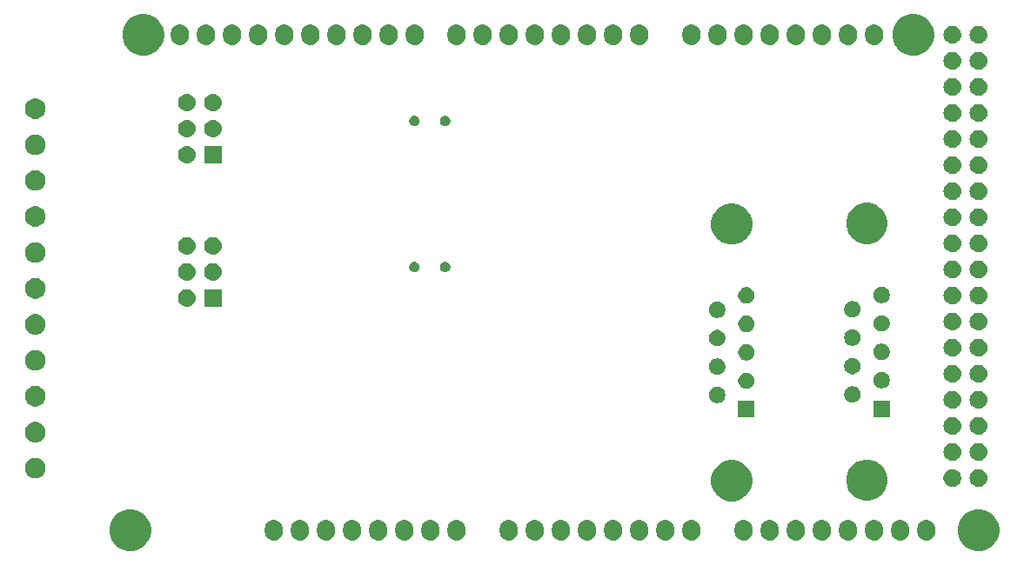
<source format=gbr>
G04 #@! TF.GenerationSoftware,KiCad,Pcbnew,5.0.2+dfsg1-1*
G04 #@! TF.CreationDate,2019-06-09T15:01:45+09:00*
G04 #@! TF.ProjectId,portal_schematic,706f7274-616c-45f7-9363-68656d617469,rev?*
G04 #@! TF.SameCoordinates,Original*
G04 #@! TF.FileFunction,Soldermask,Bot*
G04 #@! TF.FilePolarity,Negative*
%FSLAX46Y46*%
G04 Gerber Fmt 4.6, Leading zero omitted, Abs format (unit mm)*
G04 Created by KiCad (PCBNEW 5.0.2+dfsg1-1) date Sun 09 Jun 2019 03:01:45 PM KST*
%MOMM*%
%LPD*%
G01*
G04 APERTURE LIST*
%ADD10C,0.100000*%
G04 APERTURE END LIST*
D10*
G36*
X200490712Y-117172088D02*
X200860510Y-117325263D01*
X200860513Y-117325265D01*
X201193325Y-117547643D01*
X201476357Y-117830675D01*
X201660204Y-118105822D01*
X201698737Y-118163490D01*
X201851912Y-118533288D01*
X201930000Y-118925864D01*
X201930000Y-119326136D01*
X201851912Y-119718712D01*
X201698737Y-120088510D01*
X201698735Y-120088513D01*
X201476357Y-120421325D01*
X201193325Y-120704357D01*
X200860513Y-120926735D01*
X200860510Y-120926737D01*
X200490712Y-121079912D01*
X200098136Y-121158000D01*
X199697864Y-121158000D01*
X199305288Y-121079912D01*
X198935490Y-120926737D01*
X198935487Y-120926735D01*
X198602675Y-120704357D01*
X198319643Y-120421325D01*
X198097265Y-120088513D01*
X198097263Y-120088510D01*
X197944088Y-119718712D01*
X197866000Y-119326136D01*
X197866000Y-118925864D01*
X197944088Y-118533288D01*
X198097263Y-118163490D01*
X198135796Y-118105822D01*
X198319643Y-117830675D01*
X198602675Y-117547643D01*
X198935487Y-117325265D01*
X198935490Y-117325263D01*
X199305288Y-117172088D01*
X199697864Y-117094000D01*
X200098136Y-117094000D01*
X200490712Y-117172088D01*
X200490712Y-117172088D01*
G37*
G36*
X117940712Y-117172088D02*
X118310510Y-117325263D01*
X118310513Y-117325265D01*
X118643325Y-117547643D01*
X118926357Y-117830675D01*
X119110204Y-118105822D01*
X119148737Y-118163490D01*
X119301912Y-118533288D01*
X119380000Y-118925864D01*
X119380000Y-119326136D01*
X119301912Y-119718712D01*
X119148737Y-120088510D01*
X119148735Y-120088513D01*
X118926357Y-120421325D01*
X118643325Y-120704357D01*
X118310513Y-120926735D01*
X118310510Y-120926737D01*
X117940712Y-121079912D01*
X117548136Y-121158000D01*
X117147864Y-121158000D01*
X116755288Y-121079912D01*
X116385490Y-120926737D01*
X116385487Y-120926735D01*
X116052675Y-120704357D01*
X115769643Y-120421325D01*
X115547265Y-120088513D01*
X115547263Y-120088510D01*
X115394088Y-119718712D01*
X115316000Y-119326136D01*
X115316000Y-118925864D01*
X115394088Y-118533288D01*
X115547263Y-118163490D01*
X115585796Y-118105822D01*
X115769643Y-117830675D01*
X116052675Y-117547643D01*
X116385487Y-117325265D01*
X116385490Y-117325263D01*
X116755288Y-117172088D01*
X117147864Y-117094000D01*
X117548136Y-117094000D01*
X117940712Y-117172088D01*
X117940712Y-117172088D01*
G37*
G36*
X159427294Y-118122496D02*
X159547726Y-118159029D01*
X159590087Y-118171879D01*
X159740112Y-118252068D01*
X159871612Y-118359988D01*
X159979532Y-118491488D01*
X160059721Y-118641512D01*
X160072571Y-118683873D01*
X160109104Y-118804305D01*
X160109104Y-118804307D01*
X160121600Y-118931179D01*
X160121600Y-119320820D01*
X160121076Y-119326136D01*
X160109104Y-119447694D01*
X160072571Y-119568128D01*
X160059721Y-119610488D01*
X159979532Y-119760512D01*
X159871612Y-119892012D01*
X159740112Y-119999932D01*
X159590088Y-120080121D01*
X159562433Y-120088510D01*
X159427295Y-120129504D01*
X159314432Y-120140620D01*
X159258001Y-120146178D01*
X159258000Y-120146178D01*
X159088706Y-120129504D01*
X158953568Y-120088510D01*
X158925913Y-120080121D01*
X158775889Y-119999932D01*
X158685946Y-119926117D01*
X158644388Y-119892012D01*
X158536469Y-119760512D01*
X158514127Y-119718713D01*
X158456279Y-119610488D01*
X158443429Y-119568127D01*
X158406896Y-119447695D01*
X158398565Y-119363112D01*
X158394400Y-119320821D01*
X158394400Y-118931180D01*
X158406896Y-118804308D01*
X158406896Y-118804306D01*
X158456278Y-118641517D01*
X158456279Y-118641513D01*
X158536468Y-118491488D01*
X158644388Y-118359988D01*
X158775888Y-118252068D01*
X158925912Y-118171879D01*
X158968273Y-118159029D01*
X159088705Y-118122496D01*
X159201568Y-118111380D01*
X159257999Y-118105822D01*
X159258000Y-118105822D01*
X159427294Y-118122496D01*
X159427294Y-118122496D01*
G37*
G36*
X144187294Y-118122496D02*
X144307726Y-118159029D01*
X144350087Y-118171879D01*
X144500112Y-118252068D01*
X144631612Y-118359988D01*
X144739532Y-118491488D01*
X144819721Y-118641512D01*
X144832571Y-118683873D01*
X144869104Y-118804305D01*
X144869104Y-118804307D01*
X144881600Y-118931179D01*
X144881600Y-119320820D01*
X144881076Y-119326136D01*
X144869104Y-119447694D01*
X144832571Y-119568128D01*
X144819721Y-119610488D01*
X144739532Y-119760512D01*
X144631612Y-119892012D01*
X144500112Y-119999932D01*
X144350088Y-120080121D01*
X144322433Y-120088510D01*
X144187295Y-120129504D01*
X144074432Y-120140620D01*
X144018001Y-120146178D01*
X144018000Y-120146178D01*
X143848706Y-120129504D01*
X143713568Y-120088510D01*
X143685913Y-120080121D01*
X143535889Y-119999932D01*
X143445946Y-119926117D01*
X143404388Y-119892012D01*
X143296469Y-119760512D01*
X143274127Y-119718713D01*
X143216279Y-119610488D01*
X143203429Y-119568127D01*
X143166896Y-119447695D01*
X143158565Y-119363112D01*
X143154400Y-119320821D01*
X143154400Y-118931180D01*
X143166896Y-118804308D01*
X143166896Y-118804306D01*
X143216278Y-118641517D01*
X143216279Y-118641513D01*
X143296468Y-118491488D01*
X143404388Y-118359988D01*
X143535888Y-118252068D01*
X143685912Y-118171879D01*
X143728273Y-118159029D01*
X143848705Y-118122496D01*
X143961568Y-118111380D01*
X144017999Y-118105822D01*
X144018000Y-118105822D01*
X144187294Y-118122496D01*
X144187294Y-118122496D01*
G37*
G36*
X177207294Y-118122496D02*
X177327726Y-118159029D01*
X177370087Y-118171879D01*
X177520112Y-118252068D01*
X177651612Y-118359988D01*
X177759532Y-118491488D01*
X177839721Y-118641512D01*
X177852571Y-118683873D01*
X177889104Y-118804305D01*
X177889104Y-118804307D01*
X177901600Y-118931179D01*
X177901600Y-119320820D01*
X177901076Y-119326136D01*
X177889104Y-119447694D01*
X177852571Y-119568128D01*
X177839721Y-119610488D01*
X177759532Y-119760512D01*
X177651612Y-119892012D01*
X177520112Y-119999932D01*
X177370088Y-120080121D01*
X177342433Y-120088510D01*
X177207295Y-120129504D01*
X177094432Y-120140620D01*
X177038001Y-120146178D01*
X177038000Y-120146178D01*
X176868706Y-120129504D01*
X176733568Y-120088510D01*
X176705913Y-120080121D01*
X176555889Y-119999932D01*
X176465946Y-119926117D01*
X176424388Y-119892012D01*
X176316469Y-119760512D01*
X176294127Y-119718713D01*
X176236279Y-119610488D01*
X176223429Y-119568127D01*
X176186896Y-119447695D01*
X176178565Y-119363112D01*
X176174400Y-119320821D01*
X176174400Y-118931180D01*
X176186896Y-118804308D01*
X176186896Y-118804306D01*
X176236278Y-118641517D01*
X176236279Y-118641513D01*
X176316468Y-118491488D01*
X176424388Y-118359988D01*
X176555888Y-118252068D01*
X176705912Y-118171879D01*
X176748273Y-118159029D01*
X176868705Y-118122496D01*
X176981568Y-118111380D01*
X177037999Y-118105822D01*
X177038000Y-118105822D01*
X177207294Y-118122496D01*
X177207294Y-118122496D01*
G37*
G36*
X172127294Y-118122496D02*
X172247726Y-118159029D01*
X172290087Y-118171879D01*
X172440112Y-118252068D01*
X172571612Y-118359988D01*
X172679532Y-118491488D01*
X172759721Y-118641512D01*
X172772571Y-118683873D01*
X172809104Y-118804305D01*
X172809104Y-118804307D01*
X172821600Y-118931179D01*
X172821600Y-119320820D01*
X172821076Y-119326136D01*
X172809104Y-119447694D01*
X172772571Y-119568128D01*
X172759721Y-119610488D01*
X172679532Y-119760512D01*
X172571612Y-119892012D01*
X172440112Y-119999932D01*
X172290088Y-120080121D01*
X172262433Y-120088510D01*
X172127295Y-120129504D01*
X172014432Y-120140620D01*
X171958001Y-120146178D01*
X171958000Y-120146178D01*
X171788706Y-120129504D01*
X171653568Y-120088510D01*
X171625913Y-120080121D01*
X171475889Y-119999932D01*
X171385946Y-119926117D01*
X171344388Y-119892012D01*
X171236469Y-119760512D01*
X171214127Y-119718713D01*
X171156279Y-119610488D01*
X171143429Y-119568127D01*
X171106896Y-119447695D01*
X171098565Y-119363112D01*
X171094400Y-119320821D01*
X171094400Y-118931180D01*
X171106896Y-118804308D01*
X171106896Y-118804306D01*
X171156278Y-118641517D01*
X171156279Y-118641513D01*
X171236468Y-118491488D01*
X171344388Y-118359988D01*
X171475888Y-118252068D01*
X171625912Y-118171879D01*
X171668273Y-118159029D01*
X171788705Y-118122496D01*
X171901568Y-118111380D01*
X171957999Y-118105822D01*
X171958000Y-118105822D01*
X172127294Y-118122496D01*
X172127294Y-118122496D01*
G37*
G36*
X169587294Y-118122496D02*
X169707726Y-118159029D01*
X169750087Y-118171879D01*
X169900112Y-118252068D01*
X170031612Y-118359988D01*
X170139532Y-118491488D01*
X170219721Y-118641512D01*
X170232571Y-118683873D01*
X170269104Y-118804305D01*
X170269104Y-118804307D01*
X170281600Y-118931179D01*
X170281600Y-119320820D01*
X170281076Y-119326136D01*
X170269104Y-119447694D01*
X170232571Y-119568128D01*
X170219721Y-119610488D01*
X170139532Y-119760512D01*
X170031612Y-119892012D01*
X169900112Y-119999932D01*
X169750088Y-120080121D01*
X169722433Y-120088510D01*
X169587295Y-120129504D01*
X169474432Y-120140620D01*
X169418001Y-120146178D01*
X169418000Y-120146178D01*
X169248706Y-120129504D01*
X169113568Y-120088510D01*
X169085913Y-120080121D01*
X168935889Y-119999932D01*
X168845946Y-119926117D01*
X168804388Y-119892012D01*
X168696469Y-119760512D01*
X168674127Y-119718713D01*
X168616279Y-119610488D01*
X168603429Y-119568127D01*
X168566896Y-119447695D01*
X168558565Y-119363112D01*
X168554400Y-119320821D01*
X168554400Y-118931180D01*
X168566896Y-118804308D01*
X168566896Y-118804306D01*
X168616278Y-118641517D01*
X168616279Y-118641513D01*
X168696468Y-118491488D01*
X168804388Y-118359988D01*
X168935888Y-118252068D01*
X169085912Y-118171879D01*
X169128273Y-118159029D01*
X169248705Y-118122496D01*
X169361568Y-118111380D01*
X169417999Y-118105822D01*
X169418000Y-118105822D01*
X169587294Y-118122496D01*
X169587294Y-118122496D01*
G37*
G36*
X167047294Y-118122496D02*
X167167726Y-118159029D01*
X167210087Y-118171879D01*
X167360112Y-118252068D01*
X167491612Y-118359988D01*
X167599532Y-118491488D01*
X167679721Y-118641512D01*
X167692571Y-118683873D01*
X167729104Y-118804305D01*
X167729104Y-118804307D01*
X167741600Y-118931179D01*
X167741600Y-119320820D01*
X167741076Y-119326136D01*
X167729104Y-119447694D01*
X167692571Y-119568128D01*
X167679721Y-119610488D01*
X167599532Y-119760512D01*
X167491612Y-119892012D01*
X167360112Y-119999932D01*
X167210088Y-120080121D01*
X167182433Y-120088510D01*
X167047295Y-120129504D01*
X166934432Y-120140620D01*
X166878001Y-120146178D01*
X166878000Y-120146178D01*
X166708706Y-120129504D01*
X166573568Y-120088510D01*
X166545913Y-120080121D01*
X166395889Y-119999932D01*
X166305946Y-119926117D01*
X166264388Y-119892012D01*
X166156469Y-119760512D01*
X166134127Y-119718713D01*
X166076279Y-119610488D01*
X166063429Y-119568127D01*
X166026896Y-119447695D01*
X166018565Y-119363112D01*
X166014400Y-119320821D01*
X166014400Y-118931180D01*
X166026896Y-118804308D01*
X166026896Y-118804306D01*
X166076278Y-118641517D01*
X166076279Y-118641513D01*
X166156468Y-118491488D01*
X166264388Y-118359988D01*
X166395888Y-118252068D01*
X166545912Y-118171879D01*
X166588273Y-118159029D01*
X166708705Y-118122496D01*
X166821568Y-118111380D01*
X166877999Y-118105822D01*
X166878000Y-118105822D01*
X167047294Y-118122496D01*
X167047294Y-118122496D01*
G37*
G36*
X164507294Y-118122496D02*
X164627726Y-118159029D01*
X164670087Y-118171879D01*
X164820112Y-118252068D01*
X164951612Y-118359988D01*
X165059532Y-118491488D01*
X165139721Y-118641512D01*
X165152571Y-118683873D01*
X165189104Y-118804305D01*
X165189104Y-118804307D01*
X165201600Y-118931179D01*
X165201600Y-119320820D01*
X165201076Y-119326136D01*
X165189104Y-119447694D01*
X165152571Y-119568128D01*
X165139721Y-119610488D01*
X165059532Y-119760512D01*
X164951612Y-119892012D01*
X164820112Y-119999932D01*
X164670088Y-120080121D01*
X164642433Y-120088510D01*
X164507295Y-120129504D01*
X164394432Y-120140620D01*
X164338001Y-120146178D01*
X164338000Y-120146178D01*
X164168706Y-120129504D01*
X164033568Y-120088510D01*
X164005913Y-120080121D01*
X163855889Y-119999932D01*
X163765946Y-119926117D01*
X163724388Y-119892012D01*
X163616469Y-119760512D01*
X163594127Y-119718713D01*
X163536279Y-119610488D01*
X163523429Y-119568127D01*
X163486896Y-119447695D01*
X163478565Y-119363112D01*
X163474400Y-119320821D01*
X163474400Y-118931180D01*
X163486896Y-118804308D01*
X163486896Y-118804306D01*
X163536278Y-118641517D01*
X163536279Y-118641513D01*
X163616468Y-118491488D01*
X163724388Y-118359988D01*
X163855888Y-118252068D01*
X164005912Y-118171879D01*
X164048273Y-118159029D01*
X164168705Y-118122496D01*
X164281568Y-118111380D01*
X164337999Y-118105822D01*
X164338000Y-118105822D01*
X164507294Y-118122496D01*
X164507294Y-118122496D01*
G37*
G36*
X161967294Y-118122496D02*
X162087726Y-118159029D01*
X162130087Y-118171879D01*
X162280112Y-118252068D01*
X162411612Y-118359988D01*
X162519532Y-118491488D01*
X162599721Y-118641512D01*
X162612571Y-118683873D01*
X162649104Y-118804305D01*
X162649104Y-118804307D01*
X162661600Y-118931179D01*
X162661600Y-119320820D01*
X162661076Y-119326136D01*
X162649104Y-119447694D01*
X162612571Y-119568128D01*
X162599721Y-119610488D01*
X162519532Y-119760512D01*
X162411612Y-119892012D01*
X162280112Y-119999932D01*
X162130088Y-120080121D01*
X162102433Y-120088510D01*
X161967295Y-120129504D01*
X161854432Y-120140620D01*
X161798001Y-120146178D01*
X161798000Y-120146178D01*
X161628706Y-120129504D01*
X161493568Y-120088510D01*
X161465913Y-120080121D01*
X161315889Y-119999932D01*
X161225946Y-119926117D01*
X161184388Y-119892012D01*
X161076469Y-119760512D01*
X161054127Y-119718713D01*
X160996279Y-119610488D01*
X160983429Y-119568127D01*
X160946896Y-119447695D01*
X160938565Y-119363112D01*
X160934400Y-119320821D01*
X160934400Y-118931180D01*
X160946896Y-118804308D01*
X160946896Y-118804306D01*
X160996278Y-118641517D01*
X160996279Y-118641513D01*
X161076468Y-118491488D01*
X161184388Y-118359988D01*
X161315888Y-118252068D01*
X161465912Y-118171879D01*
X161508273Y-118159029D01*
X161628705Y-118122496D01*
X161741568Y-118111380D01*
X161797999Y-118105822D01*
X161798000Y-118105822D01*
X161967294Y-118122496D01*
X161967294Y-118122496D01*
G37*
G36*
X156887294Y-118122496D02*
X157007726Y-118159029D01*
X157050087Y-118171879D01*
X157200112Y-118252068D01*
X157331612Y-118359988D01*
X157439532Y-118491488D01*
X157519721Y-118641512D01*
X157532571Y-118683873D01*
X157569104Y-118804305D01*
X157569104Y-118804307D01*
X157581600Y-118931179D01*
X157581600Y-119320820D01*
X157581076Y-119326136D01*
X157569104Y-119447694D01*
X157532571Y-119568128D01*
X157519721Y-119610488D01*
X157439532Y-119760512D01*
X157331612Y-119892012D01*
X157200112Y-119999932D01*
X157050088Y-120080121D01*
X157022433Y-120088510D01*
X156887295Y-120129504D01*
X156774432Y-120140620D01*
X156718001Y-120146178D01*
X156718000Y-120146178D01*
X156548706Y-120129504D01*
X156413568Y-120088510D01*
X156385913Y-120080121D01*
X156235889Y-119999932D01*
X156145946Y-119926117D01*
X156104388Y-119892012D01*
X155996469Y-119760512D01*
X155974127Y-119718713D01*
X155916279Y-119610488D01*
X155903429Y-119568127D01*
X155866896Y-119447695D01*
X155858565Y-119363112D01*
X155854400Y-119320821D01*
X155854400Y-118931180D01*
X155866896Y-118804308D01*
X155866896Y-118804306D01*
X155916278Y-118641517D01*
X155916279Y-118641513D01*
X155996468Y-118491488D01*
X156104388Y-118359988D01*
X156235888Y-118252068D01*
X156385912Y-118171879D01*
X156428273Y-118159029D01*
X156548705Y-118122496D01*
X156661568Y-118111380D01*
X156717999Y-118105822D01*
X156718000Y-118105822D01*
X156887294Y-118122496D01*
X156887294Y-118122496D01*
G37*
G36*
X154347294Y-118122496D02*
X154467726Y-118159029D01*
X154510087Y-118171879D01*
X154660112Y-118252068D01*
X154791612Y-118359988D01*
X154899532Y-118491488D01*
X154979721Y-118641512D01*
X154992571Y-118683873D01*
X155029104Y-118804305D01*
X155029104Y-118804307D01*
X155041600Y-118931179D01*
X155041600Y-119320820D01*
X155041076Y-119326136D01*
X155029104Y-119447694D01*
X154992571Y-119568128D01*
X154979721Y-119610488D01*
X154899532Y-119760512D01*
X154791612Y-119892012D01*
X154660112Y-119999932D01*
X154510088Y-120080121D01*
X154482433Y-120088510D01*
X154347295Y-120129504D01*
X154234432Y-120140620D01*
X154178001Y-120146178D01*
X154178000Y-120146178D01*
X154008706Y-120129504D01*
X153873568Y-120088510D01*
X153845913Y-120080121D01*
X153695889Y-119999932D01*
X153605946Y-119926117D01*
X153564388Y-119892012D01*
X153456469Y-119760512D01*
X153434127Y-119718713D01*
X153376279Y-119610488D01*
X153363429Y-119568127D01*
X153326896Y-119447695D01*
X153318565Y-119363112D01*
X153314400Y-119320821D01*
X153314400Y-118931180D01*
X153326896Y-118804308D01*
X153326896Y-118804306D01*
X153376278Y-118641517D01*
X153376279Y-118641513D01*
X153456468Y-118491488D01*
X153564388Y-118359988D01*
X153695888Y-118252068D01*
X153845912Y-118171879D01*
X153888273Y-118159029D01*
X154008705Y-118122496D01*
X154121568Y-118111380D01*
X154177999Y-118105822D01*
X154178000Y-118105822D01*
X154347294Y-118122496D01*
X154347294Y-118122496D01*
G37*
G36*
X149267294Y-118122496D02*
X149387726Y-118159029D01*
X149430087Y-118171879D01*
X149580112Y-118252068D01*
X149711612Y-118359988D01*
X149819532Y-118491488D01*
X149899721Y-118641512D01*
X149912571Y-118683873D01*
X149949104Y-118804305D01*
X149949104Y-118804307D01*
X149961600Y-118931179D01*
X149961600Y-119320820D01*
X149961076Y-119326136D01*
X149949104Y-119447694D01*
X149912571Y-119568128D01*
X149899721Y-119610488D01*
X149819532Y-119760512D01*
X149711612Y-119892012D01*
X149580112Y-119999932D01*
X149430088Y-120080121D01*
X149402433Y-120088510D01*
X149267295Y-120129504D01*
X149154432Y-120140620D01*
X149098001Y-120146178D01*
X149098000Y-120146178D01*
X148928706Y-120129504D01*
X148793568Y-120088510D01*
X148765913Y-120080121D01*
X148615889Y-119999932D01*
X148525946Y-119926117D01*
X148484388Y-119892012D01*
X148376469Y-119760512D01*
X148354127Y-119718713D01*
X148296279Y-119610488D01*
X148283429Y-119568127D01*
X148246896Y-119447695D01*
X148238565Y-119363112D01*
X148234400Y-119320821D01*
X148234400Y-118931180D01*
X148246896Y-118804308D01*
X148246896Y-118804306D01*
X148296278Y-118641517D01*
X148296279Y-118641513D01*
X148376468Y-118491488D01*
X148484388Y-118359988D01*
X148615888Y-118252068D01*
X148765912Y-118171879D01*
X148808273Y-118159029D01*
X148928705Y-118122496D01*
X149041568Y-118111380D01*
X149097999Y-118105822D01*
X149098000Y-118105822D01*
X149267294Y-118122496D01*
X149267294Y-118122496D01*
G37*
G36*
X146727294Y-118122496D02*
X146847726Y-118159029D01*
X146890087Y-118171879D01*
X147040112Y-118252068D01*
X147171612Y-118359988D01*
X147279532Y-118491488D01*
X147359721Y-118641512D01*
X147372571Y-118683873D01*
X147409104Y-118804305D01*
X147409104Y-118804307D01*
X147421600Y-118931179D01*
X147421600Y-119320820D01*
X147421076Y-119326136D01*
X147409104Y-119447694D01*
X147372571Y-119568128D01*
X147359721Y-119610488D01*
X147279532Y-119760512D01*
X147171612Y-119892012D01*
X147040112Y-119999932D01*
X146890088Y-120080121D01*
X146862433Y-120088510D01*
X146727295Y-120129504D01*
X146614432Y-120140620D01*
X146558001Y-120146178D01*
X146558000Y-120146178D01*
X146388706Y-120129504D01*
X146253568Y-120088510D01*
X146225913Y-120080121D01*
X146075889Y-119999932D01*
X145985946Y-119926117D01*
X145944388Y-119892012D01*
X145836469Y-119760512D01*
X145814127Y-119718713D01*
X145756279Y-119610488D01*
X145743429Y-119568127D01*
X145706896Y-119447695D01*
X145698565Y-119363112D01*
X145694400Y-119320821D01*
X145694400Y-118931180D01*
X145706896Y-118804308D01*
X145706896Y-118804306D01*
X145756278Y-118641517D01*
X145756279Y-118641513D01*
X145836468Y-118491488D01*
X145944388Y-118359988D01*
X146075888Y-118252068D01*
X146225912Y-118171879D01*
X146268273Y-118159029D01*
X146388705Y-118122496D01*
X146501568Y-118111380D01*
X146557999Y-118105822D01*
X146558000Y-118105822D01*
X146727294Y-118122496D01*
X146727294Y-118122496D01*
G37*
G36*
X184827294Y-118122496D02*
X184947726Y-118159029D01*
X184990087Y-118171879D01*
X185140112Y-118252068D01*
X185271612Y-118359988D01*
X185379532Y-118491488D01*
X185459721Y-118641512D01*
X185472571Y-118683873D01*
X185509104Y-118804305D01*
X185509104Y-118804307D01*
X185521600Y-118931179D01*
X185521600Y-119320820D01*
X185521076Y-119326136D01*
X185509104Y-119447694D01*
X185472571Y-119568128D01*
X185459721Y-119610488D01*
X185379532Y-119760512D01*
X185271612Y-119892012D01*
X185140112Y-119999932D01*
X184990088Y-120080121D01*
X184962433Y-120088510D01*
X184827295Y-120129504D01*
X184714432Y-120140620D01*
X184658001Y-120146178D01*
X184658000Y-120146178D01*
X184488706Y-120129504D01*
X184353568Y-120088510D01*
X184325913Y-120080121D01*
X184175889Y-119999932D01*
X184085946Y-119926117D01*
X184044388Y-119892012D01*
X183936469Y-119760512D01*
X183914127Y-119718713D01*
X183856279Y-119610488D01*
X183843429Y-119568127D01*
X183806896Y-119447695D01*
X183798565Y-119363112D01*
X183794400Y-119320821D01*
X183794400Y-118931180D01*
X183806896Y-118804308D01*
X183806896Y-118804306D01*
X183856278Y-118641517D01*
X183856279Y-118641513D01*
X183936468Y-118491488D01*
X184044388Y-118359988D01*
X184175888Y-118252068D01*
X184325912Y-118171879D01*
X184368273Y-118159029D01*
X184488705Y-118122496D01*
X184601568Y-118111380D01*
X184657999Y-118105822D01*
X184658000Y-118105822D01*
X184827294Y-118122496D01*
X184827294Y-118122496D01*
G37*
G36*
X187367294Y-118122496D02*
X187487726Y-118159029D01*
X187530087Y-118171879D01*
X187680112Y-118252068D01*
X187811612Y-118359988D01*
X187919532Y-118491488D01*
X187999721Y-118641512D01*
X188012571Y-118683873D01*
X188049104Y-118804305D01*
X188049104Y-118804307D01*
X188061600Y-118931179D01*
X188061600Y-119320820D01*
X188061076Y-119326136D01*
X188049104Y-119447694D01*
X188012571Y-119568128D01*
X187999721Y-119610488D01*
X187919532Y-119760512D01*
X187811612Y-119892012D01*
X187680112Y-119999932D01*
X187530088Y-120080121D01*
X187502433Y-120088510D01*
X187367295Y-120129504D01*
X187254432Y-120140620D01*
X187198001Y-120146178D01*
X187198000Y-120146178D01*
X187028706Y-120129504D01*
X186893568Y-120088510D01*
X186865913Y-120080121D01*
X186715889Y-119999932D01*
X186625946Y-119926117D01*
X186584388Y-119892012D01*
X186476469Y-119760512D01*
X186454127Y-119718713D01*
X186396279Y-119610488D01*
X186383429Y-119568127D01*
X186346896Y-119447695D01*
X186338565Y-119363112D01*
X186334400Y-119320821D01*
X186334400Y-118931180D01*
X186346896Y-118804308D01*
X186346896Y-118804306D01*
X186396278Y-118641517D01*
X186396279Y-118641513D01*
X186476468Y-118491488D01*
X186584388Y-118359988D01*
X186715888Y-118252068D01*
X186865912Y-118171879D01*
X186908273Y-118159029D01*
X187028705Y-118122496D01*
X187141568Y-118111380D01*
X187197999Y-118105822D01*
X187198000Y-118105822D01*
X187367294Y-118122496D01*
X187367294Y-118122496D01*
G37*
G36*
X179747294Y-118122496D02*
X179867726Y-118159029D01*
X179910087Y-118171879D01*
X180060112Y-118252068D01*
X180191612Y-118359988D01*
X180299532Y-118491488D01*
X180379721Y-118641512D01*
X180392571Y-118683873D01*
X180429104Y-118804305D01*
X180429104Y-118804307D01*
X180441600Y-118931179D01*
X180441600Y-119320820D01*
X180441076Y-119326136D01*
X180429104Y-119447694D01*
X180392571Y-119568128D01*
X180379721Y-119610488D01*
X180299532Y-119760512D01*
X180191612Y-119892012D01*
X180060112Y-119999932D01*
X179910088Y-120080121D01*
X179882433Y-120088510D01*
X179747295Y-120129504D01*
X179634432Y-120140620D01*
X179578001Y-120146178D01*
X179578000Y-120146178D01*
X179408706Y-120129504D01*
X179273568Y-120088510D01*
X179245913Y-120080121D01*
X179095889Y-119999932D01*
X179005946Y-119926117D01*
X178964388Y-119892012D01*
X178856469Y-119760512D01*
X178834127Y-119718713D01*
X178776279Y-119610488D01*
X178763429Y-119568127D01*
X178726896Y-119447695D01*
X178718565Y-119363112D01*
X178714400Y-119320821D01*
X178714400Y-118931180D01*
X178726896Y-118804308D01*
X178726896Y-118804306D01*
X178776278Y-118641517D01*
X178776279Y-118641513D01*
X178856468Y-118491488D01*
X178964388Y-118359988D01*
X179095888Y-118252068D01*
X179245912Y-118171879D01*
X179288273Y-118159029D01*
X179408705Y-118122496D01*
X179521568Y-118111380D01*
X179577999Y-118105822D01*
X179578000Y-118105822D01*
X179747294Y-118122496D01*
X179747294Y-118122496D01*
G37*
G36*
X194987294Y-118122496D02*
X195107726Y-118159029D01*
X195150087Y-118171879D01*
X195300112Y-118252068D01*
X195431612Y-118359988D01*
X195539532Y-118491488D01*
X195619721Y-118641512D01*
X195632571Y-118683873D01*
X195669104Y-118804305D01*
X195669104Y-118804307D01*
X195681600Y-118931179D01*
X195681600Y-119320820D01*
X195681076Y-119326136D01*
X195669104Y-119447694D01*
X195632571Y-119568128D01*
X195619721Y-119610488D01*
X195539532Y-119760512D01*
X195431612Y-119892012D01*
X195300112Y-119999932D01*
X195150088Y-120080121D01*
X195122433Y-120088510D01*
X194987295Y-120129504D01*
X194874432Y-120140620D01*
X194818001Y-120146178D01*
X194818000Y-120146178D01*
X194648706Y-120129504D01*
X194513568Y-120088510D01*
X194485913Y-120080121D01*
X194335889Y-119999932D01*
X194245946Y-119926117D01*
X194204388Y-119892012D01*
X194096469Y-119760512D01*
X194074127Y-119718713D01*
X194016279Y-119610488D01*
X194003429Y-119568127D01*
X193966896Y-119447695D01*
X193958565Y-119363112D01*
X193954400Y-119320821D01*
X193954400Y-118931180D01*
X193966896Y-118804308D01*
X193966896Y-118804306D01*
X194016278Y-118641517D01*
X194016279Y-118641513D01*
X194096468Y-118491488D01*
X194204388Y-118359988D01*
X194335888Y-118252068D01*
X194485912Y-118171879D01*
X194528273Y-118159029D01*
X194648705Y-118122496D01*
X194761568Y-118111380D01*
X194817999Y-118105822D01*
X194818000Y-118105822D01*
X194987294Y-118122496D01*
X194987294Y-118122496D01*
G37*
G36*
X192447294Y-118122496D02*
X192567726Y-118159029D01*
X192610087Y-118171879D01*
X192760112Y-118252068D01*
X192891612Y-118359988D01*
X192999532Y-118491488D01*
X193079721Y-118641512D01*
X193092571Y-118683873D01*
X193129104Y-118804305D01*
X193129104Y-118804307D01*
X193141600Y-118931179D01*
X193141600Y-119320820D01*
X193141076Y-119326136D01*
X193129104Y-119447694D01*
X193092571Y-119568128D01*
X193079721Y-119610488D01*
X192999532Y-119760512D01*
X192891612Y-119892012D01*
X192760112Y-119999932D01*
X192610088Y-120080121D01*
X192582433Y-120088510D01*
X192447295Y-120129504D01*
X192334432Y-120140620D01*
X192278001Y-120146178D01*
X192278000Y-120146178D01*
X192108706Y-120129504D01*
X191973568Y-120088510D01*
X191945913Y-120080121D01*
X191795889Y-119999932D01*
X191705946Y-119926117D01*
X191664388Y-119892012D01*
X191556469Y-119760512D01*
X191534127Y-119718713D01*
X191476279Y-119610488D01*
X191463429Y-119568127D01*
X191426896Y-119447695D01*
X191418565Y-119363112D01*
X191414400Y-119320821D01*
X191414400Y-118931180D01*
X191426896Y-118804308D01*
X191426896Y-118804306D01*
X191476278Y-118641517D01*
X191476279Y-118641513D01*
X191556468Y-118491488D01*
X191664388Y-118359988D01*
X191795888Y-118252068D01*
X191945912Y-118171879D01*
X191988273Y-118159029D01*
X192108705Y-118122496D01*
X192221568Y-118111380D01*
X192277999Y-118105822D01*
X192278000Y-118105822D01*
X192447294Y-118122496D01*
X192447294Y-118122496D01*
G37*
G36*
X189907294Y-118122496D02*
X190027726Y-118159029D01*
X190070087Y-118171879D01*
X190220112Y-118252068D01*
X190351612Y-118359988D01*
X190459532Y-118491488D01*
X190539721Y-118641512D01*
X190552571Y-118683873D01*
X190589104Y-118804305D01*
X190589104Y-118804307D01*
X190601600Y-118931179D01*
X190601600Y-119320820D01*
X190601076Y-119326136D01*
X190589104Y-119447694D01*
X190552571Y-119568128D01*
X190539721Y-119610488D01*
X190459532Y-119760512D01*
X190351612Y-119892012D01*
X190220112Y-119999932D01*
X190070088Y-120080121D01*
X190042433Y-120088510D01*
X189907295Y-120129504D01*
X189794432Y-120140620D01*
X189738001Y-120146178D01*
X189738000Y-120146178D01*
X189568706Y-120129504D01*
X189433568Y-120088510D01*
X189405913Y-120080121D01*
X189255889Y-119999932D01*
X189165946Y-119926117D01*
X189124388Y-119892012D01*
X189016469Y-119760512D01*
X188994127Y-119718713D01*
X188936279Y-119610488D01*
X188923429Y-119568127D01*
X188886896Y-119447695D01*
X188878565Y-119363112D01*
X188874400Y-119320821D01*
X188874400Y-118931180D01*
X188886896Y-118804308D01*
X188886896Y-118804306D01*
X188936278Y-118641517D01*
X188936279Y-118641513D01*
X189016468Y-118491488D01*
X189124388Y-118359988D01*
X189255888Y-118252068D01*
X189405912Y-118171879D01*
X189448273Y-118159029D01*
X189568705Y-118122496D01*
X189681568Y-118111380D01*
X189737999Y-118105822D01*
X189738000Y-118105822D01*
X189907294Y-118122496D01*
X189907294Y-118122496D01*
G37*
G36*
X182287294Y-118122496D02*
X182407726Y-118159029D01*
X182450087Y-118171879D01*
X182600112Y-118252068D01*
X182731612Y-118359988D01*
X182839532Y-118491488D01*
X182919721Y-118641512D01*
X182932571Y-118683873D01*
X182969104Y-118804305D01*
X182969104Y-118804307D01*
X182981600Y-118931179D01*
X182981600Y-119320820D01*
X182981076Y-119326136D01*
X182969104Y-119447694D01*
X182932571Y-119568128D01*
X182919721Y-119610488D01*
X182839532Y-119760512D01*
X182731612Y-119892012D01*
X182600112Y-119999932D01*
X182450088Y-120080121D01*
X182422433Y-120088510D01*
X182287295Y-120129504D01*
X182174432Y-120140620D01*
X182118001Y-120146178D01*
X182118000Y-120146178D01*
X181948706Y-120129504D01*
X181813568Y-120088510D01*
X181785913Y-120080121D01*
X181635889Y-119999932D01*
X181545946Y-119926117D01*
X181504388Y-119892012D01*
X181396469Y-119760512D01*
X181374127Y-119718713D01*
X181316279Y-119610488D01*
X181303429Y-119568127D01*
X181266896Y-119447695D01*
X181258565Y-119363112D01*
X181254400Y-119320821D01*
X181254400Y-118931180D01*
X181266896Y-118804308D01*
X181266896Y-118804306D01*
X181316278Y-118641517D01*
X181316279Y-118641513D01*
X181396468Y-118491488D01*
X181504388Y-118359988D01*
X181635888Y-118252068D01*
X181785912Y-118171879D01*
X181828273Y-118159029D01*
X181948705Y-118122496D01*
X182061568Y-118111380D01*
X182117999Y-118105822D01*
X182118000Y-118105822D01*
X182287294Y-118122496D01*
X182287294Y-118122496D01*
G37*
G36*
X131487294Y-118122496D02*
X131607726Y-118159029D01*
X131650087Y-118171879D01*
X131800112Y-118252068D01*
X131931612Y-118359988D01*
X132039532Y-118491488D01*
X132119721Y-118641512D01*
X132132571Y-118683873D01*
X132169104Y-118804305D01*
X132169104Y-118804307D01*
X132181600Y-118931179D01*
X132181600Y-119320820D01*
X132181076Y-119326136D01*
X132169104Y-119447694D01*
X132132571Y-119568128D01*
X132119721Y-119610488D01*
X132039532Y-119760512D01*
X131931612Y-119892012D01*
X131800112Y-119999932D01*
X131650088Y-120080121D01*
X131622433Y-120088510D01*
X131487295Y-120129504D01*
X131374432Y-120140620D01*
X131318001Y-120146178D01*
X131318000Y-120146178D01*
X131148706Y-120129504D01*
X131013568Y-120088510D01*
X130985913Y-120080121D01*
X130835889Y-119999932D01*
X130745946Y-119926117D01*
X130704388Y-119892012D01*
X130596469Y-119760512D01*
X130574127Y-119718713D01*
X130516279Y-119610488D01*
X130503429Y-119568127D01*
X130466896Y-119447695D01*
X130458565Y-119363112D01*
X130454400Y-119320821D01*
X130454400Y-118931180D01*
X130466896Y-118804308D01*
X130466896Y-118804306D01*
X130516278Y-118641517D01*
X130516279Y-118641513D01*
X130596468Y-118491488D01*
X130704388Y-118359988D01*
X130835888Y-118252068D01*
X130985912Y-118171879D01*
X131028273Y-118159029D01*
X131148705Y-118122496D01*
X131261568Y-118111380D01*
X131317999Y-118105822D01*
X131318000Y-118105822D01*
X131487294Y-118122496D01*
X131487294Y-118122496D01*
G37*
G36*
X134027294Y-118122496D02*
X134147726Y-118159029D01*
X134190087Y-118171879D01*
X134340112Y-118252068D01*
X134471612Y-118359988D01*
X134579532Y-118491488D01*
X134659721Y-118641512D01*
X134672571Y-118683873D01*
X134709104Y-118804305D01*
X134709104Y-118804307D01*
X134721600Y-118931179D01*
X134721600Y-119320820D01*
X134721076Y-119326136D01*
X134709104Y-119447694D01*
X134672571Y-119568128D01*
X134659721Y-119610488D01*
X134579532Y-119760512D01*
X134471612Y-119892012D01*
X134340112Y-119999932D01*
X134190088Y-120080121D01*
X134162433Y-120088510D01*
X134027295Y-120129504D01*
X133914432Y-120140620D01*
X133858001Y-120146178D01*
X133858000Y-120146178D01*
X133688706Y-120129504D01*
X133553568Y-120088510D01*
X133525913Y-120080121D01*
X133375889Y-119999932D01*
X133285946Y-119926117D01*
X133244388Y-119892012D01*
X133136469Y-119760512D01*
X133114127Y-119718713D01*
X133056279Y-119610488D01*
X133043429Y-119568127D01*
X133006896Y-119447695D01*
X132998565Y-119363112D01*
X132994400Y-119320821D01*
X132994400Y-118931180D01*
X133006896Y-118804308D01*
X133006896Y-118804306D01*
X133056278Y-118641517D01*
X133056279Y-118641513D01*
X133136468Y-118491488D01*
X133244388Y-118359988D01*
X133375888Y-118252068D01*
X133525912Y-118171879D01*
X133568273Y-118159029D01*
X133688705Y-118122496D01*
X133801568Y-118111380D01*
X133857999Y-118105822D01*
X133858000Y-118105822D01*
X134027294Y-118122496D01*
X134027294Y-118122496D01*
G37*
G36*
X136567294Y-118122496D02*
X136687726Y-118159029D01*
X136730087Y-118171879D01*
X136880112Y-118252068D01*
X137011612Y-118359988D01*
X137119532Y-118491488D01*
X137199721Y-118641512D01*
X137212571Y-118683873D01*
X137249104Y-118804305D01*
X137249104Y-118804307D01*
X137261600Y-118931179D01*
X137261600Y-119320820D01*
X137261076Y-119326136D01*
X137249104Y-119447694D01*
X137212571Y-119568128D01*
X137199721Y-119610488D01*
X137119532Y-119760512D01*
X137011612Y-119892012D01*
X136880112Y-119999932D01*
X136730088Y-120080121D01*
X136702433Y-120088510D01*
X136567295Y-120129504D01*
X136454432Y-120140620D01*
X136398001Y-120146178D01*
X136398000Y-120146178D01*
X136228706Y-120129504D01*
X136093568Y-120088510D01*
X136065913Y-120080121D01*
X135915889Y-119999932D01*
X135825946Y-119926117D01*
X135784388Y-119892012D01*
X135676469Y-119760512D01*
X135654127Y-119718713D01*
X135596279Y-119610488D01*
X135583429Y-119568127D01*
X135546896Y-119447695D01*
X135538565Y-119363112D01*
X135534400Y-119320821D01*
X135534400Y-118931180D01*
X135546896Y-118804308D01*
X135546896Y-118804306D01*
X135596278Y-118641517D01*
X135596279Y-118641513D01*
X135676468Y-118491488D01*
X135784388Y-118359988D01*
X135915888Y-118252068D01*
X136065912Y-118171879D01*
X136108273Y-118159029D01*
X136228705Y-118122496D01*
X136341568Y-118111380D01*
X136397999Y-118105822D01*
X136398000Y-118105822D01*
X136567294Y-118122496D01*
X136567294Y-118122496D01*
G37*
G36*
X139107294Y-118122496D02*
X139227726Y-118159029D01*
X139270087Y-118171879D01*
X139420112Y-118252068D01*
X139551612Y-118359988D01*
X139659532Y-118491488D01*
X139739721Y-118641512D01*
X139752571Y-118683873D01*
X139789104Y-118804305D01*
X139789104Y-118804307D01*
X139801600Y-118931179D01*
X139801600Y-119320820D01*
X139801076Y-119326136D01*
X139789104Y-119447694D01*
X139752571Y-119568128D01*
X139739721Y-119610488D01*
X139659532Y-119760512D01*
X139551612Y-119892012D01*
X139420112Y-119999932D01*
X139270088Y-120080121D01*
X139242433Y-120088510D01*
X139107295Y-120129504D01*
X138994432Y-120140620D01*
X138938001Y-120146178D01*
X138938000Y-120146178D01*
X138768706Y-120129504D01*
X138633568Y-120088510D01*
X138605913Y-120080121D01*
X138455889Y-119999932D01*
X138365946Y-119926117D01*
X138324388Y-119892012D01*
X138216469Y-119760512D01*
X138194127Y-119718713D01*
X138136279Y-119610488D01*
X138123429Y-119568127D01*
X138086896Y-119447695D01*
X138078565Y-119363112D01*
X138074400Y-119320821D01*
X138074400Y-118931180D01*
X138086896Y-118804308D01*
X138086896Y-118804306D01*
X138136278Y-118641517D01*
X138136279Y-118641513D01*
X138216468Y-118491488D01*
X138324388Y-118359988D01*
X138455888Y-118252068D01*
X138605912Y-118171879D01*
X138648273Y-118159029D01*
X138768705Y-118122496D01*
X138881568Y-118111380D01*
X138937999Y-118105822D01*
X138938000Y-118105822D01*
X139107294Y-118122496D01*
X139107294Y-118122496D01*
G37*
G36*
X141647294Y-118122496D02*
X141767726Y-118159029D01*
X141810087Y-118171879D01*
X141960112Y-118252068D01*
X142091612Y-118359988D01*
X142199532Y-118491488D01*
X142279721Y-118641512D01*
X142292571Y-118683873D01*
X142329104Y-118804305D01*
X142329104Y-118804307D01*
X142341600Y-118931179D01*
X142341600Y-119320820D01*
X142341076Y-119326136D01*
X142329104Y-119447694D01*
X142292571Y-119568128D01*
X142279721Y-119610488D01*
X142199532Y-119760512D01*
X142091612Y-119892012D01*
X141960112Y-119999932D01*
X141810088Y-120080121D01*
X141782433Y-120088510D01*
X141647295Y-120129504D01*
X141534432Y-120140620D01*
X141478001Y-120146178D01*
X141478000Y-120146178D01*
X141308706Y-120129504D01*
X141173568Y-120088510D01*
X141145913Y-120080121D01*
X140995889Y-119999932D01*
X140905946Y-119926117D01*
X140864388Y-119892012D01*
X140756469Y-119760512D01*
X140734127Y-119718713D01*
X140676279Y-119610488D01*
X140663429Y-119568127D01*
X140626896Y-119447695D01*
X140618565Y-119363112D01*
X140614400Y-119320821D01*
X140614400Y-118931180D01*
X140626896Y-118804308D01*
X140626896Y-118804306D01*
X140676278Y-118641517D01*
X140676279Y-118641513D01*
X140756468Y-118491488D01*
X140864388Y-118359988D01*
X140995888Y-118252068D01*
X141145912Y-118171879D01*
X141188273Y-118159029D01*
X141308705Y-118122496D01*
X141421568Y-118111380D01*
X141477999Y-118105822D01*
X141478000Y-118105822D01*
X141647294Y-118122496D01*
X141647294Y-118122496D01*
G37*
G36*
X176473378Y-112376859D02*
X176837354Y-112527622D01*
X177164929Y-112746501D01*
X177443499Y-113025071D01*
X177662378Y-113352646D01*
X177813141Y-113716622D01*
X177890000Y-114103016D01*
X177890000Y-114496984D01*
X177813141Y-114883378D01*
X177662378Y-115247354D01*
X177443499Y-115574929D01*
X177164929Y-115853499D01*
X176837354Y-116072378D01*
X176473378Y-116223141D01*
X176086984Y-116300000D01*
X175693016Y-116300000D01*
X175306622Y-116223141D01*
X174942646Y-116072378D01*
X174615071Y-115853499D01*
X174336501Y-115574929D01*
X174117622Y-115247354D01*
X173966859Y-114883378D01*
X173890000Y-114496984D01*
X173890000Y-114103016D01*
X173966859Y-113716622D01*
X174117622Y-113352646D01*
X174336501Y-113025071D01*
X174615071Y-112746501D01*
X174942646Y-112527622D01*
X175306622Y-112376859D01*
X175693016Y-112300000D01*
X176086984Y-112300000D01*
X176473378Y-112376859D01*
X176473378Y-112376859D01*
G37*
G36*
X189623378Y-112326859D02*
X189987354Y-112477622D01*
X190314929Y-112696501D01*
X190593499Y-112975071D01*
X190812378Y-113302646D01*
X190963141Y-113666622D01*
X191040000Y-114053016D01*
X191040000Y-114446984D01*
X190963141Y-114833378D01*
X190812378Y-115197354D01*
X190593499Y-115524929D01*
X190314929Y-115803499D01*
X189987354Y-116022378D01*
X189623378Y-116173141D01*
X189236984Y-116250000D01*
X188843016Y-116250000D01*
X188456622Y-116173141D01*
X188092646Y-116022378D01*
X187765071Y-115803499D01*
X187486501Y-115524929D01*
X187267622Y-115197354D01*
X187116859Y-114833378D01*
X187040000Y-114446984D01*
X187040000Y-114053016D01*
X187116859Y-113666622D01*
X187267622Y-113302646D01*
X187486501Y-112975071D01*
X187765071Y-112696501D01*
X188092646Y-112477622D01*
X188456622Y-112326859D01*
X188843016Y-112250000D01*
X189236984Y-112250000D01*
X189623378Y-112326859D01*
X189623378Y-112326859D01*
G37*
G36*
X197609903Y-113215587D02*
X197767068Y-113280687D01*
X197908513Y-113375198D01*
X198028802Y-113495487D01*
X198123313Y-113636932D01*
X198188413Y-113794097D01*
X198221600Y-113960943D01*
X198221600Y-114131057D01*
X198188413Y-114297903D01*
X198123313Y-114455068D01*
X198028802Y-114596513D01*
X197908513Y-114716802D01*
X197767068Y-114811313D01*
X197609903Y-114876413D01*
X197443057Y-114909600D01*
X197272943Y-114909600D01*
X197106097Y-114876413D01*
X196948932Y-114811313D01*
X196807487Y-114716802D01*
X196687198Y-114596513D01*
X196592687Y-114455068D01*
X196527587Y-114297903D01*
X196494400Y-114131057D01*
X196494400Y-113960943D01*
X196527587Y-113794097D01*
X196592687Y-113636932D01*
X196687198Y-113495487D01*
X196807487Y-113375198D01*
X196948932Y-113280687D01*
X197106097Y-113215587D01*
X197272943Y-113182400D01*
X197443057Y-113182400D01*
X197609903Y-113215587D01*
X197609903Y-113215587D01*
G37*
G36*
X199982712Y-113186565D02*
X200067295Y-113194896D01*
X200187727Y-113231429D01*
X200230088Y-113244279D01*
X200380112Y-113324468D01*
X200511612Y-113432388D01*
X200619532Y-113563888D01*
X200699721Y-113713912D01*
X200699722Y-113713916D01*
X200749104Y-113876705D01*
X200765778Y-114046000D01*
X200749104Y-114215295D01*
X200724045Y-114297903D01*
X200699721Y-114378088D01*
X200619532Y-114528112D01*
X200511612Y-114659612D01*
X200380112Y-114767532D01*
X200230088Y-114847721D01*
X200187727Y-114860571D01*
X200067295Y-114897104D01*
X199982712Y-114905435D01*
X199940421Y-114909600D01*
X199855579Y-114909600D01*
X199813288Y-114905435D01*
X199728705Y-114897104D01*
X199608273Y-114860571D01*
X199565912Y-114847721D01*
X199415888Y-114767532D01*
X199284388Y-114659612D01*
X199176468Y-114528112D01*
X199096279Y-114378088D01*
X199071955Y-114297903D01*
X199046896Y-114215295D01*
X199030222Y-114046000D01*
X199046896Y-113876705D01*
X199096278Y-113713916D01*
X199096279Y-113713912D01*
X199176468Y-113563888D01*
X199284388Y-113432388D01*
X199415888Y-113324468D01*
X199565912Y-113244279D01*
X199608273Y-113231429D01*
X199728705Y-113194896D01*
X199813288Y-113186565D01*
X199855579Y-113182400D01*
X199940421Y-113182400D01*
X199982712Y-113186565D01*
X199982712Y-113186565D01*
G37*
G36*
X108275770Y-112085372D02*
X108391689Y-112108429D01*
X108573678Y-112183811D01*
X108737463Y-112293249D01*
X108876751Y-112432537D01*
X108986189Y-112596322D01*
X109061571Y-112778311D01*
X109084628Y-112894230D01*
X109100000Y-112971507D01*
X109100000Y-113168493D01*
X109094748Y-113194896D01*
X109061571Y-113361689D01*
X108986189Y-113543678D01*
X108876751Y-113707463D01*
X108737463Y-113846751D01*
X108573678Y-113956189D01*
X108391689Y-114031571D01*
X108283876Y-114053016D01*
X108198493Y-114070000D01*
X108001507Y-114070000D01*
X107916124Y-114053016D01*
X107808311Y-114031571D01*
X107626322Y-113956189D01*
X107462537Y-113846751D01*
X107323249Y-113707463D01*
X107213811Y-113543678D01*
X107138429Y-113361689D01*
X107105252Y-113194896D01*
X107100000Y-113168493D01*
X107100000Y-112971507D01*
X107115372Y-112894230D01*
X107138429Y-112778311D01*
X107213811Y-112596322D01*
X107323249Y-112432537D01*
X107462537Y-112293249D01*
X107626322Y-112183811D01*
X107808311Y-112108429D01*
X107924230Y-112085372D01*
X108001507Y-112070000D01*
X108198493Y-112070000D01*
X108275770Y-112085372D01*
X108275770Y-112085372D01*
G37*
G36*
X197442712Y-110646565D02*
X197527295Y-110654896D01*
X197647727Y-110691429D01*
X197690088Y-110704279D01*
X197840112Y-110784468D01*
X197971612Y-110892388D01*
X198079532Y-111023888D01*
X198159721Y-111173912D01*
X198159722Y-111173916D01*
X198209104Y-111336705D01*
X198225778Y-111506000D01*
X198209104Y-111675295D01*
X198172571Y-111795727D01*
X198159721Y-111838088D01*
X198079532Y-111988112D01*
X197971612Y-112119612D01*
X197840112Y-112227532D01*
X197690088Y-112307721D01*
X197647727Y-112320571D01*
X197527295Y-112357104D01*
X197442712Y-112365435D01*
X197400421Y-112369600D01*
X197315579Y-112369600D01*
X197273288Y-112365435D01*
X197188705Y-112357104D01*
X197068273Y-112320571D01*
X197025912Y-112307721D01*
X196875888Y-112227532D01*
X196744388Y-112119612D01*
X196636468Y-111988112D01*
X196556279Y-111838088D01*
X196543429Y-111795727D01*
X196506896Y-111675295D01*
X196490222Y-111506000D01*
X196506896Y-111336705D01*
X196556278Y-111173916D01*
X196556279Y-111173912D01*
X196636468Y-111023888D01*
X196744388Y-110892388D01*
X196875888Y-110784468D01*
X197025912Y-110704279D01*
X197068273Y-110691429D01*
X197188705Y-110654896D01*
X197273288Y-110646565D01*
X197315579Y-110642400D01*
X197400421Y-110642400D01*
X197442712Y-110646565D01*
X197442712Y-110646565D01*
G37*
G36*
X199982712Y-110646565D02*
X200067295Y-110654896D01*
X200187727Y-110691429D01*
X200230088Y-110704279D01*
X200380112Y-110784468D01*
X200511612Y-110892388D01*
X200619532Y-111023888D01*
X200699721Y-111173912D01*
X200699722Y-111173916D01*
X200749104Y-111336705D01*
X200765778Y-111506000D01*
X200749104Y-111675295D01*
X200712571Y-111795727D01*
X200699721Y-111838088D01*
X200619532Y-111988112D01*
X200511612Y-112119612D01*
X200380112Y-112227532D01*
X200230088Y-112307721D01*
X200187727Y-112320571D01*
X200067295Y-112357104D01*
X199982712Y-112365435D01*
X199940421Y-112369600D01*
X199855579Y-112369600D01*
X199813288Y-112365435D01*
X199728705Y-112357104D01*
X199608273Y-112320571D01*
X199565912Y-112307721D01*
X199415888Y-112227532D01*
X199284388Y-112119612D01*
X199176468Y-111988112D01*
X199096279Y-111838088D01*
X199083429Y-111795727D01*
X199046896Y-111675295D01*
X199030222Y-111506000D01*
X199046896Y-111336705D01*
X199096278Y-111173916D01*
X199096279Y-111173912D01*
X199176468Y-111023888D01*
X199284388Y-110892388D01*
X199415888Y-110784468D01*
X199565912Y-110704279D01*
X199608273Y-110691429D01*
X199728705Y-110654896D01*
X199813288Y-110646565D01*
X199855579Y-110642400D01*
X199940421Y-110642400D01*
X199982712Y-110646565D01*
X199982712Y-110646565D01*
G37*
G36*
X108275770Y-108585372D02*
X108391689Y-108608429D01*
X108573678Y-108683811D01*
X108737463Y-108793249D01*
X108876751Y-108932537D01*
X108986189Y-109096322D01*
X109061571Y-109278311D01*
X109100000Y-109471509D01*
X109100000Y-109668491D01*
X109061571Y-109861689D01*
X108986189Y-110043678D01*
X108876751Y-110207463D01*
X108737463Y-110346751D01*
X108573678Y-110456189D01*
X108391689Y-110531571D01*
X108275770Y-110554628D01*
X108198493Y-110570000D01*
X108001507Y-110570000D01*
X107924230Y-110554628D01*
X107808311Y-110531571D01*
X107626322Y-110456189D01*
X107462537Y-110346751D01*
X107323249Y-110207463D01*
X107213811Y-110043678D01*
X107138429Y-109861689D01*
X107100000Y-109668491D01*
X107100000Y-109471509D01*
X107138429Y-109278311D01*
X107213811Y-109096322D01*
X107323249Y-108932537D01*
X107462537Y-108793249D01*
X107626322Y-108683811D01*
X107808311Y-108608429D01*
X107924230Y-108585372D01*
X108001507Y-108570000D01*
X108198493Y-108570000D01*
X108275770Y-108585372D01*
X108275770Y-108585372D01*
G37*
G36*
X197442712Y-108106565D02*
X197527295Y-108114896D01*
X197647727Y-108151429D01*
X197690088Y-108164279D01*
X197840112Y-108244468D01*
X197971612Y-108352388D01*
X198079532Y-108483888D01*
X198159721Y-108633912D01*
X198159722Y-108633916D01*
X198209104Y-108796705D01*
X198225778Y-108966000D01*
X198209104Y-109135295D01*
X198172571Y-109255727D01*
X198159721Y-109298088D01*
X198079532Y-109448112D01*
X197971612Y-109579612D01*
X197840112Y-109687532D01*
X197690088Y-109767721D01*
X197647727Y-109780571D01*
X197527295Y-109817104D01*
X197442712Y-109825435D01*
X197400421Y-109829600D01*
X197315579Y-109829600D01*
X197273288Y-109825435D01*
X197188705Y-109817104D01*
X197068273Y-109780571D01*
X197025912Y-109767721D01*
X196875888Y-109687532D01*
X196744388Y-109579612D01*
X196636468Y-109448112D01*
X196556279Y-109298088D01*
X196543429Y-109255727D01*
X196506896Y-109135295D01*
X196490222Y-108966000D01*
X196506896Y-108796705D01*
X196556278Y-108633916D01*
X196556279Y-108633912D01*
X196636468Y-108483888D01*
X196744388Y-108352388D01*
X196875888Y-108244468D01*
X197025912Y-108164279D01*
X197068273Y-108151429D01*
X197188705Y-108114896D01*
X197273288Y-108106565D01*
X197315579Y-108102400D01*
X197400421Y-108102400D01*
X197442712Y-108106565D01*
X197442712Y-108106565D01*
G37*
G36*
X199982712Y-108106565D02*
X200067295Y-108114896D01*
X200187727Y-108151429D01*
X200230088Y-108164279D01*
X200380112Y-108244468D01*
X200511612Y-108352388D01*
X200619532Y-108483888D01*
X200699721Y-108633912D01*
X200699722Y-108633916D01*
X200749104Y-108796705D01*
X200765778Y-108966000D01*
X200749104Y-109135295D01*
X200712571Y-109255727D01*
X200699721Y-109298088D01*
X200619532Y-109448112D01*
X200511612Y-109579612D01*
X200380112Y-109687532D01*
X200230088Y-109767721D01*
X200187727Y-109780571D01*
X200067295Y-109817104D01*
X199982712Y-109825435D01*
X199940421Y-109829600D01*
X199855579Y-109829600D01*
X199813288Y-109825435D01*
X199728705Y-109817104D01*
X199608273Y-109780571D01*
X199565912Y-109767721D01*
X199415888Y-109687532D01*
X199284388Y-109579612D01*
X199176468Y-109448112D01*
X199096279Y-109298088D01*
X199083429Y-109255727D01*
X199046896Y-109135295D01*
X199030222Y-108966000D01*
X199046896Y-108796705D01*
X199096278Y-108633916D01*
X199096279Y-108633912D01*
X199176468Y-108483888D01*
X199284388Y-108352388D01*
X199415888Y-108244468D01*
X199565912Y-108164279D01*
X199608273Y-108151429D01*
X199728705Y-108114896D01*
X199813288Y-108106565D01*
X199855579Y-108102400D01*
X199940421Y-108102400D01*
X199982712Y-108106565D01*
X199982712Y-108106565D01*
G37*
G36*
X178110000Y-108140000D02*
X176510000Y-108140000D01*
X176510000Y-106540000D01*
X178110000Y-106540000D01*
X178110000Y-108140000D01*
X178110000Y-108140000D01*
G37*
G36*
X191260000Y-108090000D02*
X189660000Y-108090000D01*
X189660000Y-106490000D01*
X191260000Y-106490000D01*
X191260000Y-108090000D01*
X191260000Y-108090000D01*
G37*
G36*
X197442712Y-105566565D02*
X197527295Y-105574896D01*
X197647727Y-105611429D01*
X197690088Y-105624279D01*
X197840112Y-105704468D01*
X197971612Y-105812388D01*
X198079532Y-105943888D01*
X198159721Y-106093912D01*
X198159722Y-106093916D01*
X198209104Y-106256705D01*
X198225778Y-106426000D01*
X198209104Y-106595295D01*
X198203444Y-106613952D01*
X198159721Y-106758088D01*
X198079532Y-106908112D01*
X197971612Y-107039612D01*
X197840112Y-107147532D01*
X197690088Y-107227721D01*
X197647727Y-107240571D01*
X197527295Y-107277104D01*
X197442712Y-107285435D01*
X197400421Y-107289600D01*
X197315579Y-107289600D01*
X197273288Y-107285435D01*
X197188705Y-107277104D01*
X197068273Y-107240571D01*
X197025912Y-107227721D01*
X196875888Y-107147532D01*
X196744388Y-107039612D01*
X196636468Y-106908112D01*
X196556279Y-106758088D01*
X196512556Y-106613952D01*
X196506896Y-106595295D01*
X196490222Y-106426000D01*
X196506896Y-106256705D01*
X196556278Y-106093916D01*
X196556279Y-106093912D01*
X196636468Y-105943888D01*
X196744388Y-105812388D01*
X196875888Y-105704468D01*
X197025912Y-105624279D01*
X197068273Y-105611429D01*
X197188705Y-105574896D01*
X197273288Y-105566565D01*
X197315579Y-105562400D01*
X197400421Y-105562400D01*
X197442712Y-105566565D01*
X197442712Y-105566565D01*
G37*
G36*
X199982712Y-105566565D02*
X200067295Y-105574896D01*
X200187727Y-105611429D01*
X200230088Y-105624279D01*
X200380112Y-105704468D01*
X200511612Y-105812388D01*
X200619532Y-105943888D01*
X200699721Y-106093912D01*
X200699722Y-106093916D01*
X200749104Y-106256705D01*
X200765778Y-106426000D01*
X200749104Y-106595295D01*
X200743444Y-106613952D01*
X200699721Y-106758088D01*
X200619532Y-106908112D01*
X200511612Y-107039612D01*
X200380112Y-107147532D01*
X200230088Y-107227721D01*
X200187727Y-107240571D01*
X200067295Y-107277104D01*
X199982712Y-107285435D01*
X199940421Y-107289600D01*
X199855579Y-107289600D01*
X199813288Y-107285435D01*
X199728705Y-107277104D01*
X199608273Y-107240571D01*
X199565912Y-107227721D01*
X199415888Y-107147532D01*
X199284388Y-107039612D01*
X199176468Y-106908112D01*
X199096279Y-106758088D01*
X199052556Y-106613952D01*
X199046896Y-106595295D01*
X199030222Y-106426000D01*
X199046896Y-106256705D01*
X199096278Y-106093916D01*
X199096279Y-106093912D01*
X199176468Y-105943888D01*
X199284388Y-105812388D01*
X199415888Y-105704468D01*
X199565912Y-105624279D01*
X199608273Y-105611429D01*
X199728705Y-105574896D01*
X199813288Y-105566565D01*
X199855579Y-105562400D01*
X199940421Y-105562400D01*
X199982712Y-105566565D01*
X199982712Y-105566565D01*
G37*
G36*
X108275770Y-105085372D02*
X108391689Y-105108429D01*
X108573678Y-105183811D01*
X108737463Y-105293249D01*
X108876751Y-105432537D01*
X108986189Y-105596322D01*
X109061571Y-105778311D01*
X109071098Y-105826207D01*
X109100000Y-105971507D01*
X109100000Y-106168493D01*
X109084628Y-106245770D01*
X109061571Y-106361689D01*
X108986189Y-106543678D01*
X108876751Y-106707463D01*
X108737463Y-106846751D01*
X108573678Y-106956189D01*
X108391689Y-107031571D01*
X108275770Y-107054628D01*
X108198493Y-107070000D01*
X108001507Y-107070000D01*
X107924230Y-107054628D01*
X107808311Y-107031571D01*
X107626322Y-106956189D01*
X107462537Y-106846751D01*
X107323249Y-106707463D01*
X107213811Y-106543678D01*
X107138429Y-106361689D01*
X107115372Y-106245770D01*
X107100000Y-106168493D01*
X107100000Y-105971507D01*
X107128902Y-105826207D01*
X107138429Y-105778311D01*
X107213811Y-105596322D01*
X107323249Y-105432537D01*
X107462537Y-105293249D01*
X107626322Y-105183811D01*
X107808311Y-105108429D01*
X107924230Y-105085372D01*
X108001507Y-105070000D01*
X108198493Y-105070000D01*
X108275770Y-105085372D01*
X108275770Y-105085372D01*
G37*
G36*
X174703352Y-105185743D02*
X174848941Y-105246048D01*
X174979973Y-105333601D01*
X175091399Y-105445027D01*
X175178952Y-105576059D01*
X175239257Y-105721648D01*
X175270000Y-105876205D01*
X175270000Y-106033795D01*
X175239257Y-106188352D01*
X175178952Y-106333941D01*
X175091399Y-106464973D01*
X174979973Y-106576399D01*
X174848941Y-106663952D01*
X174703352Y-106724257D01*
X174548795Y-106755000D01*
X174391205Y-106755000D01*
X174236648Y-106724257D01*
X174091059Y-106663952D01*
X173960027Y-106576399D01*
X173848601Y-106464973D01*
X173761048Y-106333941D01*
X173700743Y-106188352D01*
X173670000Y-106033795D01*
X173670000Y-105876205D01*
X173700743Y-105721648D01*
X173761048Y-105576059D01*
X173848601Y-105445027D01*
X173960027Y-105333601D01*
X174091059Y-105246048D01*
X174236648Y-105185743D01*
X174391205Y-105155000D01*
X174548795Y-105155000D01*
X174703352Y-105185743D01*
X174703352Y-105185743D01*
G37*
G36*
X187853352Y-105135743D02*
X187998941Y-105196048D01*
X188129973Y-105283601D01*
X188241399Y-105395027D01*
X188328952Y-105526059D01*
X188389257Y-105671648D01*
X188420000Y-105826205D01*
X188420000Y-105983795D01*
X188389257Y-106138352D01*
X188328952Y-106283941D01*
X188241399Y-106414973D01*
X188129973Y-106526399D01*
X187998941Y-106613952D01*
X187853352Y-106674257D01*
X187698795Y-106705000D01*
X187541205Y-106705000D01*
X187386648Y-106674257D01*
X187241059Y-106613952D01*
X187110027Y-106526399D01*
X186998601Y-106414973D01*
X186911048Y-106283941D01*
X186850743Y-106138352D01*
X186820000Y-105983795D01*
X186820000Y-105826205D01*
X186850743Y-105671648D01*
X186911048Y-105526059D01*
X186998601Y-105395027D01*
X187110027Y-105283601D01*
X187241059Y-105196048D01*
X187386648Y-105135743D01*
X187541205Y-105105000D01*
X187698795Y-105105000D01*
X187853352Y-105135743D01*
X187853352Y-105135743D01*
G37*
G36*
X177543352Y-103800743D02*
X177688941Y-103861048D01*
X177819973Y-103948601D01*
X177931399Y-104060027D01*
X178018952Y-104191059D01*
X178079257Y-104336648D01*
X178110000Y-104491205D01*
X178110000Y-104648795D01*
X178079257Y-104803352D01*
X178018952Y-104948941D01*
X177931399Y-105079973D01*
X177819973Y-105191399D01*
X177688941Y-105278952D01*
X177543352Y-105339257D01*
X177388795Y-105370000D01*
X177231205Y-105370000D01*
X177076648Y-105339257D01*
X176931059Y-105278952D01*
X176800027Y-105191399D01*
X176688601Y-105079973D01*
X176601048Y-104948941D01*
X176540743Y-104803352D01*
X176510000Y-104648795D01*
X176510000Y-104491205D01*
X176540743Y-104336648D01*
X176601048Y-104191059D01*
X176688601Y-104060027D01*
X176800027Y-103948601D01*
X176931059Y-103861048D01*
X177076648Y-103800743D01*
X177231205Y-103770000D01*
X177388795Y-103770000D01*
X177543352Y-103800743D01*
X177543352Y-103800743D01*
G37*
G36*
X190693352Y-103750743D02*
X190838941Y-103811048D01*
X190969973Y-103898601D01*
X191081399Y-104010027D01*
X191168952Y-104141059D01*
X191229257Y-104286648D01*
X191260000Y-104441205D01*
X191260000Y-104598795D01*
X191229257Y-104753352D01*
X191168952Y-104898941D01*
X191081399Y-105029973D01*
X190969973Y-105141399D01*
X190838941Y-105228952D01*
X190693352Y-105289257D01*
X190538795Y-105320000D01*
X190381205Y-105320000D01*
X190226648Y-105289257D01*
X190081059Y-105228952D01*
X189950027Y-105141399D01*
X189838601Y-105029973D01*
X189751048Y-104898941D01*
X189690743Y-104753352D01*
X189660000Y-104598795D01*
X189660000Y-104441205D01*
X189690743Y-104286648D01*
X189751048Y-104141059D01*
X189838601Y-104010027D01*
X189950027Y-103898601D01*
X190081059Y-103811048D01*
X190226648Y-103750743D01*
X190381205Y-103720000D01*
X190538795Y-103720000D01*
X190693352Y-103750743D01*
X190693352Y-103750743D01*
G37*
G36*
X199982712Y-103026565D02*
X200067295Y-103034896D01*
X200187727Y-103071429D01*
X200230088Y-103084279D01*
X200380112Y-103164468D01*
X200511612Y-103272388D01*
X200619532Y-103403888D01*
X200699721Y-103553912D01*
X200704601Y-103570000D01*
X200749104Y-103716705D01*
X200765778Y-103886000D01*
X200749104Y-104055295D01*
X200712571Y-104175727D01*
X200699721Y-104218088D01*
X200619532Y-104368112D01*
X200511612Y-104499612D01*
X200380112Y-104607532D01*
X200230088Y-104687721D01*
X200187727Y-104700571D01*
X200067295Y-104737104D01*
X199982712Y-104745435D01*
X199940421Y-104749600D01*
X199855579Y-104749600D01*
X199813288Y-104745435D01*
X199728705Y-104737104D01*
X199608273Y-104700571D01*
X199565912Y-104687721D01*
X199415888Y-104607532D01*
X199284388Y-104499612D01*
X199176468Y-104368112D01*
X199096279Y-104218088D01*
X199083429Y-104175727D01*
X199046896Y-104055295D01*
X199030222Y-103886000D01*
X199046896Y-103716705D01*
X199091399Y-103570000D01*
X199096279Y-103553912D01*
X199176468Y-103403888D01*
X199284388Y-103272388D01*
X199415888Y-103164468D01*
X199565912Y-103084279D01*
X199608273Y-103071429D01*
X199728705Y-103034896D01*
X199813288Y-103026565D01*
X199855579Y-103022400D01*
X199940421Y-103022400D01*
X199982712Y-103026565D01*
X199982712Y-103026565D01*
G37*
G36*
X197442712Y-103026565D02*
X197527295Y-103034896D01*
X197647727Y-103071429D01*
X197690088Y-103084279D01*
X197840112Y-103164468D01*
X197971612Y-103272388D01*
X198079532Y-103403888D01*
X198159721Y-103553912D01*
X198164601Y-103570000D01*
X198209104Y-103716705D01*
X198225778Y-103886000D01*
X198209104Y-104055295D01*
X198172571Y-104175727D01*
X198159721Y-104218088D01*
X198079532Y-104368112D01*
X197971612Y-104499612D01*
X197840112Y-104607532D01*
X197690088Y-104687721D01*
X197647727Y-104700571D01*
X197527295Y-104737104D01*
X197442712Y-104745435D01*
X197400421Y-104749600D01*
X197315579Y-104749600D01*
X197273288Y-104745435D01*
X197188705Y-104737104D01*
X197068273Y-104700571D01*
X197025912Y-104687721D01*
X196875888Y-104607532D01*
X196744388Y-104499612D01*
X196636468Y-104368112D01*
X196556279Y-104218088D01*
X196543429Y-104175727D01*
X196506896Y-104055295D01*
X196490222Y-103886000D01*
X196506896Y-103716705D01*
X196551399Y-103570000D01*
X196556279Y-103553912D01*
X196636468Y-103403888D01*
X196744388Y-103272388D01*
X196875888Y-103164468D01*
X197025912Y-103084279D01*
X197068273Y-103071429D01*
X197188705Y-103034896D01*
X197273288Y-103026565D01*
X197315579Y-103022400D01*
X197400421Y-103022400D01*
X197442712Y-103026565D01*
X197442712Y-103026565D01*
G37*
G36*
X174703352Y-102415743D02*
X174848941Y-102476048D01*
X174979973Y-102563601D01*
X175091399Y-102675027D01*
X175178952Y-102806059D01*
X175239257Y-102951648D01*
X175270000Y-103106205D01*
X175270000Y-103263795D01*
X175239257Y-103418352D01*
X175178952Y-103563941D01*
X175091399Y-103694973D01*
X174979973Y-103806399D01*
X174848941Y-103893952D01*
X174703352Y-103954257D01*
X174548795Y-103985000D01*
X174391205Y-103985000D01*
X174236648Y-103954257D01*
X174091059Y-103893952D01*
X173960027Y-103806399D01*
X173848601Y-103694973D01*
X173761048Y-103563941D01*
X173700743Y-103418352D01*
X173670000Y-103263795D01*
X173670000Y-103106205D01*
X173700743Y-102951648D01*
X173761048Y-102806059D01*
X173848601Y-102675027D01*
X173960027Y-102563601D01*
X174091059Y-102476048D01*
X174236648Y-102415743D01*
X174391205Y-102385000D01*
X174548795Y-102385000D01*
X174703352Y-102415743D01*
X174703352Y-102415743D01*
G37*
G36*
X187853352Y-102365743D02*
X187998941Y-102426048D01*
X188129973Y-102513601D01*
X188241399Y-102625027D01*
X188328952Y-102756059D01*
X188389257Y-102901648D01*
X188420000Y-103056205D01*
X188420000Y-103213795D01*
X188389257Y-103368352D01*
X188328952Y-103513941D01*
X188241399Y-103644973D01*
X188129973Y-103756399D01*
X187998941Y-103843952D01*
X187853352Y-103904257D01*
X187698795Y-103935000D01*
X187541205Y-103935000D01*
X187386648Y-103904257D01*
X187241059Y-103843952D01*
X187110027Y-103756399D01*
X186998601Y-103644973D01*
X186911048Y-103513941D01*
X186850743Y-103368352D01*
X186820000Y-103213795D01*
X186820000Y-103056205D01*
X186850743Y-102901648D01*
X186911048Y-102756059D01*
X186998601Y-102625027D01*
X187110027Y-102513601D01*
X187241059Y-102426048D01*
X187386648Y-102365743D01*
X187541205Y-102335000D01*
X187698795Y-102335000D01*
X187853352Y-102365743D01*
X187853352Y-102365743D01*
G37*
G36*
X108275770Y-101585372D02*
X108391689Y-101608429D01*
X108573678Y-101683811D01*
X108737463Y-101793249D01*
X108876751Y-101932537D01*
X108986189Y-102096322D01*
X109061571Y-102278311D01*
X109084628Y-102394230D01*
X109100000Y-102471507D01*
X109100000Y-102668493D01*
X109084628Y-102745770D01*
X109061571Y-102861689D01*
X108986189Y-103043678D01*
X108876751Y-103207463D01*
X108737463Y-103346751D01*
X108573678Y-103456189D01*
X108391689Y-103531571D01*
X108279372Y-103553912D01*
X108198493Y-103570000D01*
X108001507Y-103570000D01*
X107920628Y-103553912D01*
X107808311Y-103531571D01*
X107626322Y-103456189D01*
X107462537Y-103346751D01*
X107323249Y-103207463D01*
X107213811Y-103043678D01*
X107138429Y-102861689D01*
X107115372Y-102745770D01*
X107100000Y-102668493D01*
X107100000Y-102471507D01*
X107115372Y-102394230D01*
X107138429Y-102278311D01*
X107213811Y-102096322D01*
X107323249Y-101932537D01*
X107462537Y-101793249D01*
X107626322Y-101683811D01*
X107808311Y-101608429D01*
X107924230Y-101585372D01*
X108001507Y-101570000D01*
X108198493Y-101570000D01*
X108275770Y-101585372D01*
X108275770Y-101585372D01*
G37*
G36*
X177543352Y-101030743D02*
X177688941Y-101091048D01*
X177819973Y-101178601D01*
X177931399Y-101290027D01*
X178018952Y-101421059D01*
X178079257Y-101566648D01*
X178110000Y-101721205D01*
X178110000Y-101878795D01*
X178079257Y-102033352D01*
X178018952Y-102178941D01*
X177931399Y-102309973D01*
X177819973Y-102421399D01*
X177688941Y-102508952D01*
X177543352Y-102569257D01*
X177388795Y-102600000D01*
X177231205Y-102600000D01*
X177076648Y-102569257D01*
X176931059Y-102508952D01*
X176800027Y-102421399D01*
X176688601Y-102309973D01*
X176601048Y-102178941D01*
X176540743Y-102033352D01*
X176510000Y-101878795D01*
X176510000Y-101721205D01*
X176540743Y-101566648D01*
X176601048Y-101421059D01*
X176688601Y-101290027D01*
X176800027Y-101178601D01*
X176931059Y-101091048D01*
X177076648Y-101030743D01*
X177231205Y-101000000D01*
X177388795Y-101000000D01*
X177543352Y-101030743D01*
X177543352Y-101030743D01*
G37*
G36*
X190693352Y-100980743D02*
X190838941Y-101041048D01*
X190969973Y-101128601D01*
X191081399Y-101240027D01*
X191168952Y-101371059D01*
X191229257Y-101516648D01*
X191260000Y-101671205D01*
X191260000Y-101828795D01*
X191229257Y-101983352D01*
X191168952Y-102128941D01*
X191081399Y-102259973D01*
X190969973Y-102371399D01*
X190838941Y-102458952D01*
X190693352Y-102519257D01*
X190538795Y-102550000D01*
X190381205Y-102550000D01*
X190226648Y-102519257D01*
X190081059Y-102458952D01*
X189950027Y-102371399D01*
X189838601Y-102259973D01*
X189751048Y-102128941D01*
X189690743Y-101983352D01*
X189660000Y-101828795D01*
X189660000Y-101671205D01*
X189690743Y-101516648D01*
X189751048Y-101371059D01*
X189838601Y-101240027D01*
X189950027Y-101128601D01*
X190081059Y-101041048D01*
X190226648Y-100980743D01*
X190381205Y-100950000D01*
X190538795Y-100950000D01*
X190693352Y-100980743D01*
X190693352Y-100980743D01*
G37*
G36*
X197442712Y-100486565D02*
X197527295Y-100494896D01*
X197647727Y-100531429D01*
X197690088Y-100544279D01*
X197840112Y-100624468D01*
X197971612Y-100732388D01*
X198079532Y-100863888D01*
X198159721Y-101013912D01*
X198167953Y-101041049D01*
X198209104Y-101176705D01*
X198225778Y-101346000D01*
X198209104Y-101515295D01*
X198192509Y-101570000D01*
X198159721Y-101678088D01*
X198079532Y-101828112D01*
X197971612Y-101959612D01*
X197840112Y-102067532D01*
X197690088Y-102147721D01*
X197647727Y-102160571D01*
X197527295Y-102197104D01*
X197442712Y-102205435D01*
X197400421Y-102209600D01*
X197315579Y-102209600D01*
X197273288Y-102205435D01*
X197188705Y-102197104D01*
X197068273Y-102160571D01*
X197025912Y-102147721D01*
X196875888Y-102067532D01*
X196744388Y-101959612D01*
X196636468Y-101828112D01*
X196556279Y-101678088D01*
X196523491Y-101570000D01*
X196506896Y-101515295D01*
X196490222Y-101346000D01*
X196506896Y-101176705D01*
X196548047Y-101041049D01*
X196556279Y-101013912D01*
X196636468Y-100863888D01*
X196744388Y-100732388D01*
X196875888Y-100624468D01*
X197025912Y-100544279D01*
X197068273Y-100531429D01*
X197188705Y-100494896D01*
X197273288Y-100486565D01*
X197315579Y-100482400D01*
X197400421Y-100482400D01*
X197442712Y-100486565D01*
X197442712Y-100486565D01*
G37*
G36*
X199982712Y-100486565D02*
X200067295Y-100494896D01*
X200187727Y-100531429D01*
X200230088Y-100544279D01*
X200380112Y-100624468D01*
X200511612Y-100732388D01*
X200619532Y-100863888D01*
X200699721Y-101013912D01*
X200707953Y-101041049D01*
X200749104Y-101176705D01*
X200765778Y-101346000D01*
X200749104Y-101515295D01*
X200732509Y-101570000D01*
X200699721Y-101678088D01*
X200619532Y-101828112D01*
X200511612Y-101959612D01*
X200380112Y-102067532D01*
X200230088Y-102147721D01*
X200187727Y-102160571D01*
X200067295Y-102197104D01*
X199982712Y-102205435D01*
X199940421Y-102209600D01*
X199855579Y-102209600D01*
X199813288Y-102205435D01*
X199728705Y-102197104D01*
X199608273Y-102160571D01*
X199565912Y-102147721D01*
X199415888Y-102067532D01*
X199284388Y-101959612D01*
X199176468Y-101828112D01*
X199096279Y-101678088D01*
X199063491Y-101570000D01*
X199046896Y-101515295D01*
X199030222Y-101346000D01*
X199046896Y-101176705D01*
X199088047Y-101041049D01*
X199096279Y-101013912D01*
X199176468Y-100863888D01*
X199284388Y-100732388D01*
X199415888Y-100624468D01*
X199565912Y-100544279D01*
X199608273Y-100531429D01*
X199728705Y-100494896D01*
X199813288Y-100486565D01*
X199855579Y-100482400D01*
X199940421Y-100482400D01*
X199982712Y-100486565D01*
X199982712Y-100486565D01*
G37*
G36*
X174703352Y-99645743D02*
X174848941Y-99706048D01*
X174979973Y-99793601D01*
X175091399Y-99905027D01*
X175178952Y-100036059D01*
X175239257Y-100181648D01*
X175270000Y-100336205D01*
X175270000Y-100493795D01*
X175239257Y-100648352D01*
X175178952Y-100793941D01*
X175091399Y-100924973D01*
X174979973Y-101036399D01*
X174848941Y-101123952D01*
X174703352Y-101184257D01*
X174548795Y-101215000D01*
X174391205Y-101215000D01*
X174236648Y-101184257D01*
X174091059Y-101123952D01*
X173960027Y-101036399D01*
X173848601Y-100924973D01*
X173761048Y-100793941D01*
X173700743Y-100648352D01*
X173670000Y-100493795D01*
X173670000Y-100336205D01*
X173700743Y-100181648D01*
X173761048Y-100036059D01*
X173848601Y-99905027D01*
X173960027Y-99793601D01*
X174091059Y-99706048D01*
X174236648Y-99645743D01*
X174391205Y-99615000D01*
X174548795Y-99615000D01*
X174703352Y-99645743D01*
X174703352Y-99645743D01*
G37*
G36*
X187853352Y-99595743D02*
X187998941Y-99656048D01*
X188129973Y-99743601D01*
X188241399Y-99855027D01*
X188328952Y-99986059D01*
X188389257Y-100131648D01*
X188420000Y-100286205D01*
X188420000Y-100443795D01*
X188389257Y-100598352D01*
X188328952Y-100743941D01*
X188241399Y-100874973D01*
X188129973Y-100986399D01*
X187998941Y-101073952D01*
X187853352Y-101134257D01*
X187698795Y-101165000D01*
X187541205Y-101165000D01*
X187386648Y-101134257D01*
X187241059Y-101073952D01*
X187110027Y-100986399D01*
X186998601Y-100874973D01*
X186911048Y-100743941D01*
X186850743Y-100598352D01*
X186820000Y-100443795D01*
X186820000Y-100286205D01*
X186850743Y-100131648D01*
X186911048Y-99986059D01*
X186998601Y-99855027D01*
X187110027Y-99743601D01*
X187241059Y-99656048D01*
X187386648Y-99595743D01*
X187541205Y-99565000D01*
X187698795Y-99565000D01*
X187853352Y-99595743D01*
X187853352Y-99595743D01*
G37*
G36*
X108275770Y-98085372D02*
X108391689Y-98108429D01*
X108573678Y-98183811D01*
X108737463Y-98293249D01*
X108876751Y-98432537D01*
X108986189Y-98596322D01*
X109061571Y-98778311D01*
X109084628Y-98894230D01*
X109095962Y-98951205D01*
X109100000Y-98971509D01*
X109100000Y-99168491D01*
X109061571Y-99361689D01*
X108986189Y-99543678D01*
X108876751Y-99707463D01*
X108737463Y-99846751D01*
X108573678Y-99956189D01*
X108391689Y-100031571D01*
X108275770Y-100054628D01*
X108198493Y-100070000D01*
X108001507Y-100070000D01*
X107924230Y-100054628D01*
X107808311Y-100031571D01*
X107626322Y-99956189D01*
X107462537Y-99846751D01*
X107323249Y-99707463D01*
X107213811Y-99543678D01*
X107138429Y-99361689D01*
X107100000Y-99168491D01*
X107100000Y-98971509D01*
X107104039Y-98951205D01*
X107115372Y-98894230D01*
X107138429Y-98778311D01*
X107213811Y-98596322D01*
X107323249Y-98432537D01*
X107462537Y-98293249D01*
X107626322Y-98183811D01*
X107808311Y-98108429D01*
X107924230Y-98085372D01*
X108001507Y-98070000D01*
X108198493Y-98070000D01*
X108275770Y-98085372D01*
X108275770Y-98085372D01*
G37*
G36*
X177543352Y-98260743D02*
X177688941Y-98321048D01*
X177819973Y-98408601D01*
X177931399Y-98520027D01*
X178018952Y-98651059D01*
X178079257Y-98796648D01*
X178110000Y-98951205D01*
X178110000Y-99108795D01*
X178079257Y-99263352D01*
X178018952Y-99408941D01*
X177931399Y-99539973D01*
X177819973Y-99651399D01*
X177688941Y-99738952D01*
X177543352Y-99799257D01*
X177388795Y-99830000D01*
X177231205Y-99830000D01*
X177076648Y-99799257D01*
X176931059Y-99738952D01*
X176800027Y-99651399D01*
X176688601Y-99539973D01*
X176601048Y-99408941D01*
X176540743Y-99263352D01*
X176510000Y-99108795D01*
X176510000Y-98951205D01*
X176540743Y-98796648D01*
X176601048Y-98651059D01*
X176688601Y-98520027D01*
X176800027Y-98408601D01*
X176931059Y-98321048D01*
X177076648Y-98260743D01*
X177231205Y-98230000D01*
X177388795Y-98230000D01*
X177543352Y-98260743D01*
X177543352Y-98260743D01*
G37*
G36*
X190693352Y-98210743D02*
X190838941Y-98271048D01*
X190969973Y-98358601D01*
X191081399Y-98470027D01*
X191168952Y-98601059D01*
X191229257Y-98746648D01*
X191260000Y-98901205D01*
X191260000Y-99058795D01*
X191229257Y-99213352D01*
X191168952Y-99358941D01*
X191081399Y-99489973D01*
X190969973Y-99601399D01*
X190838941Y-99688952D01*
X190693352Y-99749257D01*
X190538795Y-99780000D01*
X190381205Y-99780000D01*
X190226648Y-99749257D01*
X190081059Y-99688952D01*
X189950027Y-99601399D01*
X189838601Y-99489973D01*
X189751048Y-99358941D01*
X189690743Y-99213352D01*
X189660000Y-99058795D01*
X189660000Y-98901205D01*
X189690743Y-98746648D01*
X189751048Y-98601059D01*
X189838601Y-98470027D01*
X189950027Y-98358601D01*
X190081059Y-98271048D01*
X190226648Y-98210743D01*
X190381205Y-98180000D01*
X190538795Y-98180000D01*
X190693352Y-98210743D01*
X190693352Y-98210743D01*
G37*
G36*
X197442712Y-97946565D02*
X197527295Y-97954896D01*
X197647727Y-97991429D01*
X197690088Y-98004279D01*
X197840112Y-98084468D01*
X197971612Y-98192388D01*
X198079532Y-98323888D01*
X198159721Y-98473912D01*
X198159722Y-98473916D01*
X198209104Y-98636705D01*
X198225778Y-98806000D01*
X198209104Y-98975295D01*
X198183775Y-99058793D01*
X198159721Y-99138088D01*
X198079532Y-99288112D01*
X197971612Y-99419612D01*
X197840112Y-99527532D01*
X197690088Y-99607721D01*
X197666092Y-99615000D01*
X197527295Y-99657104D01*
X197442712Y-99665435D01*
X197400421Y-99669600D01*
X197315579Y-99669600D01*
X197273288Y-99665435D01*
X197188705Y-99657104D01*
X197049908Y-99615000D01*
X197025912Y-99607721D01*
X196875888Y-99527532D01*
X196744388Y-99419612D01*
X196636468Y-99288112D01*
X196556279Y-99138088D01*
X196532225Y-99058793D01*
X196506896Y-98975295D01*
X196490222Y-98806000D01*
X196506896Y-98636705D01*
X196556278Y-98473916D01*
X196556279Y-98473912D01*
X196636468Y-98323888D01*
X196744388Y-98192388D01*
X196875888Y-98084468D01*
X197025912Y-98004279D01*
X197068273Y-97991429D01*
X197188705Y-97954896D01*
X197273288Y-97946565D01*
X197315579Y-97942400D01*
X197400421Y-97942400D01*
X197442712Y-97946565D01*
X197442712Y-97946565D01*
G37*
G36*
X199982712Y-97946565D02*
X200067295Y-97954896D01*
X200187727Y-97991429D01*
X200230088Y-98004279D01*
X200380112Y-98084468D01*
X200511612Y-98192388D01*
X200619532Y-98323888D01*
X200699721Y-98473912D01*
X200699722Y-98473916D01*
X200749104Y-98636705D01*
X200765778Y-98806000D01*
X200749104Y-98975295D01*
X200723775Y-99058793D01*
X200699721Y-99138088D01*
X200619532Y-99288112D01*
X200511612Y-99419612D01*
X200380112Y-99527532D01*
X200230088Y-99607721D01*
X200206092Y-99615000D01*
X200067295Y-99657104D01*
X199982712Y-99665435D01*
X199940421Y-99669600D01*
X199855579Y-99669600D01*
X199813288Y-99665435D01*
X199728705Y-99657104D01*
X199589908Y-99615000D01*
X199565912Y-99607721D01*
X199415888Y-99527532D01*
X199284388Y-99419612D01*
X199176468Y-99288112D01*
X199096279Y-99138088D01*
X199072225Y-99058793D01*
X199046896Y-98975295D01*
X199030222Y-98806000D01*
X199046896Y-98636705D01*
X199096278Y-98473916D01*
X199096279Y-98473912D01*
X199176468Y-98323888D01*
X199284388Y-98192388D01*
X199415888Y-98084468D01*
X199565912Y-98004279D01*
X199608273Y-97991429D01*
X199728705Y-97954896D01*
X199813288Y-97946565D01*
X199855579Y-97942400D01*
X199940421Y-97942400D01*
X199982712Y-97946565D01*
X199982712Y-97946565D01*
G37*
G36*
X174703352Y-96875743D02*
X174848941Y-96936048D01*
X174979973Y-97023601D01*
X175091399Y-97135027D01*
X175178952Y-97266059D01*
X175239257Y-97411648D01*
X175270000Y-97566205D01*
X175270000Y-97723795D01*
X175239257Y-97878352D01*
X175178952Y-98023941D01*
X175091399Y-98154973D01*
X174979973Y-98266399D01*
X174848941Y-98353952D01*
X174703352Y-98414257D01*
X174548795Y-98445000D01*
X174391205Y-98445000D01*
X174236648Y-98414257D01*
X174091059Y-98353952D01*
X173960027Y-98266399D01*
X173848601Y-98154973D01*
X173761048Y-98023941D01*
X173700743Y-97878352D01*
X173670000Y-97723795D01*
X173670000Y-97566205D01*
X173700743Y-97411648D01*
X173761048Y-97266059D01*
X173848601Y-97135027D01*
X173960027Y-97023601D01*
X174091059Y-96936048D01*
X174236648Y-96875743D01*
X174391205Y-96845000D01*
X174548795Y-96845000D01*
X174703352Y-96875743D01*
X174703352Y-96875743D01*
G37*
G36*
X187853352Y-96825743D02*
X187998941Y-96886048D01*
X188129973Y-96973601D01*
X188241399Y-97085027D01*
X188328952Y-97216059D01*
X188389257Y-97361648D01*
X188420000Y-97516205D01*
X188420000Y-97673795D01*
X188389257Y-97828352D01*
X188328952Y-97973941D01*
X188241399Y-98104973D01*
X188129973Y-98216399D01*
X187998941Y-98303952D01*
X187853352Y-98364257D01*
X187698795Y-98395000D01*
X187541205Y-98395000D01*
X187386648Y-98364257D01*
X187241059Y-98303952D01*
X187110027Y-98216399D01*
X186998601Y-98104973D01*
X186911048Y-97973941D01*
X186850743Y-97828352D01*
X186820000Y-97673795D01*
X186820000Y-97516205D01*
X186850743Y-97361648D01*
X186911048Y-97216059D01*
X186998601Y-97085027D01*
X187110027Y-96973601D01*
X187241059Y-96886048D01*
X187386648Y-96825743D01*
X187541205Y-96795000D01*
X187698795Y-96795000D01*
X187853352Y-96825743D01*
X187853352Y-96825743D01*
G37*
G36*
X126250000Y-97350000D02*
X124550000Y-97350000D01*
X124550000Y-95650000D01*
X126250000Y-95650000D01*
X126250000Y-97350000D01*
X126250000Y-97350000D01*
G37*
G36*
X123026630Y-95662299D02*
X123186855Y-95710903D01*
X123334520Y-95789831D01*
X123463949Y-95896051D01*
X123570169Y-96025480D01*
X123649097Y-96173145D01*
X123697701Y-96333370D01*
X123714112Y-96500000D01*
X123697701Y-96666630D01*
X123649097Y-96826855D01*
X123570169Y-96974520D01*
X123463949Y-97103949D01*
X123334520Y-97210169D01*
X123186855Y-97289097D01*
X123026630Y-97337701D01*
X122901752Y-97350000D01*
X122818248Y-97350000D01*
X122693370Y-97337701D01*
X122533145Y-97289097D01*
X122385480Y-97210169D01*
X122256051Y-97103949D01*
X122149831Y-96974520D01*
X122070903Y-96826855D01*
X122022299Y-96666630D01*
X122005888Y-96500000D01*
X122022299Y-96333370D01*
X122070903Y-96173145D01*
X122149831Y-96025480D01*
X122256051Y-95896051D01*
X122385480Y-95789831D01*
X122533145Y-95710903D01*
X122693370Y-95662299D01*
X122818248Y-95650000D01*
X122901752Y-95650000D01*
X123026630Y-95662299D01*
X123026630Y-95662299D01*
G37*
G36*
X199982712Y-95406565D02*
X200067295Y-95414896D01*
X200152500Y-95440743D01*
X200230088Y-95464279D01*
X200380112Y-95544468D01*
X200511612Y-95652388D01*
X200619532Y-95783888D01*
X200699721Y-95933912D01*
X200699722Y-95933916D01*
X200749104Y-96096705D01*
X200765778Y-96266000D01*
X200749104Y-96435295D01*
X200719899Y-96531571D01*
X200699721Y-96598088D01*
X200619532Y-96748112D01*
X200511612Y-96879612D01*
X200380112Y-96987532D01*
X200230088Y-97067721D01*
X200187727Y-97080571D01*
X200067295Y-97117104D01*
X199982712Y-97125435D01*
X199940421Y-97129600D01*
X199855579Y-97129600D01*
X199813288Y-97125435D01*
X199728705Y-97117104D01*
X199608273Y-97080571D01*
X199565912Y-97067721D01*
X199415888Y-96987532D01*
X199284388Y-96879612D01*
X199176468Y-96748112D01*
X199096279Y-96598088D01*
X199076101Y-96531571D01*
X199046896Y-96435295D01*
X199030222Y-96266000D01*
X199046896Y-96096705D01*
X199096278Y-95933916D01*
X199096279Y-95933912D01*
X199176468Y-95783888D01*
X199284388Y-95652388D01*
X199415888Y-95544468D01*
X199565912Y-95464279D01*
X199643500Y-95440743D01*
X199728705Y-95414896D01*
X199813288Y-95406565D01*
X199855579Y-95402400D01*
X199940421Y-95402400D01*
X199982712Y-95406565D01*
X199982712Y-95406565D01*
G37*
G36*
X197442712Y-95406565D02*
X197527295Y-95414896D01*
X197612500Y-95440743D01*
X197690088Y-95464279D01*
X197840112Y-95544468D01*
X197971612Y-95652388D01*
X198079532Y-95783888D01*
X198159721Y-95933912D01*
X198159722Y-95933916D01*
X198209104Y-96096705D01*
X198225778Y-96266000D01*
X198209104Y-96435295D01*
X198179899Y-96531571D01*
X198159721Y-96598088D01*
X198079532Y-96748112D01*
X197971612Y-96879612D01*
X197840112Y-96987532D01*
X197690088Y-97067721D01*
X197647727Y-97080571D01*
X197527295Y-97117104D01*
X197442712Y-97125435D01*
X197400421Y-97129600D01*
X197315579Y-97129600D01*
X197273288Y-97125435D01*
X197188705Y-97117104D01*
X197068273Y-97080571D01*
X197025912Y-97067721D01*
X196875888Y-96987532D01*
X196744388Y-96879612D01*
X196636468Y-96748112D01*
X196556279Y-96598088D01*
X196536101Y-96531571D01*
X196506896Y-96435295D01*
X196490222Y-96266000D01*
X196506896Y-96096705D01*
X196556278Y-95933916D01*
X196556279Y-95933912D01*
X196636468Y-95783888D01*
X196744388Y-95652388D01*
X196875888Y-95544468D01*
X197025912Y-95464279D01*
X197103500Y-95440743D01*
X197188705Y-95414896D01*
X197273288Y-95406565D01*
X197315579Y-95402400D01*
X197400421Y-95402400D01*
X197442712Y-95406565D01*
X197442712Y-95406565D01*
G37*
G36*
X177543352Y-95490743D02*
X177688941Y-95551048D01*
X177819973Y-95638601D01*
X177931399Y-95750027D01*
X178018952Y-95881059D01*
X178079257Y-96026648D01*
X178110000Y-96181205D01*
X178110000Y-96338795D01*
X178079257Y-96493352D01*
X178018952Y-96638941D01*
X177931399Y-96769973D01*
X177819973Y-96881399D01*
X177688941Y-96968952D01*
X177543352Y-97029257D01*
X177388795Y-97060000D01*
X177231205Y-97060000D01*
X177076648Y-97029257D01*
X176931059Y-96968952D01*
X176800027Y-96881399D01*
X176688601Y-96769973D01*
X176601048Y-96638941D01*
X176540743Y-96493352D01*
X176510000Y-96338795D01*
X176510000Y-96181205D01*
X176540743Y-96026648D01*
X176601048Y-95881059D01*
X176688601Y-95750027D01*
X176800027Y-95638601D01*
X176931059Y-95551048D01*
X177076648Y-95490743D01*
X177231205Y-95460000D01*
X177388795Y-95460000D01*
X177543352Y-95490743D01*
X177543352Y-95490743D01*
G37*
G36*
X190693352Y-95440743D02*
X190838941Y-95501048D01*
X190969973Y-95588601D01*
X191081399Y-95700027D01*
X191168952Y-95831059D01*
X191229257Y-95976648D01*
X191260000Y-96131205D01*
X191260000Y-96288795D01*
X191229257Y-96443352D01*
X191168952Y-96588941D01*
X191081399Y-96719973D01*
X190969973Y-96831399D01*
X190838941Y-96918952D01*
X190693352Y-96979257D01*
X190538795Y-97010000D01*
X190381205Y-97010000D01*
X190226648Y-96979257D01*
X190081059Y-96918952D01*
X189950027Y-96831399D01*
X189838601Y-96719973D01*
X189751048Y-96588941D01*
X189690743Y-96443352D01*
X189660000Y-96288795D01*
X189660000Y-96131205D01*
X189690743Y-95976648D01*
X189751048Y-95831059D01*
X189838601Y-95700027D01*
X189950027Y-95588601D01*
X190081059Y-95501048D01*
X190226648Y-95440743D01*
X190381205Y-95410000D01*
X190538795Y-95410000D01*
X190693352Y-95440743D01*
X190693352Y-95440743D01*
G37*
G36*
X108275770Y-94585372D02*
X108391689Y-94608429D01*
X108573678Y-94683811D01*
X108737463Y-94793249D01*
X108876751Y-94932537D01*
X108986189Y-95096322D01*
X109061571Y-95278311D01*
X109084628Y-95394230D01*
X109093881Y-95440743D01*
X109100000Y-95471509D01*
X109100000Y-95668491D01*
X109061571Y-95861689D01*
X108986189Y-96043678D01*
X108876751Y-96207463D01*
X108737463Y-96346751D01*
X108573678Y-96456189D01*
X108391689Y-96531571D01*
X108275770Y-96554628D01*
X108198493Y-96570000D01*
X108001507Y-96570000D01*
X107924230Y-96554628D01*
X107808311Y-96531571D01*
X107626322Y-96456189D01*
X107462537Y-96346751D01*
X107323249Y-96207463D01*
X107213811Y-96043678D01*
X107138429Y-95861689D01*
X107100000Y-95668491D01*
X107100000Y-95471509D01*
X107106120Y-95440743D01*
X107115372Y-95394230D01*
X107138429Y-95278311D01*
X107213811Y-95096322D01*
X107323249Y-94932537D01*
X107462537Y-94793249D01*
X107626322Y-94683811D01*
X107808311Y-94608429D01*
X107924230Y-94585372D01*
X108001507Y-94570000D01*
X108198493Y-94570000D01*
X108275770Y-94585372D01*
X108275770Y-94585372D01*
G37*
G36*
X123026630Y-93122299D02*
X123186855Y-93170903D01*
X123334520Y-93249831D01*
X123463949Y-93356051D01*
X123570169Y-93485480D01*
X123649097Y-93633145D01*
X123697701Y-93793370D01*
X123714112Y-93960000D01*
X123697701Y-94126630D01*
X123649097Y-94286855D01*
X123570169Y-94434520D01*
X123463949Y-94563949D01*
X123334520Y-94670169D01*
X123186855Y-94749097D01*
X123026630Y-94797701D01*
X122901752Y-94810000D01*
X122818248Y-94810000D01*
X122693370Y-94797701D01*
X122533145Y-94749097D01*
X122385480Y-94670169D01*
X122256051Y-94563949D01*
X122149831Y-94434520D01*
X122070903Y-94286855D01*
X122022299Y-94126630D01*
X122005888Y-93960000D01*
X122022299Y-93793370D01*
X122070903Y-93633145D01*
X122149831Y-93485480D01*
X122256051Y-93356051D01*
X122385480Y-93249831D01*
X122533145Y-93170903D01*
X122693370Y-93122299D01*
X122818248Y-93110000D01*
X122901752Y-93110000D01*
X123026630Y-93122299D01*
X123026630Y-93122299D01*
G37*
G36*
X125566630Y-93122299D02*
X125726855Y-93170903D01*
X125874520Y-93249831D01*
X126003949Y-93356051D01*
X126110169Y-93485480D01*
X126189097Y-93633145D01*
X126237701Y-93793370D01*
X126254112Y-93960000D01*
X126237701Y-94126630D01*
X126189097Y-94286855D01*
X126110169Y-94434520D01*
X126003949Y-94563949D01*
X125874520Y-94670169D01*
X125726855Y-94749097D01*
X125566630Y-94797701D01*
X125441752Y-94810000D01*
X125358248Y-94810000D01*
X125233370Y-94797701D01*
X125073145Y-94749097D01*
X124925480Y-94670169D01*
X124796051Y-94563949D01*
X124689831Y-94434520D01*
X124610903Y-94286855D01*
X124562299Y-94126630D01*
X124545888Y-93960000D01*
X124562299Y-93793370D01*
X124610903Y-93633145D01*
X124689831Y-93485480D01*
X124796051Y-93356051D01*
X124925480Y-93249831D01*
X125073145Y-93170903D01*
X125233370Y-93122299D01*
X125358248Y-93110000D01*
X125441752Y-93110000D01*
X125566630Y-93122299D01*
X125566630Y-93122299D01*
G37*
G36*
X199982712Y-92866565D02*
X200067295Y-92874896D01*
X200187727Y-92911429D01*
X200230088Y-92924279D01*
X200380112Y-93004468D01*
X200511612Y-93112388D01*
X200619532Y-93243888D01*
X200699721Y-93393912D01*
X200699722Y-93393916D01*
X200749104Y-93556705D01*
X200765778Y-93726000D01*
X200749104Y-93895295D01*
X200726204Y-93970785D01*
X200699721Y-94058088D01*
X200619532Y-94208112D01*
X200511612Y-94339612D01*
X200380112Y-94447532D01*
X200230088Y-94527721D01*
X200187727Y-94540571D01*
X200067295Y-94577104D01*
X199982712Y-94585435D01*
X199940421Y-94589600D01*
X199855579Y-94589600D01*
X199813288Y-94585435D01*
X199728705Y-94577104D01*
X199608273Y-94540571D01*
X199565912Y-94527721D01*
X199415888Y-94447532D01*
X199284388Y-94339612D01*
X199176468Y-94208112D01*
X199096279Y-94058088D01*
X199069796Y-93970785D01*
X199046896Y-93895295D01*
X199030222Y-93726000D01*
X199046896Y-93556705D01*
X199096278Y-93393916D01*
X199096279Y-93393912D01*
X199176468Y-93243888D01*
X199284388Y-93112388D01*
X199415888Y-93004468D01*
X199565912Y-92924279D01*
X199608273Y-92911429D01*
X199728705Y-92874896D01*
X199813288Y-92866565D01*
X199855579Y-92862400D01*
X199940421Y-92862400D01*
X199982712Y-92866565D01*
X199982712Y-92866565D01*
G37*
G36*
X197442712Y-92866565D02*
X197527295Y-92874896D01*
X197647727Y-92911429D01*
X197690088Y-92924279D01*
X197840112Y-93004468D01*
X197971612Y-93112388D01*
X198079532Y-93243888D01*
X198159721Y-93393912D01*
X198159722Y-93393916D01*
X198209104Y-93556705D01*
X198225778Y-93726000D01*
X198209104Y-93895295D01*
X198186204Y-93970785D01*
X198159721Y-94058088D01*
X198079532Y-94208112D01*
X197971612Y-94339612D01*
X197840112Y-94447532D01*
X197690088Y-94527721D01*
X197647727Y-94540571D01*
X197527295Y-94577104D01*
X197442712Y-94585435D01*
X197400421Y-94589600D01*
X197315579Y-94589600D01*
X197273288Y-94585435D01*
X197188705Y-94577104D01*
X197068273Y-94540571D01*
X197025912Y-94527721D01*
X196875888Y-94447532D01*
X196744388Y-94339612D01*
X196636468Y-94208112D01*
X196556279Y-94058088D01*
X196529796Y-93970785D01*
X196506896Y-93895295D01*
X196490222Y-93726000D01*
X196506896Y-93556705D01*
X196556278Y-93393916D01*
X196556279Y-93393912D01*
X196636468Y-93243888D01*
X196744388Y-93112388D01*
X196875888Y-93004468D01*
X197025912Y-92924279D01*
X197068273Y-92911429D01*
X197188705Y-92874896D01*
X197273288Y-92866565D01*
X197315579Y-92862400D01*
X197400421Y-92862400D01*
X197442712Y-92866565D01*
X197442712Y-92866565D01*
G37*
G36*
X148145845Y-93009215D02*
X148236839Y-93046906D01*
X148271401Y-93070000D01*
X148318734Y-93101627D01*
X148388373Y-93171266D01*
X148388375Y-93171269D01*
X148440870Y-93249832D01*
X148443095Y-93253163D01*
X148480785Y-93344155D01*
X148500000Y-93440755D01*
X148500000Y-93539245D01*
X148480785Y-93635845D01*
X148443095Y-93726837D01*
X148388373Y-93808734D01*
X148318734Y-93878373D01*
X148318731Y-93878375D01*
X148236839Y-93933094D01*
X148145845Y-93970785D01*
X148049246Y-93990000D01*
X147950754Y-93990000D01*
X147854155Y-93970785D01*
X147763161Y-93933094D01*
X147681269Y-93878375D01*
X147681266Y-93878373D01*
X147611627Y-93808734D01*
X147556905Y-93726837D01*
X147519215Y-93635845D01*
X147500000Y-93539245D01*
X147500000Y-93440755D01*
X147519215Y-93344155D01*
X147556905Y-93253163D01*
X147559131Y-93249832D01*
X147611625Y-93171269D01*
X147611627Y-93171266D01*
X147681266Y-93101627D01*
X147728599Y-93070000D01*
X147763161Y-93046906D01*
X147854155Y-93009215D01*
X147950754Y-92990000D01*
X148049246Y-92990000D01*
X148145845Y-93009215D01*
X148145845Y-93009215D01*
G37*
G36*
X145145845Y-93009215D02*
X145236839Y-93046906D01*
X145271401Y-93070000D01*
X145318734Y-93101627D01*
X145388373Y-93171266D01*
X145388375Y-93171269D01*
X145440870Y-93249832D01*
X145443095Y-93253163D01*
X145480785Y-93344155D01*
X145500000Y-93440755D01*
X145500000Y-93539245D01*
X145480785Y-93635845D01*
X145443095Y-93726837D01*
X145388373Y-93808734D01*
X145318734Y-93878373D01*
X145318731Y-93878375D01*
X145236839Y-93933094D01*
X145145845Y-93970785D01*
X145049246Y-93990000D01*
X144950754Y-93990000D01*
X144854155Y-93970785D01*
X144763161Y-93933094D01*
X144681269Y-93878375D01*
X144681266Y-93878373D01*
X144611627Y-93808734D01*
X144556905Y-93726837D01*
X144519215Y-93635845D01*
X144500000Y-93539245D01*
X144500000Y-93440755D01*
X144519215Y-93344155D01*
X144556905Y-93253163D01*
X144559131Y-93249832D01*
X144611625Y-93171269D01*
X144611627Y-93171266D01*
X144681266Y-93101627D01*
X144728599Y-93070000D01*
X144763161Y-93046906D01*
X144854155Y-93009215D01*
X144950754Y-92990000D01*
X145049246Y-92990000D01*
X145145845Y-93009215D01*
X145145845Y-93009215D01*
G37*
G36*
X108275770Y-91085372D02*
X108391689Y-91108429D01*
X108573678Y-91183811D01*
X108737463Y-91293249D01*
X108876751Y-91432537D01*
X108986189Y-91596322D01*
X109061571Y-91778311D01*
X109100000Y-91971509D01*
X109100000Y-92168491D01*
X109061571Y-92361689D01*
X108986189Y-92543678D01*
X108876751Y-92707463D01*
X108737463Y-92846751D01*
X108573678Y-92956189D01*
X108391689Y-93031571D01*
X108275770Y-93054628D01*
X108198493Y-93070000D01*
X108001507Y-93070000D01*
X107924230Y-93054628D01*
X107808311Y-93031571D01*
X107626322Y-92956189D01*
X107462537Y-92846751D01*
X107323249Y-92707463D01*
X107213811Y-92543678D01*
X107138429Y-92361689D01*
X107100000Y-92168491D01*
X107100000Y-91971509D01*
X107138429Y-91778311D01*
X107213811Y-91596322D01*
X107323249Y-91432537D01*
X107462537Y-91293249D01*
X107626322Y-91183811D01*
X107808311Y-91108429D01*
X107924230Y-91085372D01*
X108001507Y-91070000D01*
X108198493Y-91070000D01*
X108275770Y-91085372D01*
X108275770Y-91085372D01*
G37*
G36*
X125566630Y-90582299D02*
X125726855Y-90630903D01*
X125874520Y-90709831D01*
X126003949Y-90816051D01*
X126110169Y-90945480D01*
X126189097Y-91093145D01*
X126237701Y-91253370D01*
X126254112Y-91420000D01*
X126237701Y-91586630D01*
X126189097Y-91746855D01*
X126110169Y-91894520D01*
X126003949Y-92023949D01*
X125874520Y-92130169D01*
X125726855Y-92209097D01*
X125566630Y-92257701D01*
X125441752Y-92270000D01*
X125358248Y-92270000D01*
X125233370Y-92257701D01*
X125073145Y-92209097D01*
X124925480Y-92130169D01*
X124796051Y-92023949D01*
X124689831Y-91894520D01*
X124610903Y-91746855D01*
X124562299Y-91586630D01*
X124545888Y-91420000D01*
X124562299Y-91253370D01*
X124610903Y-91093145D01*
X124689831Y-90945480D01*
X124796051Y-90816051D01*
X124925480Y-90709831D01*
X125073145Y-90630903D01*
X125233370Y-90582299D01*
X125358248Y-90570000D01*
X125441752Y-90570000D01*
X125566630Y-90582299D01*
X125566630Y-90582299D01*
G37*
G36*
X123026630Y-90582299D02*
X123186855Y-90630903D01*
X123334520Y-90709831D01*
X123463949Y-90816051D01*
X123570169Y-90945480D01*
X123649097Y-91093145D01*
X123697701Y-91253370D01*
X123714112Y-91420000D01*
X123697701Y-91586630D01*
X123649097Y-91746855D01*
X123570169Y-91894520D01*
X123463949Y-92023949D01*
X123334520Y-92130169D01*
X123186855Y-92209097D01*
X123026630Y-92257701D01*
X122901752Y-92270000D01*
X122818248Y-92270000D01*
X122693370Y-92257701D01*
X122533145Y-92209097D01*
X122385480Y-92130169D01*
X122256051Y-92023949D01*
X122149831Y-91894520D01*
X122070903Y-91746855D01*
X122022299Y-91586630D01*
X122005888Y-91420000D01*
X122022299Y-91253370D01*
X122070903Y-91093145D01*
X122149831Y-90945480D01*
X122256051Y-90816051D01*
X122385480Y-90709831D01*
X122533145Y-90630903D01*
X122693370Y-90582299D01*
X122818248Y-90570000D01*
X122901752Y-90570000D01*
X123026630Y-90582299D01*
X123026630Y-90582299D01*
G37*
G36*
X197442712Y-90326565D02*
X197527295Y-90334896D01*
X197647727Y-90371429D01*
X197690088Y-90384279D01*
X197840112Y-90464468D01*
X197971612Y-90572388D01*
X198079532Y-90703888D01*
X198159721Y-90853912D01*
X198159722Y-90853916D01*
X198209104Y-91016705D01*
X198225778Y-91186000D01*
X198209104Y-91355295D01*
X198172571Y-91475727D01*
X198159721Y-91518088D01*
X198079532Y-91668112D01*
X197971612Y-91799612D01*
X197840112Y-91907532D01*
X197690088Y-91987721D01*
X197647727Y-92000571D01*
X197527295Y-92037104D01*
X197442712Y-92045435D01*
X197400421Y-92049600D01*
X197315579Y-92049600D01*
X197273288Y-92045435D01*
X197188705Y-92037104D01*
X197068273Y-92000571D01*
X197025912Y-91987721D01*
X196875888Y-91907532D01*
X196744388Y-91799612D01*
X196636468Y-91668112D01*
X196556279Y-91518088D01*
X196543429Y-91475727D01*
X196506896Y-91355295D01*
X196490222Y-91186000D01*
X196506896Y-91016705D01*
X196556278Y-90853916D01*
X196556279Y-90853912D01*
X196636468Y-90703888D01*
X196744388Y-90572388D01*
X196875888Y-90464468D01*
X197025912Y-90384279D01*
X197068273Y-90371429D01*
X197188705Y-90334896D01*
X197273288Y-90326565D01*
X197315579Y-90322400D01*
X197400421Y-90322400D01*
X197442712Y-90326565D01*
X197442712Y-90326565D01*
G37*
G36*
X199982712Y-90326565D02*
X200067295Y-90334896D01*
X200187727Y-90371429D01*
X200230088Y-90384279D01*
X200380112Y-90464468D01*
X200511612Y-90572388D01*
X200619532Y-90703888D01*
X200699721Y-90853912D01*
X200699722Y-90853916D01*
X200749104Y-91016705D01*
X200765778Y-91186000D01*
X200749104Y-91355295D01*
X200712571Y-91475727D01*
X200699721Y-91518088D01*
X200619532Y-91668112D01*
X200511612Y-91799612D01*
X200380112Y-91907532D01*
X200230088Y-91987721D01*
X200187727Y-92000571D01*
X200067295Y-92037104D01*
X199982712Y-92045435D01*
X199940421Y-92049600D01*
X199855579Y-92049600D01*
X199813288Y-92045435D01*
X199728705Y-92037104D01*
X199608273Y-92000571D01*
X199565912Y-91987721D01*
X199415888Y-91907532D01*
X199284388Y-91799612D01*
X199176468Y-91668112D01*
X199096279Y-91518088D01*
X199083429Y-91475727D01*
X199046896Y-91355295D01*
X199030222Y-91186000D01*
X199046896Y-91016705D01*
X199096278Y-90853916D01*
X199096279Y-90853912D01*
X199176468Y-90703888D01*
X199284388Y-90572388D01*
X199415888Y-90464468D01*
X199565912Y-90384279D01*
X199608273Y-90371429D01*
X199728705Y-90334896D01*
X199813288Y-90326565D01*
X199855579Y-90322400D01*
X199940421Y-90322400D01*
X199982712Y-90326565D01*
X199982712Y-90326565D01*
G37*
G36*
X176473378Y-87376859D02*
X176837354Y-87527622D01*
X177164929Y-87746501D01*
X177443499Y-88025071D01*
X177662378Y-88352646D01*
X177813141Y-88716622D01*
X177890000Y-89103016D01*
X177890000Y-89496984D01*
X177813141Y-89883378D01*
X177662378Y-90247354D01*
X177443499Y-90574929D01*
X177164929Y-90853499D01*
X176837354Y-91072378D01*
X176473378Y-91223141D01*
X176086984Y-91300000D01*
X175693016Y-91300000D01*
X175306622Y-91223141D01*
X174942646Y-91072378D01*
X174615071Y-90853499D01*
X174336501Y-90574929D01*
X174117622Y-90247354D01*
X173966859Y-89883378D01*
X173890000Y-89496984D01*
X173890000Y-89103016D01*
X173966859Y-88716622D01*
X174117622Y-88352646D01*
X174336501Y-88025071D01*
X174615071Y-87746501D01*
X174942646Y-87527622D01*
X175306622Y-87376859D01*
X175693016Y-87300000D01*
X176086984Y-87300000D01*
X176473378Y-87376859D01*
X176473378Y-87376859D01*
G37*
G36*
X189623378Y-87326859D02*
X189987354Y-87477622D01*
X190314929Y-87696501D01*
X190593499Y-87975071D01*
X190812378Y-88302646D01*
X190963141Y-88666622D01*
X191040000Y-89053016D01*
X191040000Y-89446984D01*
X190963141Y-89833378D01*
X190812378Y-90197354D01*
X190593499Y-90524929D01*
X190314929Y-90803499D01*
X189987354Y-91022378D01*
X189623378Y-91173141D01*
X189236984Y-91250000D01*
X188843016Y-91250000D01*
X188456622Y-91173141D01*
X188092646Y-91022378D01*
X187765071Y-90803499D01*
X187486501Y-90524929D01*
X187267622Y-90197354D01*
X187116859Y-89833378D01*
X187040000Y-89446984D01*
X187040000Y-89053016D01*
X187116859Y-88666622D01*
X187267622Y-88302646D01*
X187486501Y-87975071D01*
X187765071Y-87696501D01*
X188092646Y-87477622D01*
X188456622Y-87326859D01*
X188843016Y-87250000D01*
X189236984Y-87250000D01*
X189623378Y-87326859D01*
X189623378Y-87326859D01*
G37*
G36*
X108275770Y-87585372D02*
X108391689Y-87608429D01*
X108573678Y-87683811D01*
X108737463Y-87793249D01*
X108876751Y-87932537D01*
X108986189Y-88096322D01*
X109061571Y-88278311D01*
X109100000Y-88471509D01*
X109100000Y-88668491D01*
X109061571Y-88861689D01*
X108986189Y-89043678D01*
X108876751Y-89207463D01*
X108737463Y-89346751D01*
X108573678Y-89456189D01*
X108391689Y-89531571D01*
X108275770Y-89554628D01*
X108198493Y-89570000D01*
X108001507Y-89570000D01*
X107924230Y-89554628D01*
X107808311Y-89531571D01*
X107626322Y-89456189D01*
X107462537Y-89346751D01*
X107323249Y-89207463D01*
X107213811Y-89043678D01*
X107138429Y-88861689D01*
X107100000Y-88668491D01*
X107100000Y-88471509D01*
X107138429Y-88278311D01*
X107213811Y-88096322D01*
X107323249Y-87932537D01*
X107462537Y-87793249D01*
X107626322Y-87683811D01*
X107808311Y-87608429D01*
X107924230Y-87585372D01*
X108001507Y-87570000D01*
X108198493Y-87570000D01*
X108275770Y-87585372D01*
X108275770Y-87585372D01*
G37*
G36*
X197442712Y-87786565D02*
X197527295Y-87794896D01*
X197647727Y-87831429D01*
X197690088Y-87844279D01*
X197840112Y-87924468D01*
X197971612Y-88032388D01*
X198079532Y-88163888D01*
X198159721Y-88313912D01*
X198159722Y-88313916D01*
X198209104Y-88476705D01*
X198225778Y-88646000D01*
X198209104Y-88815295D01*
X198195031Y-88861686D01*
X198159721Y-88978088D01*
X198079532Y-89128112D01*
X197971612Y-89259612D01*
X197840112Y-89367532D01*
X197690088Y-89447721D01*
X197647727Y-89460571D01*
X197527295Y-89497104D01*
X197442712Y-89505435D01*
X197400421Y-89509600D01*
X197315579Y-89509600D01*
X197273288Y-89505435D01*
X197188705Y-89497104D01*
X197068273Y-89460571D01*
X197025912Y-89447721D01*
X196875888Y-89367532D01*
X196744388Y-89259612D01*
X196636468Y-89128112D01*
X196556279Y-88978088D01*
X196520969Y-88861686D01*
X196506896Y-88815295D01*
X196490222Y-88646000D01*
X196506896Y-88476705D01*
X196556278Y-88313916D01*
X196556279Y-88313912D01*
X196636468Y-88163888D01*
X196744388Y-88032388D01*
X196875888Y-87924468D01*
X197025912Y-87844279D01*
X197068273Y-87831429D01*
X197188705Y-87794896D01*
X197273288Y-87786565D01*
X197315579Y-87782400D01*
X197400421Y-87782400D01*
X197442712Y-87786565D01*
X197442712Y-87786565D01*
G37*
G36*
X199982712Y-87786565D02*
X200067295Y-87794896D01*
X200187727Y-87831429D01*
X200230088Y-87844279D01*
X200380112Y-87924468D01*
X200511612Y-88032388D01*
X200619532Y-88163888D01*
X200699721Y-88313912D01*
X200699722Y-88313916D01*
X200749104Y-88476705D01*
X200765778Y-88646000D01*
X200749104Y-88815295D01*
X200735031Y-88861686D01*
X200699721Y-88978088D01*
X200619532Y-89128112D01*
X200511612Y-89259612D01*
X200380112Y-89367532D01*
X200230088Y-89447721D01*
X200187727Y-89460571D01*
X200067295Y-89497104D01*
X199982712Y-89505435D01*
X199940421Y-89509600D01*
X199855579Y-89509600D01*
X199813288Y-89505435D01*
X199728705Y-89497104D01*
X199608273Y-89460571D01*
X199565912Y-89447721D01*
X199415888Y-89367532D01*
X199284388Y-89259612D01*
X199176468Y-89128112D01*
X199096279Y-88978088D01*
X199060969Y-88861686D01*
X199046896Y-88815295D01*
X199030222Y-88646000D01*
X199046896Y-88476705D01*
X199096278Y-88313916D01*
X199096279Y-88313912D01*
X199176468Y-88163888D01*
X199284388Y-88032388D01*
X199415888Y-87924468D01*
X199565912Y-87844279D01*
X199608273Y-87831429D01*
X199728705Y-87794896D01*
X199813288Y-87786565D01*
X199855579Y-87782400D01*
X199940421Y-87782400D01*
X199982712Y-87786565D01*
X199982712Y-87786565D01*
G37*
G36*
X199982712Y-85246565D02*
X200067295Y-85254896D01*
X200187727Y-85291429D01*
X200230088Y-85304279D01*
X200380112Y-85384468D01*
X200511612Y-85492388D01*
X200619532Y-85623888D01*
X200699721Y-85773912D01*
X200699722Y-85773916D01*
X200749104Y-85936705D01*
X200765778Y-86106000D01*
X200749104Y-86275295D01*
X200712571Y-86395727D01*
X200699721Y-86438088D01*
X200619532Y-86588112D01*
X200511612Y-86719612D01*
X200380112Y-86827532D01*
X200230088Y-86907721D01*
X200187727Y-86920571D01*
X200067295Y-86957104D01*
X199982712Y-86965435D01*
X199940421Y-86969600D01*
X199855579Y-86969600D01*
X199813288Y-86965435D01*
X199728705Y-86957104D01*
X199608273Y-86920571D01*
X199565912Y-86907721D01*
X199415888Y-86827532D01*
X199284388Y-86719612D01*
X199176468Y-86588112D01*
X199096279Y-86438088D01*
X199083429Y-86395727D01*
X199046896Y-86275295D01*
X199030222Y-86106000D01*
X199046896Y-85936705D01*
X199096278Y-85773916D01*
X199096279Y-85773912D01*
X199176468Y-85623888D01*
X199284388Y-85492388D01*
X199415888Y-85384468D01*
X199565912Y-85304279D01*
X199608273Y-85291429D01*
X199728705Y-85254896D01*
X199813288Y-85246565D01*
X199855579Y-85242400D01*
X199940421Y-85242400D01*
X199982712Y-85246565D01*
X199982712Y-85246565D01*
G37*
G36*
X197442712Y-85246565D02*
X197527295Y-85254896D01*
X197647727Y-85291429D01*
X197690088Y-85304279D01*
X197840112Y-85384468D01*
X197971612Y-85492388D01*
X198079532Y-85623888D01*
X198159721Y-85773912D01*
X198159722Y-85773916D01*
X198209104Y-85936705D01*
X198225778Y-86106000D01*
X198209104Y-86275295D01*
X198172571Y-86395727D01*
X198159721Y-86438088D01*
X198079532Y-86588112D01*
X197971612Y-86719612D01*
X197840112Y-86827532D01*
X197690088Y-86907721D01*
X197647727Y-86920571D01*
X197527295Y-86957104D01*
X197442712Y-86965435D01*
X197400421Y-86969600D01*
X197315579Y-86969600D01*
X197273288Y-86965435D01*
X197188705Y-86957104D01*
X197068273Y-86920571D01*
X197025912Y-86907721D01*
X196875888Y-86827532D01*
X196744388Y-86719612D01*
X196636468Y-86588112D01*
X196556279Y-86438088D01*
X196543429Y-86395727D01*
X196506896Y-86275295D01*
X196490222Y-86106000D01*
X196506896Y-85936705D01*
X196556278Y-85773916D01*
X196556279Y-85773912D01*
X196636468Y-85623888D01*
X196744388Y-85492388D01*
X196875888Y-85384468D01*
X197025912Y-85304279D01*
X197068273Y-85291429D01*
X197188705Y-85254896D01*
X197273288Y-85246565D01*
X197315579Y-85242400D01*
X197400421Y-85242400D01*
X197442712Y-85246565D01*
X197442712Y-85246565D01*
G37*
G36*
X108275770Y-84085372D02*
X108391689Y-84108429D01*
X108573678Y-84183811D01*
X108737463Y-84293249D01*
X108876751Y-84432537D01*
X108986189Y-84596322D01*
X109061571Y-84778311D01*
X109100000Y-84971509D01*
X109100000Y-85168491D01*
X109061571Y-85361689D01*
X108986189Y-85543678D01*
X108876751Y-85707463D01*
X108737463Y-85846751D01*
X108573678Y-85956189D01*
X108391689Y-86031571D01*
X108275770Y-86054628D01*
X108198493Y-86070000D01*
X108001507Y-86070000D01*
X107924230Y-86054628D01*
X107808311Y-86031571D01*
X107626322Y-85956189D01*
X107462537Y-85846751D01*
X107323249Y-85707463D01*
X107213811Y-85543678D01*
X107138429Y-85361689D01*
X107100000Y-85168491D01*
X107100000Y-84971509D01*
X107138429Y-84778311D01*
X107213811Y-84596322D01*
X107323249Y-84432537D01*
X107462537Y-84293249D01*
X107626322Y-84183811D01*
X107808311Y-84108429D01*
X107924230Y-84085372D01*
X108001507Y-84070000D01*
X108198493Y-84070000D01*
X108275770Y-84085372D01*
X108275770Y-84085372D01*
G37*
G36*
X199982712Y-82706565D02*
X200067295Y-82714896D01*
X200187727Y-82751429D01*
X200230088Y-82764279D01*
X200380112Y-82844468D01*
X200511612Y-82952388D01*
X200619532Y-83083888D01*
X200699721Y-83233912D01*
X200699722Y-83233916D01*
X200749104Y-83396705D01*
X200765778Y-83566000D01*
X200749104Y-83735295D01*
X200712571Y-83855727D01*
X200699721Y-83898088D01*
X200619532Y-84048112D01*
X200511612Y-84179612D01*
X200380112Y-84287532D01*
X200230088Y-84367721D01*
X200187727Y-84380571D01*
X200067295Y-84417104D01*
X199982712Y-84425435D01*
X199940421Y-84429600D01*
X199855579Y-84429600D01*
X199813288Y-84425435D01*
X199728705Y-84417104D01*
X199608273Y-84380571D01*
X199565912Y-84367721D01*
X199415888Y-84287532D01*
X199284388Y-84179612D01*
X199176468Y-84048112D01*
X199096279Y-83898088D01*
X199083429Y-83855727D01*
X199046896Y-83735295D01*
X199030222Y-83566000D01*
X199046896Y-83396705D01*
X199096278Y-83233916D01*
X199096279Y-83233912D01*
X199176468Y-83083888D01*
X199284388Y-82952388D01*
X199415888Y-82844468D01*
X199565912Y-82764279D01*
X199608273Y-82751429D01*
X199728705Y-82714896D01*
X199813288Y-82706565D01*
X199855579Y-82702400D01*
X199940421Y-82702400D01*
X199982712Y-82706565D01*
X199982712Y-82706565D01*
G37*
G36*
X197442712Y-82706565D02*
X197527295Y-82714896D01*
X197647727Y-82751429D01*
X197690088Y-82764279D01*
X197840112Y-82844468D01*
X197971612Y-82952388D01*
X198079532Y-83083888D01*
X198159721Y-83233912D01*
X198159722Y-83233916D01*
X198209104Y-83396705D01*
X198225778Y-83566000D01*
X198209104Y-83735295D01*
X198172571Y-83855727D01*
X198159721Y-83898088D01*
X198079532Y-84048112D01*
X197971612Y-84179612D01*
X197840112Y-84287532D01*
X197690088Y-84367721D01*
X197647727Y-84380571D01*
X197527295Y-84417104D01*
X197442712Y-84425435D01*
X197400421Y-84429600D01*
X197315579Y-84429600D01*
X197273288Y-84425435D01*
X197188705Y-84417104D01*
X197068273Y-84380571D01*
X197025912Y-84367721D01*
X196875888Y-84287532D01*
X196744388Y-84179612D01*
X196636468Y-84048112D01*
X196556279Y-83898088D01*
X196543429Y-83855727D01*
X196506896Y-83735295D01*
X196490222Y-83566000D01*
X196506896Y-83396705D01*
X196556278Y-83233916D01*
X196556279Y-83233912D01*
X196636468Y-83083888D01*
X196744388Y-82952388D01*
X196875888Y-82844468D01*
X197025912Y-82764279D01*
X197068273Y-82751429D01*
X197188705Y-82714896D01*
X197273288Y-82706565D01*
X197315579Y-82702400D01*
X197400421Y-82702400D01*
X197442712Y-82706565D01*
X197442712Y-82706565D01*
G37*
G36*
X123026630Y-81712299D02*
X123186855Y-81760903D01*
X123334520Y-81839831D01*
X123463949Y-81946051D01*
X123570169Y-82075480D01*
X123649097Y-82223145D01*
X123697701Y-82383370D01*
X123714112Y-82550000D01*
X123697701Y-82716630D01*
X123649097Y-82876855D01*
X123570169Y-83024520D01*
X123463949Y-83153949D01*
X123334520Y-83260169D01*
X123186855Y-83339097D01*
X123026630Y-83387701D01*
X122901752Y-83400000D01*
X122818248Y-83400000D01*
X122693370Y-83387701D01*
X122533145Y-83339097D01*
X122385480Y-83260169D01*
X122256051Y-83153949D01*
X122149831Y-83024520D01*
X122070903Y-82876855D01*
X122022299Y-82716630D01*
X122005888Y-82550000D01*
X122022299Y-82383370D01*
X122070903Y-82223145D01*
X122149831Y-82075480D01*
X122256051Y-81946051D01*
X122385480Y-81839831D01*
X122533145Y-81760903D01*
X122693370Y-81712299D01*
X122818248Y-81700000D01*
X122901752Y-81700000D01*
X123026630Y-81712299D01*
X123026630Y-81712299D01*
G37*
G36*
X126250000Y-83400000D02*
X124550000Y-83400000D01*
X124550000Y-81700000D01*
X126250000Y-81700000D01*
X126250000Y-83400000D01*
X126250000Y-83400000D01*
G37*
G36*
X108275770Y-80585372D02*
X108391689Y-80608429D01*
X108573678Y-80683811D01*
X108737463Y-80793249D01*
X108876751Y-80932537D01*
X108986189Y-81096322D01*
X109061571Y-81278311D01*
X109100000Y-81471509D01*
X109100000Y-81668491D01*
X109061571Y-81861689D01*
X108986189Y-82043678D01*
X108876751Y-82207463D01*
X108737463Y-82346751D01*
X108573678Y-82456189D01*
X108391689Y-82531571D01*
X108275770Y-82554628D01*
X108198493Y-82570000D01*
X108001507Y-82570000D01*
X107924230Y-82554628D01*
X107808311Y-82531571D01*
X107626322Y-82456189D01*
X107462537Y-82346751D01*
X107323249Y-82207463D01*
X107213811Y-82043678D01*
X107138429Y-81861689D01*
X107100000Y-81668491D01*
X107100000Y-81471509D01*
X107138429Y-81278311D01*
X107213811Y-81096322D01*
X107323249Y-80932537D01*
X107462537Y-80793249D01*
X107626322Y-80683811D01*
X107808311Y-80608429D01*
X107924230Y-80585372D01*
X108001507Y-80570000D01*
X108198493Y-80570000D01*
X108275770Y-80585372D01*
X108275770Y-80585372D01*
G37*
G36*
X199982712Y-80166565D02*
X200067295Y-80174896D01*
X200187727Y-80211429D01*
X200230088Y-80224279D01*
X200380112Y-80304468D01*
X200511612Y-80412388D01*
X200619532Y-80543888D01*
X200699721Y-80693912D01*
X200699722Y-80693916D01*
X200749104Y-80856705D01*
X200765778Y-81026000D01*
X200749104Y-81195295D01*
X200723921Y-81278311D01*
X200699721Y-81358088D01*
X200619532Y-81508112D01*
X200511612Y-81639612D01*
X200380112Y-81747532D01*
X200230088Y-81827721D01*
X200190166Y-81839831D01*
X200067295Y-81877104D01*
X199982712Y-81885435D01*
X199940421Y-81889600D01*
X199855579Y-81889600D01*
X199813288Y-81885435D01*
X199728705Y-81877104D01*
X199605834Y-81839831D01*
X199565912Y-81827721D01*
X199415888Y-81747532D01*
X199284388Y-81639612D01*
X199176468Y-81508112D01*
X199096279Y-81358088D01*
X199072079Y-81278311D01*
X199046896Y-81195295D01*
X199030222Y-81026000D01*
X199046896Y-80856705D01*
X199096278Y-80693916D01*
X199096279Y-80693912D01*
X199176468Y-80543888D01*
X199284388Y-80412388D01*
X199415888Y-80304468D01*
X199565912Y-80224279D01*
X199608273Y-80211429D01*
X199728705Y-80174896D01*
X199813288Y-80166565D01*
X199855579Y-80162400D01*
X199940421Y-80162400D01*
X199982712Y-80166565D01*
X199982712Y-80166565D01*
G37*
G36*
X197442712Y-80166565D02*
X197527295Y-80174896D01*
X197647727Y-80211429D01*
X197690088Y-80224279D01*
X197840112Y-80304468D01*
X197971612Y-80412388D01*
X198079532Y-80543888D01*
X198159721Y-80693912D01*
X198159722Y-80693916D01*
X198209104Y-80856705D01*
X198225778Y-81026000D01*
X198209104Y-81195295D01*
X198183921Y-81278311D01*
X198159721Y-81358088D01*
X198079532Y-81508112D01*
X197971612Y-81639612D01*
X197840112Y-81747532D01*
X197690088Y-81827721D01*
X197650166Y-81839831D01*
X197527295Y-81877104D01*
X197442712Y-81885435D01*
X197400421Y-81889600D01*
X197315579Y-81889600D01*
X197273288Y-81885435D01*
X197188705Y-81877104D01*
X197065834Y-81839831D01*
X197025912Y-81827721D01*
X196875888Y-81747532D01*
X196744388Y-81639612D01*
X196636468Y-81508112D01*
X196556279Y-81358088D01*
X196532079Y-81278311D01*
X196506896Y-81195295D01*
X196490222Y-81026000D01*
X196506896Y-80856705D01*
X196556278Y-80693916D01*
X196556279Y-80693912D01*
X196636468Y-80543888D01*
X196744388Y-80412388D01*
X196875888Y-80304468D01*
X197025912Y-80224279D01*
X197068273Y-80211429D01*
X197188705Y-80174896D01*
X197273288Y-80166565D01*
X197315579Y-80162400D01*
X197400421Y-80162400D01*
X197442712Y-80166565D01*
X197442712Y-80166565D01*
G37*
G36*
X123026630Y-79172299D02*
X123186855Y-79220903D01*
X123334520Y-79299831D01*
X123463949Y-79406051D01*
X123570169Y-79535480D01*
X123649097Y-79683145D01*
X123697701Y-79843370D01*
X123714112Y-80010000D01*
X123697701Y-80176630D01*
X123649097Y-80336855D01*
X123570169Y-80484520D01*
X123463949Y-80613949D01*
X123334520Y-80720169D01*
X123186855Y-80799097D01*
X123026630Y-80847701D01*
X122901752Y-80860000D01*
X122818248Y-80860000D01*
X122693370Y-80847701D01*
X122533145Y-80799097D01*
X122385480Y-80720169D01*
X122256051Y-80613949D01*
X122149831Y-80484520D01*
X122070903Y-80336855D01*
X122022299Y-80176630D01*
X122005888Y-80010000D01*
X122022299Y-79843370D01*
X122070903Y-79683145D01*
X122149831Y-79535480D01*
X122256051Y-79406051D01*
X122385480Y-79299831D01*
X122533145Y-79220903D01*
X122693370Y-79172299D01*
X122818248Y-79160000D01*
X122901752Y-79160000D01*
X123026630Y-79172299D01*
X123026630Y-79172299D01*
G37*
G36*
X125566630Y-79172299D02*
X125726855Y-79220903D01*
X125874520Y-79299831D01*
X126003949Y-79406051D01*
X126110169Y-79535480D01*
X126189097Y-79683145D01*
X126237701Y-79843370D01*
X126254112Y-80010000D01*
X126237701Y-80176630D01*
X126189097Y-80336855D01*
X126110169Y-80484520D01*
X126003949Y-80613949D01*
X125874520Y-80720169D01*
X125726855Y-80799097D01*
X125566630Y-80847701D01*
X125441752Y-80860000D01*
X125358248Y-80860000D01*
X125233370Y-80847701D01*
X125073145Y-80799097D01*
X124925480Y-80720169D01*
X124796051Y-80613949D01*
X124689831Y-80484520D01*
X124610903Y-80336855D01*
X124562299Y-80176630D01*
X124545888Y-80010000D01*
X124562299Y-79843370D01*
X124610903Y-79683145D01*
X124689831Y-79535480D01*
X124796051Y-79406051D01*
X124925480Y-79299831D01*
X125073145Y-79220903D01*
X125233370Y-79172299D01*
X125358248Y-79160000D01*
X125441752Y-79160000D01*
X125566630Y-79172299D01*
X125566630Y-79172299D01*
G37*
G36*
X148145845Y-78769215D02*
X148236839Y-78806906D01*
X148296465Y-78846747D01*
X148318734Y-78861627D01*
X148388373Y-78931266D01*
X148388375Y-78931269D01*
X148443094Y-79013161D01*
X148480785Y-79104155D01*
X148500000Y-79200754D01*
X148500000Y-79299246D01*
X148499883Y-79299832D01*
X148480785Y-79395845D01*
X148443095Y-79486837D01*
X148388373Y-79568734D01*
X148318734Y-79638373D01*
X148318731Y-79638375D01*
X148236839Y-79693094D01*
X148145845Y-79730785D01*
X148049246Y-79750000D01*
X147950754Y-79750000D01*
X147854155Y-79730785D01*
X147763161Y-79693094D01*
X147681269Y-79638375D01*
X147681266Y-79638373D01*
X147611627Y-79568734D01*
X147556905Y-79486837D01*
X147519215Y-79395845D01*
X147500117Y-79299832D01*
X147500000Y-79299246D01*
X147500000Y-79200754D01*
X147519215Y-79104155D01*
X147556906Y-79013161D01*
X147611625Y-78931269D01*
X147611627Y-78931266D01*
X147681266Y-78861627D01*
X147703535Y-78846747D01*
X147763161Y-78806906D01*
X147854155Y-78769215D01*
X147950754Y-78750000D01*
X148049246Y-78750000D01*
X148145845Y-78769215D01*
X148145845Y-78769215D01*
G37*
G36*
X145145845Y-78769215D02*
X145236839Y-78806906D01*
X145296465Y-78846747D01*
X145318734Y-78861627D01*
X145388373Y-78931266D01*
X145388375Y-78931269D01*
X145443094Y-79013161D01*
X145480785Y-79104155D01*
X145500000Y-79200754D01*
X145500000Y-79299246D01*
X145499883Y-79299832D01*
X145480785Y-79395845D01*
X145443095Y-79486837D01*
X145388373Y-79568734D01*
X145318734Y-79638373D01*
X145318731Y-79638375D01*
X145236839Y-79693094D01*
X145145845Y-79730785D01*
X145049246Y-79750000D01*
X144950754Y-79750000D01*
X144854155Y-79730785D01*
X144763161Y-79693094D01*
X144681269Y-79638375D01*
X144681266Y-79638373D01*
X144611627Y-79568734D01*
X144556905Y-79486837D01*
X144519215Y-79395845D01*
X144500117Y-79299832D01*
X144500000Y-79299246D01*
X144500000Y-79200754D01*
X144519215Y-79104155D01*
X144556906Y-79013161D01*
X144611625Y-78931269D01*
X144611627Y-78931266D01*
X144681266Y-78861627D01*
X144703535Y-78846747D01*
X144763161Y-78806906D01*
X144854155Y-78769215D01*
X144950754Y-78750000D01*
X145049246Y-78750000D01*
X145145845Y-78769215D01*
X145145845Y-78769215D01*
G37*
G36*
X197442712Y-77626565D02*
X197527295Y-77634896D01*
X197647727Y-77671429D01*
X197690088Y-77684279D01*
X197840112Y-77764468D01*
X197971612Y-77872388D01*
X198079532Y-78003888D01*
X198159721Y-78153912D01*
X198159722Y-78153916D01*
X198209104Y-78316705D01*
X198225778Y-78486000D01*
X198209104Y-78655295D01*
X198193279Y-78707463D01*
X198159721Y-78818088D01*
X198079532Y-78968112D01*
X197971612Y-79099612D01*
X197840112Y-79207532D01*
X197690088Y-79287721D01*
X197652098Y-79299245D01*
X197527295Y-79337104D01*
X197442712Y-79345435D01*
X197400421Y-79349600D01*
X197315579Y-79349600D01*
X197273288Y-79345435D01*
X197188705Y-79337104D01*
X197063902Y-79299245D01*
X197025912Y-79287721D01*
X196875888Y-79207532D01*
X196744388Y-79099612D01*
X196636468Y-78968112D01*
X196556279Y-78818088D01*
X196522721Y-78707463D01*
X196506896Y-78655295D01*
X196490222Y-78486000D01*
X196506896Y-78316705D01*
X196556278Y-78153916D01*
X196556279Y-78153912D01*
X196636468Y-78003888D01*
X196744388Y-77872388D01*
X196875888Y-77764468D01*
X197025912Y-77684279D01*
X197068273Y-77671429D01*
X197188705Y-77634896D01*
X197273288Y-77626565D01*
X197315579Y-77622400D01*
X197400421Y-77622400D01*
X197442712Y-77626565D01*
X197442712Y-77626565D01*
G37*
G36*
X199982712Y-77626565D02*
X200067295Y-77634896D01*
X200187727Y-77671429D01*
X200230088Y-77684279D01*
X200380112Y-77764468D01*
X200511612Y-77872388D01*
X200619532Y-78003888D01*
X200699721Y-78153912D01*
X200699722Y-78153916D01*
X200749104Y-78316705D01*
X200765778Y-78486000D01*
X200749104Y-78655295D01*
X200733279Y-78707463D01*
X200699721Y-78818088D01*
X200619532Y-78968112D01*
X200511612Y-79099612D01*
X200380112Y-79207532D01*
X200230088Y-79287721D01*
X200192098Y-79299245D01*
X200067295Y-79337104D01*
X199982712Y-79345435D01*
X199940421Y-79349600D01*
X199855579Y-79349600D01*
X199813288Y-79345435D01*
X199728705Y-79337104D01*
X199603902Y-79299245D01*
X199565912Y-79287721D01*
X199415888Y-79207532D01*
X199284388Y-79099612D01*
X199176468Y-78968112D01*
X199096279Y-78818088D01*
X199062721Y-78707463D01*
X199046896Y-78655295D01*
X199030222Y-78486000D01*
X199046896Y-78316705D01*
X199096278Y-78153916D01*
X199096279Y-78153912D01*
X199176468Y-78003888D01*
X199284388Y-77872388D01*
X199415888Y-77764468D01*
X199565912Y-77684279D01*
X199608273Y-77671429D01*
X199728705Y-77634896D01*
X199813288Y-77626565D01*
X199855579Y-77622400D01*
X199940421Y-77622400D01*
X199982712Y-77626565D01*
X199982712Y-77626565D01*
G37*
G36*
X108275770Y-77085372D02*
X108391689Y-77108429D01*
X108573678Y-77183811D01*
X108737463Y-77293249D01*
X108876751Y-77432537D01*
X108986189Y-77596322D01*
X109061571Y-77778311D01*
X109080284Y-77872388D01*
X109100000Y-77971507D01*
X109100000Y-78168493D01*
X109097677Y-78180169D01*
X109061571Y-78361689D01*
X108986189Y-78543678D01*
X108876751Y-78707463D01*
X108737463Y-78846751D01*
X108573678Y-78956189D01*
X108391689Y-79031571D01*
X108275770Y-79054628D01*
X108198493Y-79070000D01*
X108001507Y-79070000D01*
X107924230Y-79054628D01*
X107808311Y-79031571D01*
X107626322Y-78956189D01*
X107462537Y-78846751D01*
X107323249Y-78707463D01*
X107213811Y-78543678D01*
X107138429Y-78361689D01*
X107102323Y-78180169D01*
X107100000Y-78168493D01*
X107100000Y-77971507D01*
X107119716Y-77872388D01*
X107138429Y-77778311D01*
X107213811Y-77596322D01*
X107323249Y-77432537D01*
X107462537Y-77293249D01*
X107626322Y-77183811D01*
X107808311Y-77108429D01*
X107924230Y-77085372D01*
X108001507Y-77070000D01*
X108198493Y-77070000D01*
X108275770Y-77085372D01*
X108275770Y-77085372D01*
G37*
G36*
X125566630Y-76632299D02*
X125726855Y-76680903D01*
X125874520Y-76759831D01*
X126003949Y-76866051D01*
X126110169Y-76995480D01*
X126189097Y-77143145D01*
X126237701Y-77303370D01*
X126254112Y-77470000D01*
X126237701Y-77636630D01*
X126189097Y-77796855D01*
X126110169Y-77944520D01*
X126003949Y-78073949D01*
X125874520Y-78180169D01*
X125726855Y-78259097D01*
X125566630Y-78307701D01*
X125441752Y-78320000D01*
X125358248Y-78320000D01*
X125233370Y-78307701D01*
X125073145Y-78259097D01*
X124925480Y-78180169D01*
X124796051Y-78073949D01*
X124689831Y-77944520D01*
X124610903Y-77796855D01*
X124562299Y-77636630D01*
X124545888Y-77470000D01*
X124562299Y-77303370D01*
X124610903Y-77143145D01*
X124689831Y-76995480D01*
X124796051Y-76866051D01*
X124925480Y-76759831D01*
X125073145Y-76680903D01*
X125233370Y-76632299D01*
X125358248Y-76620000D01*
X125441752Y-76620000D01*
X125566630Y-76632299D01*
X125566630Y-76632299D01*
G37*
G36*
X123026630Y-76632299D02*
X123186855Y-76680903D01*
X123334520Y-76759831D01*
X123463949Y-76866051D01*
X123570169Y-76995480D01*
X123649097Y-77143145D01*
X123697701Y-77303370D01*
X123714112Y-77470000D01*
X123697701Y-77636630D01*
X123649097Y-77796855D01*
X123570169Y-77944520D01*
X123463949Y-78073949D01*
X123334520Y-78180169D01*
X123186855Y-78259097D01*
X123026630Y-78307701D01*
X122901752Y-78320000D01*
X122818248Y-78320000D01*
X122693370Y-78307701D01*
X122533145Y-78259097D01*
X122385480Y-78180169D01*
X122256051Y-78073949D01*
X122149831Y-77944520D01*
X122070903Y-77796855D01*
X122022299Y-77636630D01*
X122005888Y-77470000D01*
X122022299Y-77303370D01*
X122070903Y-77143145D01*
X122149831Y-76995480D01*
X122256051Y-76866051D01*
X122385480Y-76759831D01*
X122533145Y-76680903D01*
X122693370Y-76632299D01*
X122818248Y-76620000D01*
X122901752Y-76620000D01*
X123026630Y-76632299D01*
X123026630Y-76632299D01*
G37*
G36*
X197442712Y-75086565D02*
X197527295Y-75094896D01*
X197647727Y-75131429D01*
X197690088Y-75144279D01*
X197840112Y-75224468D01*
X197971612Y-75332388D01*
X198079532Y-75463888D01*
X198159721Y-75613912D01*
X198159722Y-75613916D01*
X198209104Y-75776705D01*
X198225778Y-75946000D01*
X198209104Y-76115295D01*
X198172571Y-76235727D01*
X198159721Y-76278088D01*
X198079532Y-76428112D01*
X197971612Y-76559612D01*
X197840112Y-76667532D01*
X197690088Y-76747721D01*
X197650166Y-76759831D01*
X197527295Y-76797104D01*
X197442712Y-76805435D01*
X197400421Y-76809600D01*
X197315579Y-76809600D01*
X197273288Y-76805435D01*
X197188705Y-76797104D01*
X197065834Y-76759831D01*
X197025912Y-76747721D01*
X196875888Y-76667532D01*
X196744388Y-76559612D01*
X196636468Y-76428112D01*
X196556279Y-76278088D01*
X196543429Y-76235727D01*
X196506896Y-76115295D01*
X196490222Y-75946000D01*
X196506896Y-75776705D01*
X196556278Y-75613916D01*
X196556279Y-75613912D01*
X196636468Y-75463888D01*
X196744388Y-75332388D01*
X196875888Y-75224468D01*
X197025912Y-75144279D01*
X197068273Y-75131429D01*
X197188705Y-75094896D01*
X197273288Y-75086565D01*
X197315579Y-75082400D01*
X197400421Y-75082400D01*
X197442712Y-75086565D01*
X197442712Y-75086565D01*
G37*
G36*
X199982712Y-75086565D02*
X200067295Y-75094896D01*
X200187727Y-75131429D01*
X200230088Y-75144279D01*
X200380112Y-75224468D01*
X200511612Y-75332388D01*
X200619532Y-75463888D01*
X200699721Y-75613912D01*
X200699722Y-75613916D01*
X200749104Y-75776705D01*
X200765778Y-75946000D01*
X200749104Y-76115295D01*
X200712571Y-76235727D01*
X200699721Y-76278088D01*
X200619532Y-76428112D01*
X200511612Y-76559612D01*
X200380112Y-76667532D01*
X200230088Y-76747721D01*
X200190166Y-76759831D01*
X200067295Y-76797104D01*
X199982712Y-76805435D01*
X199940421Y-76809600D01*
X199855579Y-76809600D01*
X199813288Y-76805435D01*
X199728705Y-76797104D01*
X199605834Y-76759831D01*
X199565912Y-76747721D01*
X199415888Y-76667532D01*
X199284388Y-76559612D01*
X199176468Y-76428112D01*
X199096279Y-76278088D01*
X199083429Y-76235727D01*
X199046896Y-76115295D01*
X199030222Y-75946000D01*
X199046896Y-75776705D01*
X199096278Y-75613916D01*
X199096279Y-75613912D01*
X199176468Y-75463888D01*
X199284388Y-75332388D01*
X199415888Y-75224468D01*
X199565912Y-75144279D01*
X199608273Y-75131429D01*
X199728705Y-75094896D01*
X199813288Y-75086565D01*
X199855579Y-75082400D01*
X199940421Y-75082400D01*
X199982712Y-75086565D01*
X199982712Y-75086565D01*
G37*
G36*
X197442712Y-72546565D02*
X197527295Y-72554896D01*
X197647727Y-72591429D01*
X197690088Y-72604279D01*
X197840112Y-72684468D01*
X197971612Y-72792388D01*
X198079532Y-72923888D01*
X198159721Y-73073912D01*
X198159722Y-73073916D01*
X198209104Y-73236705D01*
X198225778Y-73406000D01*
X198209104Y-73575295D01*
X198172571Y-73695727D01*
X198159721Y-73738088D01*
X198079532Y-73888112D01*
X197971612Y-74019612D01*
X197840112Y-74127532D01*
X197690088Y-74207721D01*
X197647727Y-74220571D01*
X197527295Y-74257104D01*
X197442712Y-74265435D01*
X197400421Y-74269600D01*
X197315579Y-74269600D01*
X197273288Y-74265435D01*
X197188705Y-74257104D01*
X197068273Y-74220571D01*
X197025912Y-74207721D01*
X196875888Y-74127532D01*
X196744388Y-74019612D01*
X196636468Y-73888112D01*
X196556279Y-73738088D01*
X196543429Y-73695727D01*
X196506896Y-73575295D01*
X196490222Y-73406000D01*
X196506896Y-73236705D01*
X196556278Y-73073916D01*
X196556279Y-73073912D01*
X196636468Y-72923888D01*
X196744388Y-72792388D01*
X196875888Y-72684468D01*
X197025912Y-72604279D01*
X197068273Y-72591429D01*
X197188705Y-72554896D01*
X197273288Y-72546565D01*
X197315579Y-72542400D01*
X197400421Y-72542400D01*
X197442712Y-72546565D01*
X197442712Y-72546565D01*
G37*
G36*
X199982712Y-72546565D02*
X200067295Y-72554896D01*
X200187727Y-72591429D01*
X200230088Y-72604279D01*
X200380112Y-72684468D01*
X200511612Y-72792388D01*
X200619532Y-72923888D01*
X200699721Y-73073912D01*
X200699722Y-73073916D01*
X200749104Y-73236705D01*
X200765778Y-73406000D01*
X200749104Y-73575295D01*
X200712571Y-73695727D01*
X200699721Y-73738088D01*
X200619532Y-73888112D01*
X200511612Y-74019612D01*
X200380112Y-74127532D01*
X200230088Y-74207721D01*
X200187727Y-74220571D01*
X200067295Y-74257104D01*
X199982712Y-74265435D01*
X199940421Y-74269600D01*
X199855579Y-74269600D01*
X199813288Y-74265435D01*
X199728705Y-74257104D01*
X199608273Y-74220571D01*
X199565912Y-74207721D01*
X199415888Y-74127532D01*
X199284388Y-74019612D01*
X199176468Y-73888112D01*
X199096279Y-73738088D01*
X199083429Y-73695727D01*
X199046896Y-73575295D01*
X199030222Y-73406000D01*
X199046896Y-73236705D01*
X199096278Y-73073916D01*
X199096279Y-73073912D01*
X199176468Y-72923888D01*
X199284388Y-72792388D01*
X199415888Y-72684468D01*
X199565912Y-72604279D01*
X199608273Y-72591429D01*
X199728705Y-72554896D01*
X199813288Y-72546565D01*
X199855579Y-72542400D01*
X199940421Y-72542400D01*
X199982712Y-72546565D01*
X199982712Y-72546565D01*
G37*
G36*
X119210712Y-68912088D02*
X119580510Y-69065263D01*
X119580513Y-69065265D01*
X119913325Y-69287643D01*
X120196357Y-69570675D01*
X120380204Y-69845822D01*
X120418737Y-69903490D01*
X120571912Y-70273288D01*
X120650000Y-70665864D01*
X120650000Y-71066136D01*
X120571912Y-71458712D01*
X120418737Y-71828510D01*
X120418735Y-71828513D01*
X120196357Y-72161325D01*
X119913325Y-72444357D01*
X119673986Y-72604278D01*
X119580510Y-72666737D01*
X119210712Y-72819912D01*
X118818136Y-72898000D01*
X118417864Y-72898000D01*
X118025288Y-72819912D01*
X117655490Y-72666737D01*
X117562014Y-72604278D01*
X117322675Y-72444357D01*
X117039643Y-72161325D01*
X116817265Y-71828513D01*
X116817263Y-71828510D01*
X116664088Y-71458712D01*
X116586000Y-71066136D01*
X116586000Y-70665864D01*
X116664088Y-70273288D01*
X116817263Y-69903490D01*
X116855796Y-69845822D01*
X117039643Y-69570675D01*
X117322675Y-69287643D01*
X117655487Y-69065265D01*
X117655490Y-69065263D01*
X118025288Y-68912088D01*
X118417864Y-68834000D01*
X118818136Y-68834000D01*
X119210712Y-68912088D01*
X119210712Y-68912088D01*
G37*
G36*
X194140712Y-68912088D02*
X194510510Y-69065263D01*
X194510513Y-69065265D01*
X194843325Y-69287643D01*
X195126357Y-69570675D01*
X195310204Y-69845822D01*
X195348737Y-69903490D01*
X195501912Y-70273288D01*
X195580000Y-70665864D01*
X195580000Y-71066136D01*
X195501912Y-71458712D01*
X195348737Y-71828510D01*
X195348735Y-71828513D01*
X195126357Y-72161325D01*
X194843325Y-72444357D01*
X194603986Y-72604278D01*
X194510510Y-72666737D01*
X194140712Y-72819912D01*
X193748136Y-72898000D01*
X193347864Y-72898000D01*
X192955288Y-72819912D01*
X192585490Y-72666737D01*
X192492014Y-72604278D01*
X192252675Y-72444357D01*
X191969643Y-72161325D01*
X191747265Y-71828513D01*
X191747263Y-71828510D01*
X191594088Y-71458712D01*
X191516000Y-71066136D01*
X191516000Y-70665864D01*
X191594088Y-70273288D01*
X191747263Y-69903490D01*
X191785796Y-69845822D01*
X191969643Y-69570675D01*
X192252675Y-69287643D01*
X192585487Y-69065265D01*
X192585490Y-69065263D01*
X192955288Y-68912088D01*
X193347864Y-68834000D01*
X193748136Y-68834000D01*
X194140712Y-68912088D01*
X194140712Y-68912088D01*
G37*
G36*
X151807294Y-69862496D02*
X151927726Y-69899029D01*
X151970087Y-69911879D01*
X152120112Y-69992068D01*
X152251612Y-70099988D01*
X152359532Y-70231488D01*
X152439721Y-70381512D01*
X152440442Y-70383888D01*
X152489104Y-70544305D01*
X152489104Y-70544307D01*
X152501600Y-70671179D01*
X152501600Y-71060820D01*
X152501076Y-71066136D01*
X152489104Y-71187694D01*
X152452571Y-71308128D01*
X152439721Y-71350488D01*
X152359532Y-71500512D01*
X152251612Y-71632012D01*
X152120112Y-71739932D01*
X151970088Y-71820121D01*
X151942433Y-71828510D01*
X151807295Y-71869504D01*
X151694432Y-71880620D01*
X151638001Y-71886178D01*
X151638000Y-71886178D01*
X151468706Y-71869504D01*
X151333568Y-71828510D01*
X151305913Y-71820121D01*
X151155889Y-71739932D01*
X151065946Y-71666117D01*
X151024388Y-71632012D01*
X150916469Y-71500512D01*
X150916467Y-71500509D01*
X150836279Y-71350488D01*
X150790048Y-71198084D01*
X150786896Y-71187695D01*
X150778565Y-71103112D01*
X150774400Y-71060821D01*
X150774400Y-70671180D01*
X150786896Y-70544308D01*
X150786896Y-70544306D01*
X150836278Y-70381517D01*
X150836279Y-70381513D01*
X150916468Y-70231488D01*
X151024388Y-70099988D01*
X151155888Y-69992068D01*
X151305912Y-69911879D01*
X151348273Y-69899029D01*
X151468705Y-69862496D01*
X151581568Y-69851380D01*
X151637999Y-69845822D01*
X151638000Y-69845822D01*
X151807294Y-69862496D01*
X151807294Y-69862496D01*
G37*
G36*
X164507294Y-69862496D02*
X164627726Y-69899029D01*
X164670087Y-69911879D01*
X164820112Y-69992068D01*
X164951612Y-70099988D01*
X165059532Y-70231488D01*
X165139721Y-70381512D01*
X165140442Y-70383888D01*
X165189104Y-70544305D01*
X165189104Y-70544307D01*
X165201600Y-70671179D01*
X165201600Y-71060820D01*
X165201076Y-71066136D01*
X165189104Y-71187694D01*
X165152571Y-71308128D01*
X165139721Y-71350488D01*
X165059532Y-71500512D01*
X164951612Y-71632012D01*
X164820112Y-71739932D01*
X164670088Y-71820121D01*
X164642433Y-71828510D01*
X164507295Y-71869504D01*
X164394432Y-71880620D01*
X164338001Y-71886178D01*
X164338000Y-71886178D01*
X164168706Y-71869504D01*
X164033568Y-71828510D01*
X164005913Y-71820121D01*
X163855889Y-71739932D01*
X163765946Y-71666117D01*
X163724388Y-71632012D01*
X163616469Y-71500512D01*
X163616467Y-71500509D01*
X163536279Y-71350488D01*
X163490048Y-71198084D01*
X163486896Y-71187695D01*
X163478565Y-71103112D01*
X163474400Y-71060821D01*
X163474400Y-70671180D01*
X163486896Y-70544308D01*
X163486896Y-70544306D01*
X163536278Y-70381517D01*
X163536279Y-70381513D01*
X163616468Y-70231488D01*
X163724388Y-70099988D01*
X163855888Y-69992068D01*
X164005912Y-69911879D01*
X164048273Y-69899029D01*
X164168705Y-69862496D01*
X164281568Y-69851380D01*
X164337999Y-69845822D01*
X164338000Y-69845822D01*
X164507294Y-69862496D01*
X164507294Y-69862496D01*
G37*
G36*
X149267294Y-69862496D02*
X149387726Y-69899029D01*
X149430087Y-69911879D01*
X149580112Y-69992068D01*
X149711612Y-70099988D01*
X149819532Y-70231488D01*
X149899721Y-70381512D01*
X149900442Y-70383888D01*
X149949104Y-70544305D01*
X149949104Y-70544307D01*
X149961600Y-70671179D01*
X149961600Y-71060820D01*
X149961076Y-71066136D01*
X149949104Y-71187694D01*
X149912571Y-71308128D01*
X149899721Y-71350488D01*
X149819532Y-71500512D01*
X149711612Y-71632012D01*
X149580112Y-71739932D01*
X149430088Y-71820121D01*
X149402433Y-71828510D01*
X149267295Y-71869504D01*
X149154432Y-71880620D01*
X149098001Y-71886178D01*
X149098000Y-71886178D01*
X148928706Y-71869504D01*
X148793568Y-71828510D01*
X148765913Y-71820121D01*
X148615889Y-71739932D01*
X148525946Y-71666117D01*
X148484388Y-71632012D01*
X148376469Y-71500512D01*
X148376467Y-71500509D01*
X148296279Y-71350488D01*
X148250048Y-71198084D01*
X148246896Y-71187695D01*
X148238565Y-71103112D01*
X148234400Y-71060821D01*
X148234400Y-70671180D01*
X148246896Y-70544308D01*
X148246896Y-70544306D01*
X148296278Y-70381517D01*
X148296279Y-70381513D01*
X148376468Y-70231488D01*
X148484388Y-70099988D01*
X148615888Y-69992068D01*
X148765912Y-69911879D01*
X148808273Y-69899029D01*
X148928705Y-69862496D01*
X149041568Y-69851380D01*
X149097999Y-69845822D01*
X149098000Y-69845822D01*
X149267294Y-69862496D01*
X149267294Y-69862496D01*
G37*
G36*
X145203294Y-69862496D02*
X145323726Y-69899029D01*
X145366087Y-69911879D01*
X145516112Y-69992068D01*
X145647612Y-70099988D01*
X145755532Y-70231488D01*
X145835721Y-70381512D01*
X145836442Y-70383888D01*
X145885104Y-70544305D01*
X145885104Y-70544307D01*
X145897600Y-70671179D01*
X145897600Y-71060820D01*
X145897076Y-71066136D01*
X145885104Y-71187694D01*
X145848571Y-71308128D01*
X145835721Y-71350488D01*
X145755532Y-71500512D01*
X145647612Y-71632012D01*
X145516112Y-71739932D01*
X145366088Y-71820121D01*
X145338433Y-71828510D01*
X145203295Y-71869504D01*
X145090432Y-71880620D01*
X145034001Y-71886178D01*
X145034000Y-71886178D01*
X144864706Y-71869504D01*
X144729568Y-71828510D01*
X144701913Y-71820121D01*
X144551889Y-71739932D01*
X144461946Y-71666117D01*
X144420388Y-71632012D01*
X144312469Y-71500512D01*
X144312467Y-71500509D01*
X144232279Y-71350488D01*
X144186048Y-71198084D01*
X144182896Y-71187695D01*
X144174565Y-71103112D01*
X144170400Y-71060821D01*
X144170400Y-70671180D01*
X144182896Y-70544308D01*
X144182896Y-70544306D01*
X144232278Y-70381517D01*
X144232279Y-70381513D01*
X144312468Y-70231488D01*
X144420388Y-70099988D01*
X144551888Y-69992068D01*
X144701912Y-69911879D01*
X144744273Y-69899029D01*
X144864705Y-69862496D01*
X144977568Y-69851380D01*
X145033999Y-69845822D01*
X145034000Y-69845822D01*
X145203294Y-69862496D01*
X145203294Y-69862496D01*
G37*
G36*
X142663294Y-69862496D02*
X142783726Y-69899029D01*
X142826087Y-69911879D01*
X142976112Y-69992068D01*
X143107612Y-70099988D01*
X143215532Y-70231488D01*
X143295721Y-70381512D01*
X143296442Y-70383888D01*
X143345104Y-70544305D01*
X143345104Y-70544307D01*
X143357600Y-70671179D01*
X143357600Y-71060820D01*
X143357076Y-71066136D01*
X143345104Y-71187694D01*
X143308571Y-71308128D01*
X143295721Y-71350488D01*
X143215532Y-71500512D01*
X143107612Y-71632012D01*
X142976112Y-71739932D01*
X142826088Y-71820121D01*
X142798433Y-71828510D01*
X142663295Y-71869504D01*
X142550432Y-71880620D01*
X142494001Y-71886178D01*
X142494000Y-71886178D01*
X142324706Y-71869504D01*
X142189568Y-71828510D01*
X142161913Y-71820121D01*
X142011889Y-71739932D01*
X141921946Y-71666117D01*
X141880388Y-71632012D01*
X141772469Y-71500512D01*
X141772467Y-71500509D01*
X141692279Y-71350488D01*
X141646048Y-71198084D01*
X141642896Y-71187695D01*
X141634565Y-71103112D01*
X141630400Y-71060821D01*
X141630400Y-70671180D01*
X141642896Y-70544308D01*
X141642896Y-70544306D01*
X141692278Y-70381517D01*
X141692279Y-70381513D01*
X141772468Y-70231488D01*
X141880388Y-70099988D01*
X142011888Y-69992068D01*
X142161912Y-69911879D01*
X142204273Y-69899029D01*
X142324705Y-69862496D01*
X142437568Y-69851380D01*
X142493999Y-69845822D01*
X142494000Y-69845822D01*
X142663294Y-69862496D01*
X142663294Y-69862496D01*
G37*
G36*
X140123294Y-69862496D02*
X140243726Y-69899029D01*
X140286087Y-69911879D01*
X140436112Y-69992068D01*
X140567612Y-70099988D01*
X140675532Y-70231488D01*
X140755721Y-70381512D01*
X140756442Y-70383888D01*
X140805104Y-70544305D01*
X140805104Y-70544307D01*
X140817600Y-70671179D01*
X140817600Y-71060820D01*
X140817076Y-71066136D01*
X140805104Y-71187694D01*
X140768571Y-71308128D01*
X140755721Y-71350488D01*
X140675532Y-71500512D01*
X140567612Y-71632012D01*
X140436112Y-71739932D01*
X140286088Y-71820121D01*
X140258433Y-71828510D01*
X140123295Y-71869504D01*
X140010432Y-71880620D01*
X139954001Y-71886178D01*
X139954000Y-71886178D01*
X139784706Y-71869504D01*
X139649568Y-71828510D01*
X139621913Y-71820121D01*
X139471889Y-71739932D01*
X139381946Y-71666117D01*
X139340388Y-71632012D01*
X139232469Y-71500512D01*
X139232467Y-71500509D01*
X139152279Y-71350488D01*
X139106048Y-71198084D01*
X139102896Y-71187695D01*
X139094565Y-71103112D01*
X139090400Y-71060821D01*
X139090400Y-70671180D01*
X139102896Y-70544308D01*
X139102896Y-70544306D01*
X139152278Y-70381517D01*
X139152279Y-70381513D01*
X139232468Y-70231488D01*
X139340388Y-70099988D01*
X139471888Y-69992068D01*
X139621912Y-69911879D01*
X139664273Y-69899029D01*
X139784705Y-69862496D01*
X139897568Y-69851380D01*
X139953999Y-69845822D01*
X139954000Y-69845822D01*
X140123294Y-69862496D01*
X140123294Y-69862496D01*
G37*
G36*
X137583294Y-69862496D02*
X137703726Y-69899029D01*
X137746087Y-69911879D01*
X137896112Y-69992068D01*
X138027612Y-70099988D01*
X138135532Y-70231488D01*
X138215721Y-70381512D01*
X138216442Y-70383888D01*
X138265104Y-70544305D01*
X138265104Y-70544307D01*
X138277600Y-70671179D01*
X138277600Y-71060820D01*
X138277076Y-71066136D01*
X138265104Y-71187694D01*
X138228571Y-71308128D01*
X138215721Y-71350488D01*
X138135532Y-71500512D01*
X138027612Y-71632012D01*
X137896112Y-71739932D01*
X137746088Y-71820121D01*
X137718433Y-71828510D01*
X137583295Y-71869504D01*
X137470432Y-71880620D01*
X137414001Y-71886178D01*
X137414000Y-71886178D01*
X137244706Y-71869504D01*
X137109568Y-71828510D01*
X137081913Y-71820121D01*
X136931889Y-71739932D01*
X136841946Y-71666117D01*
X136800388Y-71632012D01*
X136692469Y-71500512D01*
X136692467Y-71500509D01*
X136612279Y-71350488D01*
X136566048Y-71198084D01*
X136562896Y-71187695D01*
X136554565Y-71103112D01*
X136550400Y-71060821D01*
X136550400Y-70671180D01*
X136562896Y-70544308D01*
X136562896Y-70544306D01*
X136612278Y-70381517D01*
X136612279Y-70381513D01*
X136692468Y-70231488D01*
X136800388Y-70099988D01*
X136931888Y-69992068D01*
X137081912Y-69911879D01*
X137124273Y-69899029D01*
X137244705Y-69862496D01*
X137357568Y-69851380D01*
X137413999Y-69845822D01*
X137414000Y-69845822D01*
X137583294Y-69862496D01*
X137583294Y-69862496D01*
G37*
G36*
X135043294Y-69862496D02*
X135163726Y-69899029D01*
X135206087Y-69911879D01*
X135356112Y-69992068D01*
X135487612Y-70099988D01*
X135595532Y-70231488D01*
X135675721Y-70381512D01*
X135676442Y-70383888D01*
X135725104Y-70544305D01*
X135725104Y-70544307D01*
X135737600Y-70671179D01*
X135737600Y-71060820D01*
X135737076Y-71066136D01*
X135725104Y-71187694D01*
X135688571Y-71308128D01*
X135675721Y-71350488D01*
X135595532Y-71500512D01*
X135487612Y-71632012D01*
X135356112Y-71739932D01*
X135206088Y-71820121D01*
X135178433Y-71828510D01*
X135043295Y-71869504D01*
X134930432Y-71880620D01*
X134874001Y-71886178D01*
X134874000Y-71886178D01*
X134704706Y-71869504D01*
X134569568Y-71828510D01*
X134541913Y-71820121D01*
X134391889Y-71739932D01*
X134301946Y-71666117D01*
X134260388Y-71632012D01*
X134152469Y-71500512D01*
X134152467Y-71500509D01*
X134072279Y-71350488D01*
X134026048Y-71198084D01*
X134022896Y-71187695D01*
X134014565Y-71103112D01*
X134010400Y-71060821D01*
X134010400Y-70671180D01*
X134022896Y-70544308D01*
X134022896Y-70544306D01*
X134072278Y-70381517D01*
X134072279Y-70381513D01*
X134152468Y-70231488D01*
X134260388Y-70099988D01*
X134391888Y-69992068D01*
X134541912Y-69911879D01*
X134584273Y-69899029D01*
X134704705Y-69862496D01*
X134817568Y-69851380D01*
X134873999Y-69845822D01*
X134874000Y-69845822D01*
X135043294Y-69862496D01*
X135043294Y-69862496D01*
G37*
G36*
X132503294Y-69862496D02*
X132623726Y-69899029D01*
X132666087Y-69911879D01*
X132816112Y-69992068D01*
X132947612Y-70099988D01*
X133055532Y-70231488D01*
X133135721Y-70381512D01*
X133136442Y-70383888D01*
X133185104Y-70544305D01*
X133185104Y-70544307D01*
X133197600Y-70671179D01*
X133197600Y-71060820D01*
X133197076Y-71066136D01*
X133185104Y-71187694D01*
X133148571Y-71308128D01*
X133135721Y-71350488D01*
X133055532Y-71500512D01*
X132947612Y-71632012D01*
X132816112Y-71739932D01*
X132666088Y-71820121D01*
X132638433Y-71828510D01*
X132503295Y-71869504D01*
X132390432Y-71880620D01*
X132334001Y-71886178D01*
X132334000Y-71886178D01*
X132164706Y-71869504D01*
X132029568Y-71828510D01*
X132001913Y-71820121D01*
X131851889Y-71739932D01*
X131761946Y-71666117D01*
X131720388Y-71632012D01*
X131612469Y-71500512D01*
X131612467Y-71500509D01*
X131532279Y-71350488D01*
X131486048Y-71198084D01*
X131482896Y-71187695D01*
X131474565Y-71103112D01*
X131470400Y-71060821D01*
X131470400Y-70671180D01*
X131482896Y-70544308D01*
X131482896Y-70544306D01*
X131532278Y-70381517D01*
X131532279Y-70381513D01*
X131612468Y-70231488D01*
X131720388Y-70099988D01*
X131851888Y-69992068D01*
X132001912Y-69911879D01*
X132044273Y-69899029D01*
X132164705Y-69862496D01*
X132277568Y-69851380D01*
X132333999Y-69845822D01*
X132334000Y-69845822D01*
X132503294Y-69862496D01*
X132503294Y-69862496D01*
G37*
G36*
X129963294Y-69862496D02*
X130083726Y-69899029D01*
X130126087Y-69911879D01*
X130276112Y-69992068D01*
X130407612Y-70099988D01*
X130515532Y-70231488D01*
X130595721Y-70381512D01*
X130596442Y-70383888D01*
X130645104Y-70544305D01*
X130645104Y-70544307D01*
X130657600Y-70671179D01*
X130657600Y-71060820D01*
X130657076Y-71066136D01*
X130645104Y-71187694D01*
X130608571Y-71308128D01*
X130595721Y-71350488D01*
X130515532Y-71500512D01*
X130407612Y-71632012D01*
X130276112Y-71739932D01*
X130126088Y-71820121D01*
X130098433Y-71828510D01*
X129963295Y-71869504D01*
X129850432Y-71880620D01*
X129794001Y-71886178D01*
X129794000Y-71886178D01*
X129624706Y-71869504D01*
X129489568Y-71828510D01*
X129461913Y-71820121D01*
X129311889Y-71739932D01*
X129221946Y-71666117D01*
X129180388Y-71632012D01*
X129072469Y-71500512D01*
X129072467Y-71500509D01*
X128992279Y-71350488D01*
X128946048Y-71198084D01*
X128942896Y-71187695D01*
X128934565Y-71103112D01*
X128930400Y-71060821D01*
X128930400Y-70671180D01*
X128942896Y-70544308D01*
X128942896Y-70544306D01*
X128992278Y-70381517D01*
X128992279Y-70381513D01*
X129072468Y-70231488D01*
X129180388Y-70099988D01*
X129311888Y-69992068D01*
X129461912Y-69911879D01*
X129504273Y-69899029D01*
X129624705Y-69862496D01*
X129737568Y-69851380D01*
X129793999Y-69845822D01*
X129794000Y-69845822D01*
X129963294Y-69862496D01*
X129963294Y-69862496D01*
G37*
G36*
X127423294Y-69862496D02*
X127543726Y-69899029D01*
X127586087Y-69911879D01*
X127736112Y-69992068D01*
X127867612Y-70099988D01*
X127975532Y-70231488D01*
X128055721Y-70381512D01*
X128056442Y-70383888D01*
X128105104Y-70544305D01*
X128105104Y-70544307D01*
X128117600Y-70671179D01*
X128117600Y-71060820D01*
X128117076Y-71066136D01*
X128105104Y-71187694D01*
X128068571Y-71308128D01*
X128055721Y-71350488D01*
X127975532Y-71500512D01*
X127867612Y-71632012D01*
X127736112Y-71739932D01*
X127586088Y-71820121D01*
X127558433Y-71828510D01*
X127423295Y-71869504D01*
X127310432Y-71880620D01*
X127254001Y-71886178D01*
X127254000Y-71886178D01*
X127084706Y-71869504D01*
X126949568Y-71828510D01*
X126921913Y-71820121D01*
X126771889Y-71739932D01*
X126681946Y-71666117D01*
X126640388Y-71632012D01*
X126532469Y-71500512D01*
X126532467Y-71500509D01*
X126452279Y-71350488D01*
X126406048Y-71198084D01*
X126402896Y-71187695D01*
X126394565Y-71103112D01*
X126390400Y-71060821D01*
X126390400Y-70671180D01*
X126402896Y-70544308D01*
X126402896Y-70544306D01*
X126452278Y-70381517D01*
X126452279Y-70381513D01*
X126532468Y-70231488D01*
X126640388Y-70099988D01*
X126771888Y-69992068D01*
X126921912Y-69911879D01*
X126964273Y-69899029D01*
X127084705Y-69862496D01*
X127197568Y-69851380D01*
X127253999Y-69845822D01*
X127254000Y-69845822D01*
X127423294Y-69862496D01*
X127423294Y-69862496D01*
G37*
G36*
X124883294Y-69862496D02*
X125003726Y-69899029D01*
X125046087Y-69911879D01*
X125196112Y-69992068D01*
X125327612Y-70099988D01*
X125435532Y-70231488D01*
X125515721Y-70381512D01*
X125516442Y-70383888D01*
X125565104Y-70544305D01*
X125565104Y-70544307D01*
X125577600Y-70671179D01*
X125577600Y-71060820D01*
X125577076Y-71066136D01*
X125565104Y-71187694D01*
X125528571Y-71308128D01*
X125515721Y-71350488D01*
X125435532Y-71500512D01*
X125327612Y-71632012D01*
X125196112Y-71739932D01*
X125046088Y-71820121D01*
X125018433Y-71828510D01*
X124883295Y-71869504D01*
X124770432Y-71880620D01*
X124714001Y-71886178D01*
X124714000Y-71886178D01*
X124544706Y-71869504D01*
X124409568Y-71828510D01*
X124381913Y-71820121D01*
X124231889Y-71739932D01*
X124141946Y-71666117D01*
X124100388Y-71632012D01*
X123992469Y-71500512D01*
X123992467Y-71500509D01*
X123912279Y-71350488D01*
X123866048Y-71198084D01*
X123862896Y-71187695D01*
X123854565Y-71103112D01*
X123850400Y-71060821D01*
X123850400Y-70671180D01*
X123862896Y-70544308D01*
X123862896Y-70544306D01*
X123912278Y-70381517D01*
X123912279Y-70381513D01*
X123992468Y-70231488D01*
X124100388Y-70099988D01*
X124231888Y-69992068D01*
X124381912Y-69911879D01*
X124424273Y-69899029D01*
X124544705Y-69862496D01*
X124657568Y-69851380D01*
X124713999Y-69845822D01*
X124714000Y-69845822D01*
X124883294Y-69862496D01*
X124883294Y-69862496D01*
G37*
G36*
X156887294Y-69862496D02*
X157007726Y-69899029D01*
X157050087Y-69911879D01*
X157200112Y-69992068D01*
X157331612Y-70099988D01*
X157439532Y-70231488D01*
X157519721Y-70381512D01*
X157520442Y-70383888D01*
X157569104Y-70544305D01*
X157569104Y-70544307D01*
X157581600Y-70671179D01*
X157581600Y-71060820D01*
X157581076Y-71066136D01*
X157569104Y-71187694D01*
X157532571Y-71308128D01*
X157519721Y-71350488D01*
X157439532Y-71500512D01*
X157331612Y-71632012D01*
X157200112Y-71739932D01*
X157050088Y-71820121D01*
X157022433Y-71828510D01*
X156887295Y-71869504D01*
X156774432Y-71880620D01*
X156718001Y-71886178D01*
X156718000Y-71886178D01*
X156548706Y-71869504D01*
X156413568Y-71828510D01*
X156385913Y-71820121D01*
X156235889Y-71739932D01*
X156145946Y-71666117D01*
X156104388Y-71632012D01*
X155996469Y-71500512D01*
X155996467Y-71500509D01*
X155916279Y-71350488D01*
X155870048Y-71198084D01*
X155866896Y-71187695D01*
X155858565Y-71103112D01*
X155854400Y-71060821D01*
X155854400Y-70671180D01*
X155866896Y-70544308D01*
X155866896Y-70544306D01*
X155916278Y-70381517D01*
X155916279Y-70381513D01*
X155996468Y-70231488D01*
X156104388Y-70099988D01*
X156235888Y-69992068D01*
X156385912Y-69911879D01*
X156428273Y-69899029D01*
X156548705Y-69862496D01*
X156661568Y-69851380D01*
X156717999Y-69845822D01*
X156718000Y-69845822D01*
X156887294Y-69862496D01*
X156887294Y-69862496D01*
G37*
G36*
X122343294Y-69862496D02*
X122463726Y-69899029D01*
X122506087Y-69911879D01*
X122656112Y-69992068D01*
X122787612Y-70099988D01*
X122895532Y-70231488D01*
X122975721Y-70381512D01*
X122976442Y-70383888D01*
X123025104Y-70544305D01*
X123025104Y-70544307D01*
X123037600Y-70671179D01*
X123037600Y-71060820D01*
X123037076Y-71066136D01*
X123025104Y-71187694D01*
X122988571Y-71308128D01*
X122975721Y-71350488D01*
X122895532Y-71500512D01*
X122787612Y-71632012D01*
X122656112Y-71739932D01*
X122506088Y-71820121D01*
X122478433Y-71828510D01*
X122343295Y-71869504D01*
X122230432Y-71880620D01*
X122174001Y-71886178D01*
X122174000Y-71886178D01*
X122004706Y-71869504D01*
X121869568Y-71828510D01*
X121841913Y-71820121D01*
X121691889Y-71739932D01*
X121601946Y-71666117D01*
X121560388Y-71632012D01*
X121452469Y-71500512D01*
X121452467Y-71500509D01*
X121372279Y-71350488D01*
X121326048Y-71198084D01*
X121322896Y-71187695D01*
X121314565Y-71103112D01*
X121310400Y-71060821D01*
X121310400Y-70671180D01*
X121322896Y-70544308D01*
X121322896Y-70544306D01*
X121372278Y-70381517D01*
X121372279Y-70381513D01*
X121452468Y-70231488D01*
X121560388Y-70099988D01*
X121691888Y-69992068D01*
X121841912Y-69911879D01*
X121884273Y-69899029D01*
X122004705Y-69862496D01*
X122117568Y-69851380D01*
X122173999Y-69845822D01*
X122174000Y-69845822D01*
X122343294Y-69862496D01*
X122343294Y-69862496D01*
G37*
G36*
X159427294Y-69862496D02*
X159547726Y-69899029D01*
X159590087Y-69911879D01*
X159740112Y-69992068D01*
X159871612Y-70099988D01*
X159979532Y-70231488D01*
X160059721Y-70381512D01*
X160060442Y-70383888D01*
X160109104Y-70544305D01*
X160109104Y-70544307D01*
X160121600Y-70671179D01*
X160121600Y-71060820D01*
X160121076Y-71066136D01*
X160109104Y-71187694D01*
X160072571Y-71308128D01*
X160059721Y-71350488D01*
X159979532Y-71500512D01*
X159871612Y-71632012D01*
X159740112Y-71739932D01*
X159590088Y-71820121D01*
X159562433Y-71828510D01*
X159427295Y-71869504D01*
X159314432Y-71880620D01*
X159258001Y-71886178D01*
X159258000Y-71886178D01*
X159088706Y-71869504D01*
X158953568Y-71828510D01*
X158925913Y-71820121D01*
X158775889Y-71739932D01*
X158685946Y-71666117D01*
X158644388Y-71632012D01*
X158536469Y-71500512D01*
X158536467Y-71500509D01*
X158456279Y-71350488D01*
X158410048Y-71198084D01*
X158406896Y-71187695D01*
X158398565Y-71103112D01*
X158394400Y-71060821D01*
X158394400Y-70671180D01*
X158406896Y-70544308D01*
X158406896Y-70544306D01*
X158456278Y-70381517D01*
X158456279Y-70381513D01*
X158536468Y-70231488D01*
X158644388Y-70099988D01*
X158775888Y-69992068D01*
X158925912Y-69911879D01*
X158968273Y-69899029D01*
X159088705Y-69862496D01*
X159201568Y-69851380D01*
X159257999Y-69845822D01*
X159258000Y-69845822D01*
X159427294Y-69862496D01*
X159427294Y-69862496D01*
G37*
G36*
X161967294Y-69862496D02*
X162087726Y-69899029D01*
X162130087Y-69911879D01*
X162280112Y-69992068D01*
X162411612Y-70099988D01*
X162519532Y-70231488D01*
X162599721Y-70381512D01*
X162600442Y-70383888D01*
X162649104Y-70544305D01*
X162649104Y-70544307D01*
X162661600Y-70671179D01*
X162661600Y-71060820D01*
X162661076Y-71066136D01*
X162649104Y-71187694D01*
X162612571Y-71308128D01*
X162599721Y-71350488D01*
X162519532Y-71500512D01*
X162411612Y-71632012D01*
X162280112Y-71739932D01*
X162130088Y-71820121D01*
X162102433Y-71828510D01*
X161967295Y-71869504D01*
X161854432Y-71880620D01*
X161798001Y-71886178D01*
X161798000Y-71886178D01*
X161628706Y-71869504D01*
X161493568Y-71828510D01*
X161465913Y-71820121D01*
X161315889Y-71739932D01*
X161225946Y-71666117D01*
X161184388Y-71632012D01*
X161076469Y-71500512D01*
X161076467Y-71500509D01*
X160996279Y-71350488D01*
X160950048Y-71198084D01*
X160946896Y-71187695D01*
X160938565Y-71103112D01*
X160934400Y-71060821D01*
X160934400Y-70671180D01*
X160946896Y-70544308D01*
X160946896Y-70544306D01*
X160996278Y-70381517D01*
X160996279Y-70381513D01*
X161076468Y-70231488D01*
X161184388Y-70099988D01*
X161315888Y-69992068D01*
X161465912Y-69911879D01*
X161508273Y-69899029D01*
X161628705Y-69862496D01*
X161741568Y-69851380D01*
X161797999Y-69845822D01*
X161798000Y-69845822D01*
X161967294Y-69862496D01*
X161967294Y-69862496D01*
G37*
G36*
X167047294Y-69862496D02*
X167167726Y-69899029D01*
X167210087Y-69911879D01*
X167360112Y-69992068D01*
X167491612Y-70099988D01*
X167599532Y-70231488D01*
X167679721Y-70381512D01*
X167680442Y-70383888D01*
X167729104Y-70544305D01*
X167729104Y-70544307D01*
X167741600Y-70671179D01*
X167741600Y-71060820D01*
X167741076Y-71066136D01*
X167729104Y-71187694D01*
X167692571Y-71308128D01*
X167679721Y-71350488D01*
X167599532Y-71500512D01*
X167491612Y-71632012D01*
X167360112Y-71739932D01*
X167210088Y-71820121D01*
X167182433Y-71828510D01*
X167047295Y-71869504D01*
X166934432Y-71880620D01*
X166878001Y-71886178D01*
X166878000Y-71886178D01*
X166708706Y-71869504D01*
X166573568Y-71828510D01*
X166545913Y-71820121D01*
X166395889Y-71739932D01*
X166305946Y-71666117D01*
X166264388Y-71632012D01*
X166156469Y-71500512D01*
X166156467Y-71500509D01*
X166076279Y-71350488D01*
X166030048Y-71198084D01*
X166026896Y-71187695D01*
X166018565Y-71103112D01*
X166014400Y-71060821D01*
X166014400Y-70671180D01*
X166026896Y-70544308D01*
X166026896Y-70544306D01*
X166076278Y-70381517D01*
X166076279Y-70381513D01*
X166156468Y-70231488D01*
X166264388Y-70099988D01*
X166395888Y-69992068D01*
X166545912Y-69911879D01*
X166588273Y-69899029D01*
X166708705Y-69862496D01*
X166821568Y-69851380D01*
X166877999Y-69845822D01*
X166878000Y-69845822D01*
X167047294Y-69862496D01*
X167047294Y-69862496D01*
G37*
G36*
X172127294Y-69862496D02*
X172247726Y-69899029D01*
X172290087Y-69911879D01*
X172440112Y-69992068D01*
X172571612Y-70099988D01*
X172679532Y-70231488D01*
X172759721Y-70381512D01*
X172760442Y-70383888D01*
X172809104Y-70544305D01*
X172809104Y-70544307D01*
X172821600Y-70671179D01*
X172821600Y-71060820D01*
X172821076Y-71066136D01*
X172809104Y-71187694D01*
X172772571Y-71308128D01*
X172759721Y-71350488D01*
X172679532Y-71500512D01*
X172571612Y-71632012D01*
X172440112Y-71739932D01*
X172290088Y-71820121D01*
X172262433Y-71828510D01*
X172127295Y-71869504D01*
X172014432Y-71880620D01*
X171958001Y-71886178D01*
X171958000Y-71886178D01*
X171788706Y-71869504D01*
X171653568Y-71828510D01*
X171625913Y-71820121D01*
X171475889Y-71739932D01*
X171385946Y-71666117D01*
X171344388Y-71632012D01*
X171236469Y-71500512D01*
X171236467Y-71500509D01*
X171156279Y-71350488D01*
X171110048Y-71198084D01*
X171106896Y-71187695D01*
X171098565Y-71103112D01*
X171094400Y-71060821D01*
X171094400Y-70671180D01*
X171106896Y-70544308D01*
X171106896Y-70544306D01*
X171156278Y-70381517D01*
X171156279Y-70381513D01*
X171236468Y-70231488D01*
X171344388Y-70099988D01*
X171475888Y-69992068D01*
X171625912Y-69911879D01*
X171668273Y-69899029D01*
X171788705Y-69862496D01*
X171901568Y-69851380D01*
X171957999Y-69845822D01*
X171958000Y-69845822D01*
X172127294Y-69862496D01*
X172127294Y-69862496D01*
G37*
G36*
X174667294Y-69862496D02*
X174787726Y-69899029D01*
X174830087Y-69911879D01*
X174980112Y-69992068D01*
X175111612Y-70099988D01*
X175219532Y-70231488D01*
X175299721Y-70381512D01*
X175300442Y-70383888D01*
X175349104Y-70544305D01*
X175349104Y-70544307D01*
X175361600Y-70671179D01*
X175361600Y-71060820D01*
X175361076Y-71066136D01*
X175349104Y-71187694D01*
X175312571Y-71308128D01*
X175299721Y-71350488D01*
X175219532Y-71500512D01*
X175111612Y-71632012D01*
X174980112Y-71739932D01*
X174830088Y-71820121D01*
X174802433Y-71828510D01*
X174667295Y-71869504D01*
X174554432Y-71880620D01*
X174498001Y-71886178D01*
X174498000Y-71886178D01*
X174328706Y-71869504D01*
X174193568Y-71828510D01*
X174165913Y-71820121D01*
X174015889Y-71739932D01*
X173925946Y-71666117D01*
X173884388Y-71632012D01*
X173776469Y-71500512D01*
X173776467Y-71500509D01*
X173696279Y-71350488D01*
X173650048Y-71198084D01*
X173646896Y-71187695D01*
X173638565Y-71103112D01*
X173634400Y-71060821D01*
X173634400Y-70671180D01*
X173646896Y-70544308D01*
X173646896Y-70544306D01*
X173696278Y-70381517D01*
X173696279Y-70381513D01*
X173776468Y-70231488D01*
X173884388Y-70099988D01*
X174015888Y-69992068D01*
X174165912Y-69911879D01*
X174208273Y-69899029D01*
X174328705Y-69862496D01*
X174441568Y-69851380D01*
X174497999Y-69845822D01*
X174498000Y-69845822D01*
X174667294Y-69862496D01*
X174667294Y-69862496D01*
G37*
G36*
X177207294Y-69862496D02*
X177327726Y-69899029D01*
X177370087Y-69911879D01*
X177520112Y-69992068D01*
X177651612Y-70099988D01*
X177759532Y-70231488D01*
X177839721Y-70381512D01*
X177840442Y-70383888D01*
X177889104Y-70544305D01*
X177889104Y-70544307D01*
X177901600Y-70671179D01*
X177901600Y-71060820D01*
X177901076Y-71066136D01*
X177889104Y-71187694D01*
X177852571Y-71308128D01*
X177839721Y-71350488D01*
X177759532Y-71500512D01*
X177651612Y-71632012D01*
X177520112Y-71739932D01*
X177370088Y-71820121D01*
X177342433Y-71828510D01*
X177207295Y-71869504D01*
X177094432Y-71880620D01*
X177038001Y-71886178D01*
X177038000Y-71886178D01*
X176868706Y-71869504D01*
X176733568Y-71828510D01*
X176705913Y-71820121D01*
X176555889Y-71739932D01*
X176465946Y-71666117D01*
X176424388Y-71632012D01*
X176316469Y-71500512D01*
X176316467Y-71500509D01*
X176236279Y-71350488D01*
X176190048Y-71198084D01*
X176186896Y-71187695D01*
X176178565Y-71103112D01*
X176174400Y-71060821D01*
X176174400Y-70671180D01*
X176186896Y-70544308D01*
X176186896Y-70544306D01*
X176236278Y-70381517D01*
X176236279Y-70381513D01*
X176316468Y-70231488D01*
X176424388Y-70099988D01*
X176555888Y-69992068D01*
X176705912Y-69911879D01*
X176748273Y-69899029D01*
X176868705Y-69862496D01*
X176981568Y-69851380D01*
X177037999Y-69845822D01*
X177038000Y-69845822D01*
X177207294Y-69862496D01*
X177207294Y-69862496D01*
G37*
G36*
X179747294Y-69862496D02*
X179867726Y-69899029D01*
X179910087Y-69911879D01*
X180060112Y-69992068D01*
X180191612Y-70099988D01*
X180299532Y-70231488D01*
X180379721Y-70381512D01*
X180380442Y-70383888D01*
X180429104Y-70544305D01*
X180429104Y-70544307D01*
X180441600Y-70671179D01*
X180441600Y-71060820D01*
X180441076Y-71066136D01*
X180429104Y-71187694D01*
X180392571Y-71308128D01*
X180379721Y-71350488D01*
X180299532Y-71500512D01*
X180191612Y-71632012D01*
X180060112Y-71739932D01*
X179910088Y-71820121D01*
X179882433Y-71828510D01*
X179747295Y-71869504D01*
X179634432Y-71880620D01*
X179578001Y-71886178D01*
X179578000Y-71886178D01*
X179408706Y-71869504D01*
X179273568Y-71828510D01*
X179245913Y-71820121D01*
X179095889Y-71739932D01*
X179005946Y-71666117D01*
X178964388Y-71632012D01*
X178856469Y-71500512D01*
X178856467Y-71500509D01*
X178776279Y-71350488D01*
X178730048Y-71198084D01*
X178726896Y-71187695D01*
X178718565Y-71103112D01*
X178714400Y-71060821D01*
X178714400Y-70671180D01*
X178726896Y-70544308D01*
X178726896Y-70544306D01*
X178776278Y-70381517D01*
X178776279Y-70381513D01*
X178856468Y-70231488D01*
X178964388Y-70099988D01*
X179095888Y-69992068D01*
X179245912Y-69911879D01*
X179288273Y-69899029D01*
X179408705Y-69862496D01*
X179521568Y-69851380D01*
X179577999Y-69845822D01*
X179578000Y-69845822D01*
X179747294Y-69862496D01*
X179747294Y-69862496D01*
G37*
G36*
X182287294Y-69862496D02*
X182407726Y-69899029D01*
X182450087Y-69911879D01*
X182600112Y-69992068D01*
X182731612Y-70099988D01*
X182839532Y-70231488D01*
X182919721Y-70381512D01*
X182920442Y-70383888D01*
X182969104Y-70544305D01*
X182969104Y-70544307D01*
X182981600Y-70671179D01*
X182981600Y-71060820D01*
X182981076Y-71066136D01*
X182969104Y-71187694D01*
X182932571Y-71308128D01*
X182919721Y-71350488D01*
X182839532Y-71500512D01*
X182731612Y-71632012D01*
X182600112Y-71739932D01*
X182450088Y-71820121D01*
X182422433Y-71828510D01*
X182287295Y-71869504D01*
X182174432Y-71880620D01*
X182118001Y-71886178D01*
X182118000Y-71886178D01*
X181948706Y-71869504D01*
X181813568Y-71828510D01*
X181785913Y-71820121D01*
X181635889Y-71739932D01*
X181545946Y-71666117D01*
X181504388Y-71632012D01*
X181396469Y-71500512D01*
X181396467Y-71500509D01*
X181316279Y-71350488D01*
X181270048Y-71198084D01*
X181266896Y-71187695D01*
X181258565Y-71103112D01*
X181254400Y-71060821D01*
X181254400Y-70671180D01*
X181266896Y-70544308D01*
X181266896Y-70544306D01*
X181316278Y-70381517D01*
X181316279Y-70381513D01*
X181396468Y-70231488D01*
X181504388Y-70099988D01*
X181635888Y-69992068D01*
X181785912Y-69911879D01*
X181828273Y-69899029D01*
X181948705Y-69862496D01*
X182061568Y-69851380D01*
X182117999Y-69845822D01*
X182118000Y-69845822D01*
X182287294Y-69862496D01*
X182287294Y-69862496D01*
G37*
G36*
X184827294Y-69862496D02*
X184947726Y-69899029D01*
X184990087Y-69911879D01*
X185140112Y-69992068D01*
X185271612Y-70099988D01*
X185379532Y-70231488D01*
X185459721Y-70381512D01*
X185460442Y-70383888D01*
X185509104Y-70544305D01*
X185509104Y-70544307D01*
X185521600Y-70671179D01*
X185521600Y-71060820D01*
X185521076Y-71066136D01*
X185509104Y-71187694D01*
X185472571Y-71308128D01*
X185459721Y-71350488D01*
X185379532Y-71500512D01*
X185271612Y-71632012D01*
X185140112Y-71739932D01*
X184990088Y-71820121D01*
X184962433Y-71828510D01*
X184827295Y-71869504D01*
X184714432Y-71880620D01*
X184658001Y-71886178D01*
X184658000Y-71886178D01*
X184488706Y-71869504D01*
X184353568Y-71828510D01*
X184325913Y-71820121D01*
X184175889Y-71739932D01*
X184085946Y-71666117D01*
X184044388Y-71632012D01*
X183936469Y-71500512D01*
X183936467Y-71500509D01*
X183856279Y-71350488D01*
X183810048Y-71198084D01*
X183806896Y-71187695D01*
X183798565Y-71103112D01*
X183794400Y-71060821D01*
X183794400Y-70671180D01*
X183806896Y-70544308D01*
X183806896Y-70544306D01*
X183856278Y-70381517D01*
X183856279Y-70381513D01*
X183936468Y-70231488D01*
X184044388Y-70099988D01*
X184175888Y-69992068D01*
X184325912Y-69911879D01*
X184368273Y-69899029D01*
X184488705Y-69862496D01*
X184601568Y-69851380D01*
X184657999Y-69845822D01*
X184658000Y-69845822D01*
X184827294Y-69862496D01*
X184827294Y-69862496D01*
G37*
G36*
X187367294Y-69862496D02*
X187487726Y-69899029D01*
X187530087Y-69911879D01*
X187680112Y-69992068D01*
X187811612Y-70099988D01*
X187919532Y-70231488D01*
X187999721Y-70381512D01*
X188000442Y-70383888D01*
X188049104Y-70544305D01*
X188049104Y-70544307D01*
X188061600Y-70671179D01*
X188061600Y-71060820D01*
X188061076Y-71066136D01*
X188049104Y-71187694D01*
X188012571Y-71308128D01*
X187999721Y-71350488D01*
X187919532Y-71500512D01*
X187811612Y-71632012D01*
X187680112Y-71739932D01*
X187530088Y-71820121D01*
X187502433Y-71828510D01*
X187367295Y-71869504D01*
X187254432Y-71880620D01*
X187198001Y-71886178D01*
X187198000Y-71886178D01*
X187028706Y-71869504D01*
X186893568Y-71828510D01*
X186865913Y-71820121D01*
X186715889Y-71739932D01*
X186625946Y-71666117D01*
X186584388Y-71632012D01*
X186476469Y-71500512D01*
X186476467Y-71500509D01*
X186396279Y-71350488D01*
X186350048Y-71198084D01*
X186346896Y-71187695D01*
X186338565Y-71103112D01*
X186334400Y-71060821D01*
X186334400Y-70671180D01*
X186346896Y-70544308D01*
X186346896Y-70544306D01*
X186396278Y-70381517D01*
X186396279Y-70381513D01*
X186476468Y-70231488D01*
X186584388Y-70099988D01*
X186715888Y-69992068D01*
X186865912Y-69911879D01*
X186908273Y-69899029D01*
X187028705Y-69862496D01*
X187141568Y-69851380D01*
X187197999Y-69845822D01*
X187198000Y-69845822D01*
X187367294Y-69862496D01*
X187367294Y-69862496D01*
G37*
G36*
X189907294Y-69862496D02*
X190027726Y-69899029D01*
X190070087Y-69911879D01*
X190220112Y-69992068D01*
X190351612Y-70099988D01*
X190459532Y-70231488D01*
X190539721Y-70381512D01*
X190540442Y-70383888D01*
X190589104Y-70544305D01*
X190589104Y-70544307D01*
X190601600Y-70671179D01*
X190601600Y-71060820D01*
X190601076Y-71066136D01*
X190589104Y-71187694D01*
X190552571Y-71308128D01*
X190539721Y-71350488D01*
X190459532Y-71500512D01*
X190351612Y-71632012D01*
X190220112Y-71739932D01*
X190070088Y-71820121D01*
X190042433Y-71828510D01*
X189907295Y-71869504D01*
X189794432Y-71880620D01*
X189738001Y-71886178D01*
X189738000Y-71886178D01*
X189568706Y-71869504D01*
X189433568Y-71828510D01*
X189405913Y-71820121D01*
X189255889Y-71739932D01*
X189165946Y-71666117D01*
X189124388Y-71632012D01*
X189016469Y-71500512D01*
X189016467Y-71500509D01*
X188936279Y-71350488D01*
X188890048Y-71198084D01*
X188886896Y-71187695D01*
X188878565Y-71103112D01*
X188874400Y-71060821D01*
X188874400Y-70671180D01*
X188886896Y-70544308D01*
X188886896Y-70544306D01*
X188936278Y-70381517D01*
X188936279Y-70381513D01*
X189016468Y-70231488D01*
X189124388Y-70099988D01*
X189255888Y-69992068D01*
X189405912Y-69911879D01*
X189448273Y-69899029D01*
X189568705Y-69862496D01*
X189681568Y-69851380D01*
X189737999Y-69845822D01*
X189738000Y-69845822D01*
X189907294Y-69862496D01*
X189907294Y-69862496D01*
G37*
G36*
X154347294Y-69862496D02*
X154467726Y-69899029D01*
X154510087Y-69911879D01*
X154660112Y-69992068D01*
X154791612Y-70099988D01*
X154899532Y-70231488D01*
X154979721Y-70381512D01*
X154980442Y-70383888D01*
X155029104Y-70544305D01*
X155029104Y-70544307D01*
X155041600Y-70671179D01*
X155041600Y-71060820D01*
X155041076Y-71066136D01*
X155029104Y-71187694D01*
X154992571Y-71308128D01*
X154979721Y-71350488D01*
X154899532Y-71500512D01*
X154791612Y-71632012D01*
X154660112Y-71739932D01*
X154510088Y-71820121D01*
X154482433Y-71828510D01*
X154347295Y-71869504D01*
X154234432Y-71880620D01*
X154178001Y-71886178D01*
X154178000Y-71886178D01*
X154008706Y-71869504D01*
X153873568Y-71828510D01*
X153845913Y-71820121D01*
X153695889Y-71739932D01*
X153605946Y-71666117D01*
X153564388Y-71632012D01*
X153456469Y-71500512D01*
X153456467Y-71500509D01*
X153376279Y-71350488D01*
X153330048Y-71198084D01*
X153326896Y-71187695D01*
X153318565Y-71103112D01*
X153314400Y-71060821D01*
X153314400Y-70671180D01*
X153326896Y-70544308D01*
X153326896Y-70544306D01*
X153376278Y-70381517D01*
X153376279Y-70381513D01*
X153456468Y-70231488D01*
X153564388Y-70099988D01*
X153695888Y-69992068D01*
X153845912Y-69911879D01*
X153888273Y-69899029D01*
X154008705Y-69862496D01*
X154121568Y-69851380D01*
X154177999Y-69845822D01*
X154178000Y-69845822D01*
X154347294Y-69862496D01*
X154347294Y-69862496D01*
G37*
G36*
X199982712Y-70006565D02*
X200067295Y-70014896D01*
X200187727Y-70051429D01*
X200230088Y-70064279D01*
X200380112Y-70144468D01*
X200511612Y-70252388D01*
X200619532Y-70383888D01*
X200699721Y-70533912D01*
X200712571Y-70576273D01*
X200749104Y-70696705D01*
X200765778Y-70866000D01*
X200749104Y-71035295D01*
X200739748Y-71066136D01*
X200699721Y-71198088D01*
X200619532Y-71348112D01*
X200511612Y-71479612D01*
X200380112Y-71587532D01*
X200230088Y-71667721D01*
X200187727Y-71680571D01*
X200067295Y-71717104D01*
X199982712Y-71725435D01*
X199940421Y-71729600D01*
X199855579Y-71729600D01*
X199813288Y-71725435D01*
X199728705Y-71717104D01*
X199608273Y-71680571D01*
X199565912Y-71667721D01*
X199415888Y-71587532D01*
X199284388Y-71479612D01*
X199176468Y-71348112D01*
X199096279Y-71198088D01*
X199056252Y-71066136D01*
X199046896Y-71035295D01*
X199030222Y-70866000D01*
X199046896Y-70696705D01*
X199083429Y-70576273D01*
X199096279Y-70533912D01*
X199176468Y-70383888D01*
X199284388Y-70252388D01*
X199415888Y-70144468D01*
X199565912Y-70064279D01*
X199608273Y-70051429D01*
X199728705Y-70014896D01*
X199813288Y-70006565D01*
X199855579Y-70002400D01*
X199940421Y-70002400D01*
X199982712Y-70006565D01*
X199982712Y-70006565D01*
G37*
G36*
X197442712Y-70006565D02*
X197527295Y-70014896D01*
X197647727Y-70051429D01*
X197690088Y-70064279D01*
X197840112Y-70144468D01*
X197971612Y-70252388D01*
X198079532Y-70383888D01*
X198159721Y-70533912D01*
X198172571Y-70576273D01*
X198209104Y-70696705D01*
X198225778Y-70866000D01*
X198209104Y-71035295D01*
X198199748Y-71066136D01*
X198159721Y-71198088D01*
X198079532Y-71348112D01*
X197971612Y-71479612D01*
X197840112Y-71587532D01*
X197690088Y-71667721D01*
X197647727Y-71680571D01*
X197527295Y-71717104D01*
X197442712Y-71725435D01*
X197400421Y-71729600D01*
X197315579Y-71729600D01*
X197273288Y-71725435D01*
X197188705Y-71717104D01*
X197068273Y-71680571D01*
X197025912Y-71667721D01*
X196875888Y-71587532D01*
X196744388Y-71479612D01*
X196636468Y-71348112D01*
X196556279Y-71198088D01*
X196516252Y-71066136D01*
X196506896Y-71035295D01*
X196490222Y-70866000D01*
X196506896Y-70696705D01*
X196543429Y-70576273D01*
X196556279Y-70533912D01*
X196636468Y-70383888D01*
X196744388Y-70252388D01*
X196875888Y-70144468D01*
X197025912Y-70064279D01*
X197068273Y-70051429D01*
X197188705Y-70014896D01*
X197273288Y-70006565D01*
X197315579Y-70002400D01*
X197400421Y-70002400D01*
X197442712Y-70006565D01*
X197442712Y-70006565D01*
G37*
M02*

</source>
